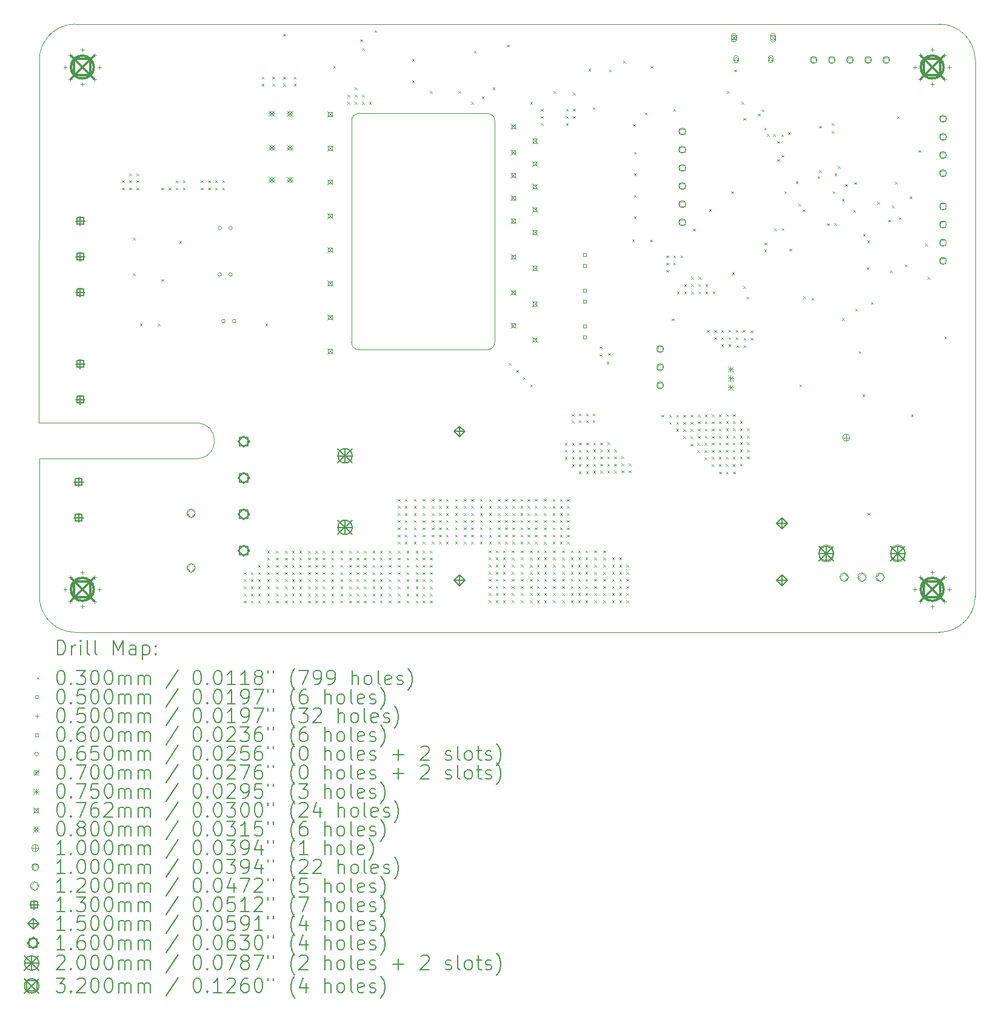
<source format=gbr>
%TF.GenerationSoftware,KiCad,Pcbnew,8.0.6*%
%TF.CreationDate,2024-12-28T02:56:37-05:00*%
%TF.ProjectId,AC_Driver_V2,41435f44-7269-4766-9572-5f56322e6b69,rev?*%
%TF.SameCoordinates,Original*%
%TF.FileFunction,Drillmap*%
%TF.FilePolarity,Positive*%
%FSLAX45Y45*%
G04 Gerber Fmt 4.5, Leading zero omitted, Abs format (unit mm)*
G04 Created by KiCad (PCBNEW 8.0.6) date 2024-12-28 02:56:37*
%MOMM*%
%LPD*%
G01*
G04 APERTURE LIST*
%ADD10C,0.050000*%
%ADD11C,0.200000*%
%ADD12C,0.100000*%
%ADD13C,0.120000*%
%ADD14C,0.130000*%
%ADD15C,0.150000*%
%ADD16C,0.160000*%
%ADD17C,0.320000*%
G04 APERTURE END LIST*
D10*
X4675000Y-8573753D02*
G75*
G02*
X4700000Y-9075000I0J-251247D01*
G01*
X2480000Y-11000000D02*
X2480000Y-9075000D01*
X6940000Y-7550000D02*
G75*
G02*
X6840000Y-7450000I0J100000D01*
G01*
X8840000Y-7450000D02*
G75*
G02*
X8740000Y-7550000I-100000J0D01*
G01*
X8740000Y-4250000D02*
G75*
G02*
X8840000Y-4350000I4289J-95711D01*
G01*
X6840000Y-4350000D02*
G75*
G02*
X6940000Y-4250000I100000J0D01*
G01*
X6840000Y-7450000D02*
X6840000Y-4350000D01*
X8740000Y-7550000D02*
X6940000Y-7550000D01*
X8840000Y-4350000D02*
X8840000Y-7450000D01*
X6940000Y-4250000D02*
X8740000Y-4250000D01*
X15550000Y-11000000D02*
X15550000Y-3500000D01*
X2980000Y-11500000D02*
X15050000Y-11500000D01*
X15050000Y-3000000D02*
X2980000Y-3000000D01*
X2980000Y-11500000D02*
G75*
G02*
X2480000Y-11000000I0J500000D01*
G01*
X15550000Y-11000000D02*
G75*
G02*
X15050000Y-11500000I-500000J0D01*
G01*
X15050000Y-3000000D02*
G75*
G02*
X15550000Y-3500000I0J-500000D01*
G01*
X2480000Y-3500000D02*
G75*
G02*
X2980000Y-3000000I500000J0D01*
G01*
X2480000Y-3500000D02*
X2475000Y-8575000D01*
X4675000Y-8573753D02*
X2475000Y-8575000D01*
X2480000Y-9075000D02*
X4700000Y-9075000D01*
D11*
D12*
X3635000Y-5185000D02*
X3665000Y-5215000D01*
X3665000Y-5185000D02*
X3635000Y-5215000D01*
X3635000Y-5285000D02*
X3665000Y-5315000D01*
X3665000Y-5285000D02*
X3635000Y-5315000D01*
X3735000Y-5085000D02*
X3765000Y-5115000D01*
X3765000Y-5085000D02*
X3735000Y-5115000D01*
X3735000Y-5185000D02*
X3765000Y-5215000D01*
X3765000Y-5185000D02*
X3735000Y-5215000D01*
X3735000Y-5285000D02*
X3765000Y-5315000D01*
X3765000Y-5285000D02*
X3735000Y-5315000D01*
X3785000Y-5985000D02*
X3815000Y-6015000D01*
X3815000Y-5985000D02*
X3785000Y-6015000D01*
X3785000Y-6485000D02*
X3815000Y-6515000D01*
X3815000Y-6485000D02*
X3785000Y-6515000D01*
X3835000Y-5085000D02*
X3865000Y-5115000D01*
X3865000Y-5085000D02*
X3835000Y-5115000D01*
X3835000Y-5185000D02*
X3865000Y-5215000D01*
X3865000Y-5185000D02*
X3835000Y-5215000D01*
X3835000Y-5285000D02*
X3865000Y-5315000D01*
X3865000Y-5285000D02*
X3835000Y-5315000D01*
X3885000Y-7185000D02*
X3915000Y-7215000D01*
X3915000Y-7185000D02*
X3885000Y-7215000D01*
X4135000Y-7185000D02*
X4165000Y-7215000D01*
X4165000Y-7185000D02*
X4135000Y-7215000D01*
X4185000Y-5285000D02*
X4215000Y-5315000D01*
X4215000Y-5285000D02*
X4185000Y-5315000D01*
X4185000Y-6562000D02*
X4215000Y-6592000D01*
X4215000Y-6562000D02*
X4185000Y-6592000D01*
X4285000Y-5285000D02*
X4315000Y-5315000D01*
X4315000Y-5285000D02*
X4285000Y-5315000D01*
X4385000Y-5185000D02*
X4415000Y-5215000D01*
X4415000Y-5185000D02*
X4385000Y-5215000D01*
X4385000Y-5285000D02*
X4415000Y-5315000D01*
X4415000Y-5285000D02*
X4385000Y-5315000D01*
X4435000Y-6035000D02*
X4465000Y-6065000D01*
X4465000Y-6035000D02*
X4435000Y-6065000D01*
X4485000Y-5185000D02*
X4515000Y-5215000D01*
X4515000Y-5185000D02*
X4485000Y-5215000D01*
X4485000Y-5285000D02*
X4515000Y-5315000D01*
X4515000Y-5285000D02*
X4485000Y-5315000D01*
X4735000Y-5185000D02*
X4765000Y-5215000D01*
X4765000Y-5185000D02*
X4735000Y-5215000D01*
X4735000Y-5285000D02*
X4765000Y-5315000D01*
X4765000Y-5285000D02*
X4735000Y-5315000D01*
X4835000Y-5185000D02*
X4865000Y-5215000D01*
X4865000Y-5185000D02*
X4835000Y-5215000D01*
X4835000Y-5285000D02*
X4865000Y-5315000D01*
X4865000Y-5285000D02*
X4835000Y-5315000D01*
X4935000Y-5185000D02*
X4965000Y-5215000D01*
X4965000Y-5185000D02*
X4935000Y-5215000D01*
X4935000Y-5285000D02*
X4965000Y-5315000D01*
X4965000Y-5285000D02*
X4935000Y-5315000D01*
X5035000Y-5185000D02*
X5065000Y-5215000D01*
X5065000Y-5185000D02*
X5035000Y-5215000D01*
X5035000Y-5285000D02*
X5065000Y-5315000D01*
X5065000Y-5285000D02*
X5035000Y-5315000D01*
X5335000Y-10660000D02*
X5365000Y-10690000D01*
X5365000Y-10660000D02*
X5335000Y-10690000D01*
X5335000Y-10760000D02*
X5365000Y-10790000D01*
X5365000Y-10760000D02*
X5335000Y-10790000D01*
X5335000Y-10860000D02*
X5365000Y-10890000D01*
X5365000Y-10860000D02*
X5335000Y-10890000D01*
X5335000Y-10960000D02*
X5365000Y-10990000D01*
X5365000Y-10960000D02*
X5335000Y-10990000D01*
X5335000Y-11060000D02*
X5365000Y-11090000D01*
X5365000Y-11060000D02*
X5335000Y-11090000D01*
X5435000Y-10660000D02*
X5465000Y-10690000D01*
X5465000Y-10660000D02*
X5435000Y-10690000D01*
X5435000Y-10760000D02*
X5465000Y-10790000D01*
X5465000Y-10760000D02*
X5435000Y-10790000D01*
X5435000Y-10860000D02*
X5465000Y-10890000D01*
X5465000Y-10860000D02*
X5435000Y-10890000D01*
X5435000Y-10960000D02*
X5465000Y-10990000D01*
X5465000Y-10960000D02*
X5435000Y-10990000D01*
X5435000Y-11060000D02*
X5465000Y-11090000D01*
X5465000Y-11060000D02*
X5435000Y-11090000D01*
X5535000Y-10560000D02*
X5565000Y-10590000D01*
X5565000Y-10560000D02*
X5535000Y-10590000D01*
X5535000Y-10660000D02*
X5565000Y-10690000D01*
X5565000Y-10660000D02*
X5535000Y-10690000D01*
X5535000Y-10760000D02*
X5565000Y-10790000D01*
X5565000Y-10760000D02*
X5535000Y-10790000D01*
X5535000Y-10860000D02*
X5565000Y-10890000D01*
X5565000Y-10860000D02*
X5535000Y-10890000D01*
X5535000Y-10960000D02*
X5565000Y-10990000D01*
X5565000Y-10960000D02*
X5535000Y-10990000D01*
X5535000Y-11060000D02*
X5565000Y-11090000D01*
X5565000Y-11060000D02*
X5535000Y-11090000D01*
X5585000Y-3735000D02*
X5615000Y-3765000D01*
X5615000Y-3735000D02*
X5585000Y-3765000D01*
X5585000Y-3835000D02*
X5615000Y-3865000D01*
X5615000Y-3835000D02*
X5585000Y-3865000D01*
X5635000Y-7185000D02*
X5665000Y-7215000D01*
X5665000Y-7185000D02*
X5635000Y-7215000D01*
X5660000Y-10360000D02*
X5690000Y-10390000D01*
X5690000Y-10360000D02*
X5660000Y-10390000D01*
X5660000Y-10460000D02*
X5690000Y-10490000D01*
X5690000Y-10460000D02*
X5660000Y-10490000D01*
X5660000Y-10560000D02*
X5690000Y-10590000D01*
X5690000Y-10560000D02*
X5660000Y-10590000D01*
X5660000Y-10660000D02*
X5690000Y-10690000D01*
X5690000Y-10660000D02*
X5660000Y-10690000D01*
X5660000Y-10760000D02*
X5690000Y-10790000D01*
X5690000Y-10760000D02*
X5660000Y-10790000D01*
X5660000Y-10860000D02*
X5690000Y-10890000D01*
X5690000Y-10860000D02*
X5660000Y-10890000D01*
X5660000Y-10960000D02*
X5690000Y-10990000D01*
X5690000Y-10960000D02*
X5660000Y-10990000D01*
X5660000Y-11060000D02*
X5690000Y-11090000D01*
X5690000Y-11060000D02*
X5660000Y-11090000D01*
X5735000Y-3735000D02*
X5765000Y-3765000D01*
X5765000Y-3735000D02*
X5735000Y-3765000D01*
X5735000Y-3835000D02*
X5765000Y-3865000D01*
X5765000Y-3835000D02*
X5735000Y-3865000D01*
X5785000Y-10360000D02*
X5815000Y-10390000D01*
X5815000Y-10360000D02*
X5785000Y-10390000D01*
X5785000Y-10460000D02*
X5815000Y-10490000D01*
X5815000Y-10460000D02*
X5785000Y-10490000D01*
X5785000Y-10560000D02*
X5815000Y-10590000D01*
X5815000Y-10560000D02*
X5785000Y-10590000D01*
X5785000Y-10660000D02*
X5815000Y-10690000D01*
X5815000Y-10660000D02*
X5785000Y-10690000D01*
X5785000Y-10760000D02*
X5815000Y-10790000D01*
X5815000Y-10760000D02*
X5785000Y-10790000D01*
X5785000Y-10860000D02*
X5815000Y-10890000D01*
X5815000Y-10860000D02*
X5785000Y-10890000D01*
X5785000Y-10960000D02*
X5815000Y-10990000D01*
X5815000Y-10960000D02*
X5785000Y-10990000D01*
X5785000Y-11060000D02*
X5815000Y-11090000D01*
X5815000Y-11060000D02*
X5785000Y-11090000D01*
X5885000Y-3135000D02*
X5915000Y-3165000D01*
X5915000Y-3135000D02*
X5885000Y-3165000D01*
X5885000Y-3735000D02*
X5915000Y-3765000D01*
X5915000Y-3735000D02*
X5885000Y-3765000D01*
X5885000Y-3835000D02*
X5915000Y-3865000D01*
X5915000Y-3835000D02*
X5885000Y-3865000D01*
X5910000Y-10360000D02*
X5940000Y-10390000D01*
X5940000Y-10360000D02*
X5910000Y-10390000D01*
X5910000Y-10460000D02*
X5940000Y-10490000D01*
X5940000Y-10460000D02*
X5910000Y-10490000D01*
X5910000Y-10560000D02*
X5940000Y-10590000D01*
X5940000Y-10560000D02*
X5910000Y-10590000D01*
X5910000Y-10660000D02*
X5940000Y-10690000D01*
X5940000Y-10660000D02*
X5910000Y-10690000D01*
X5910000Y-10760000D02*
X5940000Y-10790000D01*
X5940000Y-10760000D02*
X5910000Y-10790000D01*
X5910000Y-10860000D02*
X5940000Y-10890000D01*
X5940000Y-10860000D02*
X5910000Y-10890000D01*
X5910000Y-10960000D02*
X5940000Y-10990000D01*
X5940000Y-10960000D02*
X5910000Y-10990000D01*
X5910000Y-11060000D02*
X5940000Y-11090000D01*
X5940000Y-11060000D02*
X5910000Y-11090000D01*
X6010000Y-10360000D02*
X6040000Y-10390000D01*
X6040000Y-10360000D02*
X6010000Y-10390000D01*
X6010000Y-10460000D02*
X6040000Y-10490000D01*
X6040000Y-10460000D02*
X6010000Y-10490000D01*
X6010000Y-10560000D02*
X6040000Y-10590000D01*
X6040000Y-10560000D02*
X6010000Y-10590000D01*
X6010000Y-10660000D02*
X6040000Y-10690000D01*
X6040000Y-10660000D02*
X6010000Y-10690000D01*
X6010000Y-10760000D02*
X6040000Y-10790000D01*
X6040000Y-10760000D02*
X6010000Y-10790000D01*
X6010000Y-10860000D02*
X6040000Y-10890000D01*
X6040000Y-10860000D02*
X6010000Y-10890000D01*
X6010000Y-10960000D02*
X6040000Y-10990000D01*
X6040000Y-10960000D02*
X6010000Y-10990000D01*
X6010000Y-11060000D02*
X6040000Y-11090000D01*
X6040000Y-11060000D02*
X6010000Y-11090000D01*
X6035000Y-3735000D02*
X6065000Y-3765000D01*
X6065000Y-3735000D02*
X6035000Y-3765000D01*
X6035000Y-3835000D02*
X6065000Y-3865000D01*
X6065000Y-3835000D02*
X6035000Y-3865000D01*
X6110000Y-10360000D02*
X6140000Y-10390000D01*
X6140000Y-10360000D02*
X6110000Y-10390000D01*
X6110000Y-10460000D02*
X6140000Y-10490000D01*
X6140000Y-10460000D02*
X6110000Y-10490000D01*
X6110000Y-10560000D02*
X6140000Y-10590000D01*
X6140000Y-10560000D02*
X6110000Y-10590000D01*
X6110000Y-10660000D02*
X6140000Y-10690000D01*
X6140000Y-10660000D02*
X6110000Y-10690000D01*
X6110000Y-10760000D02*
X6140000Y-10790000D01*
X6140000Y-10760000D02*
X6110000Y-10790000D01*
X6110000Y-10860000D02*
X6140000Y-10890000D01*
X6140000Y-10860000D02*
X6110000Y-10890000D01*
X6110000Y-10960000D02*
X6140000Y-10990000D01*
X6140000Y-10960000D02*
X6110000Y-10990000D01*
X6110000Y-11060000D02*
X6140000Y-11090000D01*
X6140000Y-11060000D02*
X6110000Y-11090000D01*
X6235000Y-10360000D02*
X6265000Y-10390000D01*
X6265000Y-10360000D02*
X6235000Y-10390000D01*
X6235000Y-10460000D02*
X6265000Y-10490000D01*
X6265000Y-10460000D02*
X6235000Y-10490000D01*
X6235000Y-10560000D02*
X6265000Y-10590000D01*
X6265000Y-10560000D02*
X6235000Y-10590000D01*
X6235000Y-10660000D02*
X6265000Y-10690000D01*
X6265000Y-10660000D02*
X6235000Y-10690000D01*
X6235000Y-10760000D02*
X6265000Y-10790000D01*
X6265000Y-10760000D02*
X6235000Y-10790000D01*
X6235000Y-10860000D02*
X6265000Y-10890000D01*
X6265000Y-10860000D02*
X6235000Y-10890000D01*
X6235000Y-10960000D02*
X6265000Y-10990000D01*
X6265000Y-10960000D02*
X6235000Y-10990000D01*
X6235000Y-11060000D02*
X6265000Y-11090000D01*
X6265000Y-11060000D02*
X6235000Y-11090000D01*
X6335000Y-10360000D02*
X6365000Y-10390000D01*
X6365000Y-10360000D02*
X6335000Y-10390000D01*
X6335000Y-10460000D02*
X6365000Y-10490000D01*
X6365000Y-10460000D02*
X6335000Y-10490000D01*
X6335000Y-10560000D02*
X6365000Y-10590000D01*
X6365000Y-10560000D02*
X6335000Y-10590000D01*
X6335000Y-10660000D02*
X6365000Y-10690000D01*
X6365000Y-10660000D02*
X6335000Y-10690000D01*
X6335000Y-10760000D02*
X6365000Y-10790000D01*
X6365000Y-10760000D02*
X6335000Y-10790000D01*
X6335000Y-10860000D02*
X6365000Y-10890000D01*
X6365000Y-10860000D02*
X6335000Y-10890000D01*
X6335000Y-10960000D02*
X6365000Y-10990000D01*
X6365000Y-10960000D02*
X6335000Y-10990000D01*
X6335000Y-11060000D02*
X6365000Y-11090000D01*
X6365000Y-11060000D02*
X6335000Y-11090000D01*
X6435000Y-10360000D02*
X6465000Y-10390000D01*
X6465000Y-10360000D02*
X6435000Y-10390000D01*
X6435000Y-10460000D02*
X6465000Y-10490000D01*
X6465000Y-10460000D02*
X6435000Y-10490000D01*
X6435000Y-10560000D02*
X6465000Y-10590000D01*
X6465000Y-10560000D02*
X6435000Y-10590000D01*
X6435000Y-10660000D02*
X6465000Y-10690000D01*
X6465000Y-10660000D02*
X6435000Y-10690000D01*
X6435000Y-10760000D02*
X6465000Y-10790000D01*
X6465000Y-10760000D02*
X6435000Y-10790000D01*
X6435000Y-10860000D02*
X6465000Y-10890000D01*
X6465000Y-10860000D02*
X6435000Y-10890000D01*
X6435000Y-10960000D02*
X6465000Y-10990000D01*
X6465000Y-10960000D02*
X6435000Y-10990000D01*
X6435000Y-11060000D02*
X6465000Y-11090000D01*
X6465000Y-11060000D02*
X6435000Y-11090000D01*
X6560000Y-10360000D02*
X6590000Y-10390000D01*
X6590000Y-10360000D02*
X6560000Y-10390000D01*
X6560000Y-10460000D02*
X6590000Y-10490000D01*
X6590000Y-10460000D02*
X6560000Y-10490000D01*
X6560000Y-10560000D02*
X6590000Y-10590000D01*
X6590000Y-10560000D02*
X6560000Y-10590000D01*
X6560000Y-10660000D02*
X6590000Y-10690000D01*
X6590000Y-10660000D02*
X6560000Y-10690000D01*
X6560000Y-10760000D02*
X6590000Y-10790000D01*
X6590000Y-10760000D02*
X6560000Y-10790000D01*
X6560000Y-10860000D02*
X6590000Y-10890000D01*
X6590000Y-10860000D02*
X6560000Y-10890000D01*
X6560000Y-10960000D02*
X6590000Y-10990000D01*
X6590000Y-10960000D02*
X6560000Y-10990000D01*
X6560000Y-11060000D02*
X6590000Y-11090000D01*
X6590000Y-11060000D02*
X6560000Y-11090000D01*
X6585000Y-3585000D02*
X6615000Y-3615000D01*
X6615000Y-3585000D02*
X6585000Y-3615000D01*
X6685000Y-10360000D02*
X6715000Y-10390000D01*
X6715000Y-10360000D02*
X6685000Y-10390000D01*
X6685000Y-10460000D02*
X6715000Y-10490000D01*
X6715000Y-10460000D02*
X6685000Y-10490000D01*
X6685000Y-10560000D02*
X6715000Y-10590000D01*
X6715000Y-10560000D02*
X6685000Y-10590000D01*
X6685000Y-10660000D02*
X6715000Y-10690000D01*
X6715000Y-10660000D02*
X6685000Y-10690000D01*
X6685000Y-10760000D02*
X6715000Y-10790000D01*
X6715000Y-10760000D02*
X6685000Y-10790000D01*
X6685000Y-10860000D02*
X6715000Y-10890000D01*
X6715000Y-10860000D02*
X6685000Y-10890000D01*
X6685000Y-10960000D02*
X6715000Y-10990000D01*
X6715000Y-10960000D02*
X6685000Y-10990000D01*
X6685000Y-11060000D02*
X6715000Y-11090000D01*
X6715000Y-11060000D02*
X6685000Y-11090000D01*
X6785000Y-3985000D02*
X6815000Y-4015000D01*
X6815000Y-3985000D02*
X6785000Y-4015000D01*
X6785000Y-4085000D02*
X6815000Y-4115000D01*
X6815000Y-4085000D02*
X6785000Y-4115000D01*
X6810000Y-10360000D02*
X6840000Y-10390000D01*
X6840000Y-10360000D02*
X6810000Y-10390000D01*
X6810000Y-10460000D02*
X6840000Y-10490000D01*
X6840000Y-10460000D02*
X6810000Y-10490000D01*
X6810000Y-10560000D02*
X6840000Y-10590000D01*
X6840000Y-10560000D02*
X6810000Y-10590000D01*
X6810000Y-10660000D02*
X6840000Y-10690000D01*
X6840000Y-10660000D02*
X6810000Y-10690000D01*
X6810000Y-10760000D02*
X6840000Y-10790000D01*
X6840000Y-10760000D02*
X6810000Y-10790000D01*
X6810000Y-10860000D02*
X6840000Y-10890000D01*
X6840000Y-10860000D02*
X6810000Y-10890000D01*
X6810000Y-10960000D02*
X6840000Y-10990000D01*
X6840000Y-10960000D02*
X6810000Y-10990000D01*
X6810000Y-11060000D02*
X6840000Y-11090000D01*
X6840000Y-11060000D02*
X6810000Y-11090000D01*
X6885000Y-3885000D02*
X6915000Y-3915000D01*
X6915000Y-3885000D02*
X6885000Y-3915000D01*
X6885000Y-3985000D02*
X6915000Y-4015000D01*
X6915000Y-3985000D02*
X6885000Y-4015000D01*
X6885000Y-4085000D02*
X6915000Y-4115000D01*
X6915000Y-4085000D02*
X6885000Y-4115000D01*
X6910000Y-10360000D02*
X6940000Y-10390000D01*
X6940000Y-10360000D02*
X6910000Y-10390000D01*
X6910000Y-10460000D02*
X6940000Y-10490000D01*
X6940000Y-10460000D02*
X6910000Y-10490000D01*
X6910000Y-10560000D02*
X6940000Y-10590000D01*
X6940000Y-10560000D02*
X6910000Y-10590000D01*
X6910000Y-10660000D02*
X6940000Y-10690000D01*
X6940000Y-10660000D02*
X6910000Y-10690000D01*
X6910000Y-10760000D02*
X6940000Y-10790000D01*
X6940000Y-10760000D02*
X6910000Y-10790000D01*
X6910000Y-10860000D02*
X6940000Y-10890000D01*
X6940000Y-10860000D02*
X6910000Y-10890000D01*
X6910000Y-10960000D02*
X6940000Y-10990000D01*
X6940000Y-10960000D02*
X6910000Y-10990000D01*
X6910000Y-11060000D02*
X6940000Y-11090000D01*
X6940000Y-11060000D02*
X6910000Y-11090000D01*
X6960000Y-3210000D02*
X6990000Y-3240000D01*
X6990000Y-3210000D02*
X6960000Y-3240000D01*
X6985000Y-3335000D02*
X7015000Y-3365000D01*
X7015000Y-3335000D02*
X6985000Y-3365000D01*
X6985000Y-3985000D02*
X7015000Y-4015000D01*
X7015000Y-3985000D02*
X6985000Y-4015000D01*
X6985000Y-4085000D02*
X7015000Y-4115000D01*
X7015000Y-4085000D02*
X6985000Y-4115000D01*
X7010000Y-10360000D02*
X7040000Y-10390000D01*
X7040000Y-10360000D02*
X7010000Y-10390000D01*
X7010000Y-10460000D02*
X7040000Y-10490000D01*
X7040000Y-10460000D02*
X7010000Y-10490000D01*
X7010000Y-10560000D02*
X7040000Y-10590000D01*
X7040000Y-10560000D02*
X7010000Y-10590000D01*
X7010000Y-10660000D02*
X7040000Y-10690000D01*
X7040000Y-10660000D02*
X7010000Y-10690000D01*
X7010000Y-10760000D02*
X7040000Y-10790000D01*
X7040000Y-10760000D02*
X7010000Y-10790000D01*
X7010000Y-10860000D02*
X7040000Y-10890000D01*
X7040000Y-10860000D02*
X7010000Y-10890000D01*
X7010000Y-10960000D02*
X7040000Y-10990000D01*
X7040000Y-10960000D02*
X7010000Y-10990000D01*
X7010000Y-11060000D02*
X7040000Y-11090000D01*
X7040000Y-11060000D02*
X7010000Y-11090000D01*
X7085000Y-4085000D02*
X7115000Y-4115000D01*
X7115000Y-4085000D02*
X7085000Y-4115000D01*
X7135000Y-10360000D02*
X7165000Y-10390000D01*
X7165000Y-10360000D02*
X7135000Y-10390000D01*
X7135000Y-10460000D02*
X7165000Y-10490000D01*
X7165000Y-10460000D02*
X7135000Y-10490000D01*
X7135000Y-10560000D02*
X7165000Y-10590000D01*
X7165000Y-10560000D02*
X7135000Y-10590000D01*
X7135000Y-10660000D02*
X7165000Y-10690000D01*
X7165000Y-10660000D02*
X7135000Y-10690000D01*
X7135000Y-10760000D02*
X7165000Y-10790000D01*
X7165000Y-10760000D02*
X7135000Y-10790000D01*
X7135000Y-10860000D02*
X7165000Y-10890000D01*
X7165000Y-10860000D02*
X7135000Y-10890000D01*
X7135000Y-10960000D02*
X7165000Y-10990000D01*
X7165000Y-10960000D02*
X7135000Y-10990000D01*
X7135000Y-11060000D02*
X7165000Y-11090000D01*
X7165000Y-11060000D02*
X7135000Y-11090000D01*
X7160000Y-3085000D02*
X7190000Y-3115000D01*
X7190000Y-3085000D02*
X7160000Y-3115000D01*
X7235000Y-10360000D02*
X7265000Y-10390000D01*
X7265000Y-10360000D02*
X7235000Y-10390000D01*
X7235000Y-10460000D02*
X7265000Y-10490000D01*
X7265000Y-10460000D02*
X7235000Y-10490000D01*
X7235000Y-10560000D02*
X7265000Y-10590000D01*
X7265000Y-10560000D02*
X7235000Y-10590000D01*
X7235000Y-10660000D02*
X7265000Y-10690000D01*
X7265000Y-10660000D02*
X7235000Y-10690000D01*
X7235000Y-10760000D02*
X7265000Y-10790000D01*
X7265000Y-10760000D02*
X7235000Y-10790000D01*
X7235000Y-10860000D02*
X7265000Y-10890000D01*
X7265000Y-10860000D02*
X7235000Y-10890000D01*
X7235000Y-10960000D02*
X7265000Y-10990000D01*
X7265000Y-10960000D02*
X7235000Y-10990000D01*
X7235000Y-11060000D02*
X7265000Y-11090000D01*
X7265000Y-11060000D02*
X7235000Y-11090000D01*
X7360000Y-10360000D02*
X7390000Y-10390000D01*
X7390000Y-10360000D02*
X7360000Y-10390000D01*
X7360000Y-10460000D02*
X7390000Y-10490000D01*
X7390000Y-10460000D02*
X7360000Y-10490000D01*
X7360000Y-10560000D02*
X7390000Y-10590000D01*
X7390000Y-10560000D02*
X7360000Y-10590000D01*
X7360000Y-10660000D02*
X7390000Y-10690000D01*
X7390000Y-10660000D02*
X7360000Y-10690000D01*
X7360000Y-10760000D02*
X7390000Y-10790000D01*
X7390000Y-10760000D02*
X7360000Y-10790000D01*
X7360000Y-10860000D02*
X7390000Y-10890000D01*
X7390000Y-10860000D02*
X7360000Y-10890000D01*
X7360000Y-10960000D02*
X7390000Y-10990000D01*
X7390000Y-10960000D02*
X7360000Y-10990000D01*
X7360000Y-11060000D02*
X7390000Y-11090000D01*
X7390000Y-11060000D02*
X7360000Y-11090000D01*
X7485000Y-9635000D02*
X7515000Y-9665000D01*
X7515000Y-9635000D02*
X7485000Y-9665000D01*
X7485000Y-9735000D02*
X7515000Y-9765000D01*
X7515000Y-9735000D02*
X7485000Y-9765000D01*
X7485000Y-9835000D02*
X7515000Y-9865000D01*
X7515000Y-9835000D02*
X7485000Y-9865000D01*
X7485000Y-9935000D02*
X7515000Y-9965000D01*
X7515000Y-9935000D02*
X7485000Y-9965000D01*
X7485000Y-10035000D02*
X7515000Y-10065000D01*
X7515000Y-10035000D02*
X7485000Y-10065000D01*
X7485000Y-10135000D02*
X7515000Y-10165000D01*
X7515000Y-10135000D02*
X7485000Y-10165000D01*
X7485000Y-10235000D02*
X7515000Y-10265000D01*
X7515000Y-10235000D02*
X7485000Y-10265000D01*
X7485000Y-10360000D02*
X7515000Y-10390000D01*
X7515000Y-10360000D02*
X7485000Y-10390000D01*
X7485000Y-10460000D02*
X7515000Y-10490000D01*
X7515000Y-10460000D02*
X7485000Y-10490000D01*
X7485000Y-10560000D02*
X7515000Y-10590000D01*
X7515000Y-10560000D02*
X7485000Y-10590000D01*
X7485000Y-10660000D02*
X7515000Y-10690000D01*
X7515000Y-10660000D02*
X7485000Y-10690000D01*
X7485000Y-10760000D02*
X7515000Y-10790000D01*
X7515000Y-10760000D02*
X7485000Y-10790000D01*
X7485000Y-10860000D02*
X7515000Y-10890000D01*
X7515000Y-10860000D02*
X7485000Y-10890000D01*
X7485000Y-10960000D02*
X7515000Y-10990000D01*
X7515000Y-10960000D02*
X7485000Y-10990000D01*
X7485000Y-11060000D02*
X7515000Y-11090000D01*
X7515000Y-11060000D02*
X7485000Y-11090000D01*
X7585000Y-9635000D02*
X7615000Y-9665000D01*
X7615000Y-9635000D02*
X7585000Y-9665000D01*
X7585000Y-9735000D02*
X7615000Y-9765000D01*
X7615000Y-9735000D02*
X7585000Y-9765000D01*
X7585000Y-9835000D02*
X7615000Y-9865000D01*
X7615000Y-9835000D02*
X7585000Y-9865000D01*
X7585000Y-9935000D02*
X7615000Y-9965000D01*
X7615000Y-9935000D02*
X7585000Y-9965000D01*
X7585000Y-10035000D02*
X7615000Y-10065000D01*
X7615000Y-10035000D02*
X7585000Y-10065000D01*
X7585000Y-10135000D02*
X7615000Y-10165000D01*
X7615000Y-10135000D02*
X7585000Y-10165000D01*
X7585000Y-10235000D02*
X7615000Y-10265000D01*
X7615000Y-10235000D02*
X7585000Y-10265000D01*
X7610000Y-10360000D02*
X7640000Y-10390000D01*
X7640000Y-10360000D02*
X7610000Y-10390000D01*
X7610000Y-10460000D02*
X7640000Y-10490000D01*
X7640000Y-10460000D02*
X7610000Y-10490000D01*
X7610000Y-10560000D02*
X7640000Y-10590000D01*
X7640000Y-10560000D02*
X7610000Y-10590000D01*
X7610000Y-10660000D02*
X7640000Y-10690000D01*
X7640000Y-10660000D02*
X7610000Y-10690000D01*
X7610000Y-10760000D02*
X7640000Y-10790000D01*
X7640000Y-10760000D02*
X7610000Y-10790000D01*
X7610000Y-10860000D02*
X7640000Y-10890000D01*
X7640000Y-10860000D02*
X7610000Y-10890000D01*
X7610000Y-10960000D02*
X7640000Y-10990000D01*
X7640000Y-10960000D02*
X7610000Y-10990000D01*
X7610000Y-11060000D02*
X7640000Y-11090000D01*
X7640000Y-11060000D02*
X7610000Y-11090000D01*
X7685000Y-3485000D02*
X7715000Y-3515000D01*
X7715000Y-3485000D02*
X7685000Y-3515000D01*
X7685000Y-3785000D02*
X7715000Y-3815000D01*
X7715000Y-3785000D02*
X7685000Y-3815000D01*
X7710000Y-9635000D02*
X7740000Y-9665000D01*
X7740000Y-9635000D02*
X7710000Y-9665000D01*
X7710000Y-9735000D02*
X7740000Y-9765000D01*
X7740000Y-9735000D02*
X7710000Y-9765000D01*
X7710000Y-9835000D02*
X7740000Y-9865000D01*
X7740000Y-9835000D02*
X7710000Y-9865000D01*
X7710000Y-9935000D02*
X7740000Y-9965000D01*
X7740000Y-9935000D02*
X7710000Y-9965000D01*
X7710000Y-10035000D02*
X7740000Y-10065000D01*
X7740000Y-10035000D02*
X7710000Y-10065000D01*
X7710000Y-10135000D02*
X7740000Y-10165000D01*
X7740000Y-10135000D02*
X7710000Y-10165000D01*
X7710000Y-10235000D02*
X7740000Y-10265000D01*
X7740000Y-10235000D02*
X7710000Y-10265000D01*
X7735000Y-10360000D02*
X7765000Y-10390000D01*
X7765000Y-10360000D02*
X7735000Y-10390000D01*
X7735000Y-10460000D02*
X7765000Y-10490000D01*
X7765000Y-10460000D02*
X7735000Y-10490000D01*
X7735000Y-10560000D02*
X7765000Y-10590000D01*
X7765000Y-10560000D02*
X7735000Y-10590000D01*
X7735000Y-10660000D02*
X7765000Y-10690000D01*
X7765000Y-10660000D02*
X7735000Y-10690000D01*
X7735000Y-10760000D02*
X7765000Y-10790000D01*
X7765000Y-10760000D02*
X7735000Y-10790000D01*
X7735000Y-10860000D02*
X7765000Y-10890000D01*
X7765000Y-10860000D02*
X7735000Y-10890000D01*
X7735000Y-10960000D02*
X7765000Y-10990000D01*
X7765000Y-10960000D02*
X7735000Y-10990000D01*
X7735000Y-11060000D02*
X7765000Y-11090000D01*
X7765000Y-11060000D02*
X7735000Y-11090000D01*
X7835000Y-9635000D02*
X7865000Y-9665000D01*
X7865000Y-9635000D02*
X7835000Y-9665000D01*
X7835000Y-9735000D02*
X7865000Y-9765000D01*
X7865000Y-9735000D02*
X7835000Y-9765000D01*
X7835000Y-9835000D02*
X7865000Y-9865000D01*
X7865000Y-9835000D02*
X7835000Y-9865000D01*
X7835000Y-9935000D02*
X7865000Y-9965000D01*
X7865000Y-9935000D02*
X7835000Y-9965000D01*
X7835000Y-10035000D02*
X7865000Y-10065000D01*
X7865000Y-10035000D02*
X7835000Y-10065000D01*
X7835000Y-10135000D02*
X7865000Y-10165000D01*
X7865000Y-10135000D02*
X7835000Y-10165000D01*
X7835000Y-10235000D02*
X7865000Y-10265000D01*
X7865000Y-10235000D02*
X7835000Y-10265000D01*
X7835000Y-10360000D02*
X7865000Y-10390000D01*
X7865000Y-10360000D02*
X7835000Y-10390000D01*
X7835000Y-10460000D02*
X7865000Y-10490000D01*
X7865000Y-10460000D02*
X7835000Y-10490000D01*
X7835000Y-10560000D02*
X7865000Y-10590000D01*
X7865000Y-10560000D02*
X7835000Y-10590000D01*
X7835000Y-10660000D02*
X7865000Y-10690000D01*
X7865000Y-10660000D02*
X7835000Y-10690000D01*
X7835000Y-10760000D02*
X7865000Y-10790000D01*
X7865000Y-10760000D02*
X7835000Y-10790000D01*
X7835000Y-10860000D02*
X7865000Y-10890000D01*
X7865000Y-10860000D02*
X7835000Y-10890000D01*
X7835000Y-10960000D02*
X7865000Y-10990000D01*
X7865000Y-10960000D02*
X7835000Y-10990000D01*
X7835000Y-11060000D02*
X7865000Y-11090000D01*
X7865000Y-11060000D02*
X7835000Y-11090000D01*
X7935000Y-3935000D02*
X7965000Y-3965000D01*
X7965000Y-3935000D02*
X7935000Y-3965000D01*
X7935000Y-10360000D02*
X7965000Y-10390000D01*
X7965000Y-10360000D02*
X7935000Y-10390000D01*
X7935000Y-10460000D02*
X7965000Y-10490000D01*
X7965000Y-10460000D02*
X7935000Y-10490000D01*
X7935000Y-10560000D02*
X7965000Y-10590000D01*
X7965000Y-10560000D02*
X7935000Y-10590000D01*
X7935000Y-10660000D02*
X7965000Y-10690000D01*
X7965000Y-10660000D02*
X7935000Y-10690000D01*
X7935000Y-10760000D02*
X7965000Y-10790000D01*
X7965000Y-10760000D02*
X7935000Y-10790000D01*
X7935000Y-10860000D02*
X7965000Y-10890000D01*
X7965000Y-10860000D02*
X7935000Y-10890000D01*
X7935000Y-10960000D02*
X7965000Y-10990000D01*
X7965000Y-10960000D02*
X7935000Y-10990000D01*
X7935000Y-11060000D02*
X7965000Y-11090000D01*
X7965000Y-11060000D02*
X7935000Y-11090000D01*
X7960000Y-9635000D02*
X7990000Y-9665000D01*
X7990000Y-9635000D02*
X7960000Y-9665000D01*
X7960000Y-9735000D02*
X7990000Y-9765000D01*
X7990000Y-9735000D02*
X7960000Y-9765000D01*
X7960000Y-9835000D02*
X7990000Y-9865000D01*
X7990000Y-9835000D02*
X7960000Y-9865000D01*
X7960000Y-9935000D02*
X7990000Y-9965000D01*
X7990000Y-9935000D02*
X7960000Y-9965000D01*
X7960000Y-10035000D02*
X7990000Y-10065000D01*
X7990000Y-10035000D02*
X7960000Y-10065000D01*
X7960000Y-10135000D02*
X7990000Y-10165000D01*
X7990000Y-10135000D02*
X7960000Y-10165000D01*
X7960000Y-10235000D02*
X7990000Y-10265000D01*
X7990000Y-10235000D02*
X7960000Y-10265000D01*
X8060000Y-9635000D02*
X8090000Y-9665000D01*
X8090000Y-9635000D02*
X8060000Y-9665000D01*
X8060000Y-9735000D02*
X8090000Y-9765000D01*
X8090000Y-9735000D02*
X8060000Y-9765000D01*
X8060000Y-9835000D02*
X8090000Y-9865000D01*
X8090000Y-9835000D02*
X8060000Y-9865000D01*
X8060000Y-9935000D02*
X8090000Y-9965000D01*
X8090000Y-9935000D02*
X8060000Y-9965000D01*
X8060000Y-10035000D02*
X8090000Y-10065000D01*
X8090000Y-10035000D02*
X8060000Y-10065000D01*
X8060000Y-10135000D02*
X8090000Y-10165000D01*
X8090000Y-10135000D02*
X8060000Y-10165000D01*
X8060000Y-10235000D02*
X8090000Y-10265000D01*
X8090000Y-10235000D02*
X8060000Y-10265000D01*
X8160000Y-9635000D02*
X8190000Y-9665000D01*
X8190000Y-9635000D02*
X8160000Y-9665000D01*
X8160000Y-9735000D02*
X8190000Y-9765000D01*
X8190000Y-9735000D02*
X8160000Y-9765000D01*
X8160000Y-9835000D02*
X8190000Y-9865000D01*
X8190000Y-9835000D02*
X8160000Y-9865000D01*
X8160000Y-9935000D02*
X8190000Y-9965000D01*
X8190000Y-9935000D02*
X8160000Y-9965000D01*
X8160000Y-10035000D02*
X8190000Y-10065000D01*
X8190000Y-10035000D02*
X8160000Y-10065000D01*
X8160000Y-10135000D02*
X8190000Y-10165000D01*
X8190000Y-10135000D02*
X8160000Y-10165000D01*
X8160000Y-10235000D02*
X8190000Y-10265000D01*
X8190000Y-10235000D02*
X8160000Y-10265000D01*
X8285000Y-9635000D02*
X8315000Y-9665000D01*
X8315000Y-9635000D02*
X8285000Y-9665000D01*
X8285000Y-9735000D02*
X8315000Y-9765000D01*
X8315000Y-9735000D02*
X8285000Y-9765000D01*
X8285000Y-9835000D02*
X8315000Y-9865000D01*
X8315000Y-9835000D02*
X8285000Y-9865000D01*
X8285000Y-9935000D02*
X8315000Y-9965000D01*
X8315000Y-9935000D02*
X8285000Y-9965000D01*
X8285000Y-10035000D02*
X8315000Y-10065000D01*
X8315000Y-10035000D02*
X8285000Y-10065000D01*
X8285000Y-10135000D02*
X8315000Y-10165000D01*
X8315000Y-10135000D02*
X8285000Y-10165000D01*
X8285000Y-10235000D02*
X8315000Y-10265000D01*
X8315000Y-10235000D02*
X8285000Y-10265000D01*
X8335000Y-3935000D02*
X8365000Y-3965000D01*
X8365000Y-3935000D02*
X8335000Y-3965000D01*
X8410000Y-9635000D02*
X8440000Y-9665000D01*
X8440000Y-9635000D02*
X8410000Y-9665000D01*
X8410000Y-9735000D02*
X8440000Y-9765000D01*
X8440000Y-9735000D02*
X8410000Y-9765000D01*
X8410000Y-9835000D02*
X8440000Y-9865000D01*
X8440000Y-9835000D02*
X8410000Y-9865000D01*
X8410000Y-9935000D02*
X8440000Y-9965000D01*
X8440000Y-9935000D02*
X8410000Y-9965000D01*
X8410000Y-10035000D02*
X8440000Y-10065000D01*
X8440000Y-10035000D02*
X8410000Y-10065000D01*
X8410000Y-10135000D02*
X8440000Y-10165000D01*
X8440000Y-10135000D02*
X8410000Y-10165000D01*
X8410000Y-10235000D02*
X8440000Y-10265000D01*
X8440000Y-10235000D02*
X8410000Y-10265000D01*
X8510000Y-4085000D02*
X8540000Y-4115000D01*
X8540000Y-4085000D02*
X8510000Y-4115000D01*
X8510000Y-9635000D02*
X8540000Y-9665000D01*
X8540000Y-9635000D02*
X8510000Y-9665000D01*
X8510000Y-9735000D02*
X8540000Y-9765000D01*
X8540000Y-9735000D02*
X8510000Y-9765000D01*
X8510000Y-9835000D02*
X8540000Y-9865000D01*
X8540000Y-9835000D02*
X8510000Y-9865000D01*
X8510000Y-9935000D02*
X8540000Y-9965000D01*
X8540000Y-9935000D02*
X8510000Y-9965000D01*
X8510000Y-10035000D02*
X8540000Y-10065000D01*
X8540000Y-10035000D02*
X8510000Y-10065000D01*
X8510000Y-10135000D02*
X8540000Y-10165000D01*
X8540000Y-10135000D02*
X8510000Y-10165000D01*
X8510000Y-10235000D02*
X8540000Y-10265000D01*
X8540000Y-10235000D02*
X8510000Y-10265000D01*
X8547500Y-3372500D02*
X8577500Y-3402500D01*
X8577500Y-3372500D02*
X8547500Y-3402500D01*
X8635000Y-9635000D02*
X8665000Y-9665000D01*
X8665000Y-9635000D02*
X8635000Y-9665000D01*
X8635000Y-9735000D02*
X8665000Y-9765000D01*
X8665000Y-9735000D02*
X8635000Y-9765000D01*
X8635000Y-9835000D02*
X8665000Y-9865000D01*
X8665000Y-9835000D02*
X8635000Y-9865000D01*
X8635000Y-9935000D02*
X8665000Y-9965000D01*
X8665000Y-9935000D02*
X8635000Y-9965000D01*
X8635000Y-10035000D02*
X8665000Y-10065000D01*
X8665000Y-10035000D02*
X8635000Y-10065000D01*
X8635000Y-10135000D02*
X8665000Y-10165000D01*
X8665000Y-10135000D02*
X8635000Y-10165000D01*
X8635000Y-10235000D02*
X8665000Y-10265000D01*
X8665000Y-10235000D02*
X8635000Y-10265000D01*
X8660000Y-4010000D02*
X8690000Y-4040000D01*
X8690000Y-4010000D02*
X8660000Y-4040000D01*
X8755000Y-10355000D02*
X8785000Y-10385000D01*
X8785000Y-10355000D02*
X8755000Y-10385000D01*
X8755000Y-10455000D02*
X8785000Y-10485000D01*
X8785000Y-10455000D02*
X8755000Y-10485000D01*
X8755000Y-10555000D02*
X8785000Y-10585000D01*
X8785000Y-10555000D02*
X8755000Y-10585000D01*
X8755000Y-10655000D02*
X8785000Y-10685000D01*
X8785000Y-10655000D02*
X8755000Y-10685000D01*
X8755000Y-10755000D02*
X8785000Y-10785000D01*
X8785000Y-10755000D02*
X8755000Y-10785000D01*
X8755000Y-10855000D02*
X8785000Y-10885000D01*
X8785000Y-10855000D02*
X8755000Y-10885000D01*
X8755000Y-10955000D02*
X8785000Y-10985000D01*
X8785000Y-10955000D02*
X8755000Y-10985000D01*
X8755000Y-11055000D02*
X8785000Y-11085000D01*
X8785000Y-11055000D02*
X8755000Y-11085000D01*
X8760000Y-9635000D02*
X8790000Y-9665000D01*
X8790000Y-9635000D02*
X8760000Y-9665000D01*
X8760000Y-9735000D02*
X8790000Y-9765000D01*
X8790000Y-9735000D02*
X8760000Y-9765000D01*
X8760000Y-9835000D02*
X8790000Y-9865000D01*
X8790000Y-9835000D02*
X8760000Y-9865000D01*
X8760000Y-9935000D02*
X8790000Y-9965000D01*
X8790000Y-9935000D02*
X8760000Y-9965000D01*
X8760000Y-10035000D02*
X8790000Y-10065000D01*
X8790000Y-10035000D02*
X8760000Y-10065000D01*
X8760000Y-10135000D02*
X8790000Y-10165000D01*
X8790000Y-10135000D02*
X8760000Y-10165000D01*
X8760000Y-10235000D02*
X8790000Y-10265000D01*
X8790000Y-10235000D02*
X8760000Y-10265000D01*
X8810000Y-3885000D02*
X8840000Y-3915000D01*
X8840000Y-3885000D02*
X8810000Y-3915000D01*
X8855000Y-10355000D02*
X8885000Y-10385000D01*
X8885000Y-10355000D02*
X8855000Y-10385000D01*
X8855000Y-10455000D02*
X8885000Y-10485000D01*
X8885000Y-10455000D02*
X8855000Y-10485000D01*
X8855000Y-10555000D02*
X8885000Y-10585000D01*
X8885000Y-10555000D02*
X8855000Y-10585000D01*
X8855000Y-10655000D02*
X8885000Y-10685000D01*
X8885000Y-10655000D02*
X8855000Y-10685000D01*
X8855000Y-10755000D02*
X8885000Y-10785000D01*
X8885000Y-10755000D02*
X8855000Y-10785000D01*
X8855000Y-10855000D02*
X8885000Y-10885000D01*
X8885000Y-10855000D02*
X8855000Y-10885000D01*
X8855000Y-10955000D02*
X8885000Y-10985000D01*
X8885000Y-10955000D02*
X8855000Y-10985000D01*
X8855000Y-11055000D02*
X8885000Y-11085000D01*
X8885000Y-11055000D02*
X8855000Y-11085000D01*
X8885000Y-9635000D02*
X8915000Y-9665000D01*
X8915000Y-9635000D02*
X8885000Y-9665000D01*
X8885000Y-9735000D02*
X8915000Y-9765000D01*
X8915000Y-9735000D02*
X8885000Y-9765000D01*
X8885000Y-9835000D02*
X8915000Y-9865000D01*
X8915000Y-9835000D02*
X8885000Y-9865000D01*
X8885000Y-9935000D02*
X8915000Y-9965000D01*
X8915000Y-9935000D02*
X8885000Y-9965000D01*
X8885000Y-10035000D02*
X8915000Y-10065000D01*
X8915000Y-10035000D02*
X8885000Y-10065000D01*
X8885000Y-10135000D02*
X8915000Y-10165000D01*
X8915000Y-10135000D02*
X8885000Y-10165000D01*
X8885000Y-10235000D02*
X8915000Y-10265000D01*
X8915000Y-10235000D02*
X8885000Y-10265000D01*
X8955000Y-10355000D02*
X8985000Y-10385000D01*
X8985000Y-10355000D02*
X8955000Y-10385000D01*
X8955000Y-10455000D02*
X8985000Y-10485000D01*
X8985000Y-10455000D02*
X8955000Y-10485000D01*
X8955000Y-10555000D02*
X8985000Y-10585000D01*
X8985000Y-10555000D02*
X8955000Y-10585000D01*
X8955000Y-10655000D02*
X8985000Y-10685000D01*
X8985000Y-10655000D02*
X8955000Y-10685000D01*
X8955000Y-10755000D02*
X8985000Y-10785000D01*
X8985000Y-10755000D02*
X8955000Y-10785000D01*
X8955000Y-10855000D02*
X8985000Y-10885000D01*
X8985000Y-10855000D02*
X8955000Y-10885000D01*
X8955000Y-10955000D02*
X8985000Y-10985000D01*
X8985000Y-10955000D02*
X8955000Y-10985000D01*
X8955000Y-11055000D02*
X8985000Y-11085000D01*
X8985000Y-11055000D02*
X8955000Y-11085000D01*
X8985000Y-9635000D02*
X9015000Y-9665000D01*
X9015000Y-9635000D02*
X8985000Y-9665000D01*
X8985000Y-9735000D02*
X9015000Y-9765000D01*
X9015000Y-9735000D02*
X8985000Y-9765000D01*
X8985000Y-9835000D02*
X9015000Y-9865000D01*
X9015000Y-9835000D02*
X8985000Y-9865000D01*
X8985000Y-9935000D02*
X9015000Y-9965000D01*
X9015000Y-9935000D02*
X8985000Y-9965000D01*
X8985000Y-10035000D02*
X9015000Y-10065000D01*
X9015000Y-10035000D02*
X8985000Y-10065000D01*
X8985000Y-10135000D02*
X9015000Y-10165000D01*
X9015000Y-10135000D02*
X8985000Y-10165000D01*
X8985000Y-10235000D02*
X9015000Y-10265000D01*
X9015000Y-10235000D02*
X8985000Y-10265000D01*
X9010000Y-3285000D02*
X9040000Y-3315000D01*
X9040000Y-3285000D02*
X9010000Y-3315000D01*
X9035000Y-7735000D02*
X9065000Y-7765000D01*
X9065000Y-7735000D02*
X9035000Y-7765000D01*
X9080000Y-10355000D02*
X9110000Y-10385000D01*
X9110000Y-10355000D02*
X9080000Y-10385000D01*
X9080000Y-10455000D02*
X9110000Y-10485000D01*
X9110000Y-10455000D02*
X9080000Y-10485000D01*
X9080000Y-10555000D02*
X9110000Y-10585000D01*
X9110000Y-10555000D02*
X9080000Y-10585000D01*
X9080000Y-10655000D02*
X9110000Y-10685000D01*
X9110000Y-10655000D02*
X9080000Y-10685000D01*
X9080000Y-10755000D02*
X9110000Y-10785000D01*
X9110000Y-10755000D02*
X9080000Y-10785000D01*
X9080000Y-10855000D02*
X9110000Y-10885000D01*
X9110000Y-10855000D02*
X9080000Y-10885000D01*
X9080000Y-10955000D02*
X9110000Y-10985000D01*
X9110000Y-10955000D02*
X9080000Y-10985000D01*
X9080000Y-11055000D02*
X9110000Y-11085000D01*
X9110000Y-11055000D02*
X9080000Y-11085000D01*
X9085000Y-9635000D02*
X9115000Y-9665000D01*
X9115000Y-9635000D02*
X9085000Y-9665000D01*
X9085000Y-9735000D02*
X9115000Y-9765000D01*
X9115000Y-9735000D02*
X9085000Y-9765000D01*
X9085000Y-9835000D02*
X9115000Y-9865000D01*
X9115000Y-9835000D02*
X9085000Y-9865000D01*
X9085000Y-9935000D02*
X9115000Y-9965000D01*
X9115000Y-9935000D02*
X9085000Y-9965000D01*
X9085000Y-10035000D02*
X9115000Y-10065000D01*
X9115000Y-10035000D02*
X9085000Y-10065000D01*
X9085000Y-10135000D02*
X9115000Y-10165000D01*
X9115000Y-10135000D02*
X9085000Y-10165000D01*
X9085000Y-10235000D02*
X9115000Y-10265000D01*
X9115000Y-10235000D02*
X9085000Y-10265000D01*
X9135000Y-7835000D02*
X9165000Y-7865000D01*
X9165000Y-7835000D02*
X9135000Y-7865000D01*
X9200000Y-9635000D02*
X9230000Y-9665000D01*
X9230000Y-9635000D02*
X9200000Y-9665000D01*
X9200000Y-9735000D02*
X9230000Y-9765000D01*
X9230000Y-9735000D02*
X9200000Y-9765000D01*
X9200000Y-9835000D02*
X9230000Y-9865000D01*
X9230000Y-9835000D02*
X9200000Y-9865000D01*
X9200000Y-9935000D02*
X9230000Y-9965000D01*
X9230000Y-9935000D02*
X9200000Y-9965000D01*
X9200000Y-10035000D02*
X9230000Y-10065000D01*
X9230000Y-10035000D02*
X9200000Y-10065000D01*
X9200000Y-10135000D02*
X9230000Y-10165000D01*
X9230000Y-10135000D02*
X9200000Y-10165000D01*
X9200000Y-10235000D02*
X9230000Y-10265000D01*
X9230000Y-10235000D02*
X9200000Y-10265000D01*
X9205000Y-10355000D02*
X9235000Y-10385000D01*
X9235000Y-10355000D02*
X9205000Y-10385000D01*
X9205000Y-10455000D02*
X9235000Y-10485000D01*
X9235000Y-10455000D02*
X9205000Y-10485000D01*
X9205000Y-10555000D02*
X9235000Y-10585000D01*
X9235000Y-10555000D02*
X9205000Y-10585000D01*
X9205000Y-10655000D02*
X9235000Y-10685000D01*
X9235000Y-10655000D02*
X9205000Y-10685000D01*
X9205000Y-10755000D02*
X9235000Y-10785000D01*
X9235000Y-10755000D02*
X9205000Y-10785000D01*
X9205000Y-10855000D02*
X9235000Y-10885000D01*
X9235000Y-10855000D02*
X9205000Y-10885000D01*
X9205000Y-10955000D02*
X9235000Y-10985000D01*
X9235000Y-10955000D02*
X9205000Y-10985000D01*
X9205000Y-11055000D02*
X9235000Y-11085000D01*
X9235000Y-11055000D02*
X9205000Y-11085000D01*
X9235000Y-7935000D02*
X9265000Y-7965000D01*
X9265000Y-7935000D02*
X9235000Y-7965000D01*
X9300000Y-9635000D02*
X9330000Y-9665000D01*
X9330000Y-9635000D02*
X9300000Y-9665000D01*
X9300000Y-9735000D02*
X9330000Y-9765000D01*
X9330000Y-9735000D02*
X9300000Y-9765000D01*
X9300000Y-9835000D02*
X9330000Y-9865000D01*
X9330000Y-9835000D02*
X9300000Y-9865000D01*
X9300000Y-9935000D02*
X9330000Y-9965000D01*
X9330000Y-9935000D02*
X9300000Y-9965000D01*
X9300000Y-10035000D02*
X9330000Y-10065000D01*
X9330000Y-10035000D02*
X9300000Y-10065000D01*
X9300000Y-10135000D02*
X9330000Y-10165000D01*
X9330000Y-10135000D02*
X9300000Y-10165000D01*
X9300000Y-10235000D02*
X9330000Y-10265000D01*
X9330000Y-10235000D02*
X9300000Y-10265000D01*
X9330000Y-10355000D02*
X9360000Y-10385000D01*
X9360000Y-10355000D02*
X9330000Y-10385000D01*
X9330000Y-10455000D02*
X9360000Y-10485000D01*
X9360000Y-10455000D02*
X9330000Y-10485000D01*
X9330000Y-10555000D02*
X9360000Y-10585000D01*
X9360000Y-10555000D02*
X9330000Y-10585000D01*
X9330000Y-10655000D02*
X9360000Y-10685000D01*
X9360000Y-10655000D02*
X9330000Y-10685000D01*
X9330000Y-10755000D02*
X9360000Y-10785000D01*
X9360000Y-10755000D02*
X9330000Y-10785000D01*
X9330000Y-10855000D02*
X9360000Y-10885000D01*
X9360000Y-10855000D02*
X9330000Y-10885000D01*
X9330000Y-10955000D02*
X9360000Y-10985000D01*
X9360000Y-10955000D02*
X9330000Y-10985000D01*
X9330000Y-11055000D02*
X9360000Y-11085000D01*
X9360000Y-11055000D02*
X9330000Y-11085000D01*
X9335000Y-4085000D02*
X9365000Y-4115000D01*
X9365000Y-4085000D02*
X9335000Y-4115000D01*
X9335000Y-8035000D02*
X9365000Y-8065000D01*
X9365000Y-8035000D02*
X9335000Y-8065000D01*
X9400000Y-9635000D02*
X9430000Y-9665000D01*
X9430000Y-9635000D02*
X9400000Y-9665000D01*
X9400000Y-9735000D02*
X9430000Y-9765000D01*
X9430000Y-9735000D02*
X9400000Y-9765000D01*
X9400000Y-9835000D02*
X9430000Y-9865000D01*
X9430000Y-9835000D02*
X9400000Y-9865000D01*
X9400000Y-9935000D02*
X9430000Y-9965000D01*
X9430000Y-9935000D02*
X9400000Y-9965000D01*
X9400000Y-10035000D02*
X9430000Y-10065000D01*
X9430000Y-10035000D02*
X9400000Y-10065000D01*
X9400000Y-10135000D02*
X9430000Y-10165000D01*
X9430000Y-10135000D02*
X9400000Y-10165000D01*
X9400000Y-10235000D02*
X9430000Y-10265000D01*
X9430000Y-10235000D02*
X9400000Y-10265000D01*
X9430000Y-10355000D02*
X9460000Y-10385000D01*
X9460000Y-10355000D02*
X9430000Y-10385000D01*
X9430000Y-10455000D02*
X9460000Y-10485000D01*
X9460000Y-10455000D02*
X9430000Y-10485000D01*
X9430000Y-10555000D02*
X9460000Y-10585000D01*
X9460000Y-10555000D02*
X9430000Y-10585000D01*
X9430000Y-10655000D02*
X9460000Y-10685000D01*
X9460000Y-10655000D02*
X9430000Y-10685000D01*
X9430000Y-10755000D02*
X9460000Y-10785000D01*
X9460000Y-10755000D02*
X9430000Y-10785000D01*
X9430000Y-10855000D02*
X9460000Y-10885000D01*
X9460000Y-10855000D02*
X9430000Y-10885000D01*
X9430000Y-10955000D02*
X9460000Y-10985000D01*
X9460000Y-10955000D02*
X9430000Y-10985000D01*
X9430000Y-11055000D02*
X9460000Y-11085000D01*
X9460000Y-11055000D02*
X9430000Y-11085000D01*
X9485000Y-4185000D02*
X9515000Y-4215000D01*
X9515000Y-4185000D02*
X9485000Y-4215000D01*
X9485000Y-4285000D02*
X9515000Y-4315000D01*
X9515000Y-4285000D02*
X9485000Y-4315000D01*
X9485000Y-4385000D02*
X9515000Y-4415000D01*
X9515000Y-4385000D02*
X9485000Y-4415000D01*
X9525000Y-9635000D02*
X9555000Y-9665000D01*
X9555000Y-9635000D02*
X9525000Y-9665000D01*
X9525000Y-9735000D02*
X9555000Y-9765000D01*
X9555000Y-9735000D02*
X9525000Y-9765000D01*
X9525000Y-9835000D02*
X9555000Y-9865000D01*
X9555000Y-9835000D02*
X9525000Y-9865000D01*
X9525000Y-9935000D02*
X9555000Y-9965000D01*
X9555000Y-9935000D02*
X9525000Y-9965000D01*
X9525000Y-10035000D02*
X9555000Y-10065000D01*
X9555000Y-10035000D02*
X9525000Y-10065000D01*
X9525000Y-10135000D02*
X9555000Y-10165000D01*
X9555000Y-10135000D02*
X9525000Y-10165000D01*
X9525000Y-10235000D02*
X9555000Y-10265000D01*
X9555000Y-10235000D02*
X9525000Y-10265000D01*
X9530000Y-10355000D02*
X9560000Y-10385000D01*
X9560000Y-10355000D02*
X9530000Y-10385000D01*
X9530000Y-10455000D02*
X9560000Y-10485000D01*
X9560000Y-10455000D02*
X9530000Y-10485000D01*
X9530000Y-10555000D02*
X9560000Y-10585000D01*
X9560000Y-10555000D02*
X9530000Y-10585000D01*
X9530000Y-10655000D02*
X9560000Y-10685000D01*
X9560000Y-10655000D02*
X9530000Y-10685000D01*
X9530000Y-10755000D02*
X9560000Y-10785000D01*
X9560000Y-10755000D02*
X9530000Y-10785000D01*
X9530000Y-10855000D02*
X9560000Y-10885000D01*
X9560000Y-10855000D02*
X9530000Y-10885000D01*
X9530000Y-10955000D02*
X9560000Y-10985000D01*
X9560000Y-10955000D02*
X9530000Y-10985000D01*
X9530000Y-11055000D02*
X9560000Y-11085000D01*
X9560000Y-11055000D02*
X9530000Y-11085000D01*
X9650000Y-9635000D02*
X9680000Y-9665000D01*
X9680000Y-9635000D02*
X9650000Y-9665000D01*
X9650000Y-9735000D02*
X9680000Y-9765000D01*
X9680000Y-9735000D02*
X9650000Y-9765000D01*
X9650000Y-9835000D02*
X9680000Y-9865000D01*
X9680000Y-9835000D02*
X9650000Y-9865000D01*
X9650000Y-9935000D02*
X9680000Y-9965000D01*
X9680000Y-9935000D02*
X9650000Y-9965000D01*
X9650000Y-10035000D02*
X9680000Y-10065000D01*
X9680000Y-10035000D02*
X9650000Y-10065000D01*
X9650000Y-10135000D02*
X9680000Y-10165000D01*
X9680000Y-10135000D02*
X9650000Y-10165000D01*
X9650000Y-10235000D02*
X9680000Y-10265000D01*
X9680000Y-10235000D02*
X9650000Y-10265000D01*
X9655000Y-10355000D02*
X9685000Y-10385000D01*
X9685000Y-10355000D02*
X9655000Y-10385000D01*
X9655000Y-10455000D02*
X9685000Y-10485000D01*
X9685000Y-10455000D02*
X9655000Y-10485000D01*
X9655000Y-10555000D02*
X9685000Y-10585000D01*
X9685000Y-10555000D02*
X9655000Y-10585000D01*
X9655000Y-10655000D02*
X9685000Y-10685000D01*
X9685000Y-10655000D02*
X9655000Y-10685000D01*
X9655000Y-10755000D02*
X9685000Y-10785000D01*
X9685000Y-10755000D02*
X9655000Y-10785000D01*
X9655000Y-10855000D02*
X9685000Y-10885000D01*
X9685000Y-10855000D02*
X9655000Y-10885000D01*
X9655000Y-10955000D02*
X9685000Y-10985000D01*
X9685000Y-10955000D02*
X9655000Y-10985000D01*
X9655000Y-11055000D02*
X9685000Y-11085000D01*
X9685000Y-11055000D02*
X9655000Y-11085000D01*
X9660000Y-3935000D02*
X9690000Y-3965000D01*
X9690000Y-3935000D02*
X9660000Y-3965000D01*
X9750000Y-9635000D02*
X9780000Y-9665000D01*
X9780000Y-9635000D02*
X9750000Y-9665000D01*
X9750000Y-9735000D02*
X9780000Y-9765000D01*
X9780000Y-9735000D02*
X9750000Y-9765000D01*
X9750000Y-9835000D02*
X9780000Y-9865000D01*
X9780000Y-9835000D02*
X9750000Y-9865000D01*
X9750000Y-9935000D02*
X9780000Y-9965000D01*
X9780000Y-9935000D02*
X9750000Y-9965000D01*
X9750000Y-10035000D02*
X9780000Y-10065000D01*
X9780000Y-10035000D02*
X9750000Y-10065000D01*
X9750000Y-10135000D02*
X9780000Y-10165000D01*
X9780000Y-10135000D02*
X9750000Y-10165000D01*
X9750000Y-10235000D02*
X9780000Y-10265000D01*
X9780000Y-10235000D02*
X9750000Y-10265000D01*
X9780000Y-10355000D02*
X9810000Y-10385000D01*
X9810000Y-10355000D02*
X9780000Y-10385000D01*
X9780000Y-10455000D02*
X9810000Y-10485000D01*
X9810000Y-10455000D02*
X9780000Y-10485000D01*
X9780000Y-10555000D02*
X9810000Y-10585000D01*
X9810000Y-10555000D02*
X9780000Y-10585000D01*
X9780000Y-10655000D02*
X9810000Y-10685000D01*
X9810000Y-10655000D02*
X9780000Y-10685000D01*
X9780000Y-10755000D02*
X9810000Y-10785000D01*
X9810000Y-10755000D02*
X9780000Y-10785000D01*
X9780000Y-10855000D02*
X9810000Y-10885000D01*
X9810000Y-10855000D02*
X9780000Y-10885000D01*
X9780000Y-10955000D02*
X9810000Y-10985000D01*
X9810000Y-10955000D02*
X9780000Y-10985000D01*
X9780000Y-11055000D02*
X9810000Y-11085000D01*
X9810000Y-11055000D02*
X9780000Y-11085000D01*
X9820000Y-8855000D02*
X9850000Y-8885000D01*
X9850000Y-8855000D02*
X9820000Y-8885000D01*
X9820000Y-8950000D02*
X9850000Y-8980000D01*
X9850000Y-8950000D02*
X9820000Y-8980000D01*
X9820000Y-9050000D02*
X9850000Y-9080000D01*
X9850000Y-9050000D02*
X9820000Y-9080000D01*
X9835000Y-4185000D02*
X9865000Y-4215000D01*
X9865000Y-4185000D02*
X9835000Y-4215000D01*
X9835000Y-4285000D02*
X9865000Y-4315000D01*
X9865000Y-4285000D02*
X9835000Y-4315000D01*
X9835000Y-4385000D02*
X9865000Y-4415000D01*
X9865000Y-4385000D02*
X9835000Y-4415000D01*
X9850000Y-9635000D02*
X9880000Y-9665000D01*
X9880000Y-9635000D02*
X9850000Y-9665000D01*
X9850000Y-9735000D02*
X9880000Y-9765000D01*
X9880000Y-9735000D02*
X9850000Y-9765000D01*
X9850000Y-9835000D02*
X9880000Y-9865000D01*
X9880000Y-9835000D02*
X9850000Y-9865000D01*
X9850000Y-9935000D02*
X9880000Y-9965000D01*
X9880000Y-9935000D02*
X9850000Y-9965000D01*
X9850000Y-10035000D02*
X9880000Y-10065000D01*
X9880000Y-10035000D02*
X9850000Y-10065000D01*
X9850000Y-10135000D02*
X9880000Y-10165000D01*
X9880000Y-10135000D02*
X9850000Y-10165000D01*
X9850000Y-10235000D02*
X9880000Y-10265000D01*
X9880000Y-10235000D02*
X9850000Y-10265000D01*
X9905000Y-10355000D02*
X9935000Y-10385000D01*
X9935000Y-10355000D02*
X9905000Y-10385000D01*
X9905000Y-10455000D02*
X9935000Y-10485000D01*
X9935000Y-10455000D02*
X9905000Y-10485000D01*
X9905000Y-10555000D02*
X9935000Y-10585000D01*
X9935000Y-10555000D02*
X9905000Y-10585000D01*
X9905000Y-10655000D02*
X9935000Y-10685000D01*
X9935000Y-10655000D02*
X9905000Y-10685000D01*
X9905000Y-10755000D02*
X9935000Y-10785000D01*
X9935000Y-10755000D02*
X9905000Y-10785000D01*
X9905000Y-10855000D02*
X9935000Y-10885000D01*
X9935000Y-10855000D02*
X9905000Y-10885000D01*
X9905000Y-10955000D02*
X9935000Y-10985000D01*
X9935000Y-10955000D02*
X9905000Y-10985000D01*
X9905000Y-11055000D02*
X9935000Y-11085000D01*
X9935000Y-11055000D02*
X9905000Y-11085000D01*
X9915000Y-8450000D02*
X9945000Y-8480000D01*
X9945000Y-8450000D02*
X9915000Y-8480000D01*
X9915000Y-8540000D02*
X9945000Y-8570000D01*
X9945000Y-8540000D02*
X9915000Y-8570000D01*
X9920000Y-8855000D02*
X9950000Y-8885000D01*
X9950000Y-8855000D02*
X9920000Y-8885000D01*
X9920000Y-8950000D02*
X9950000Y-8980000D01*
X9950000Y-8950000D02*
X9920000Y-8980000D01*
X9920000Y-9050000D02*
X9950000Y-9080000D01*
X9950000Y-9050000D02*
X9920000Y-9080000D01*
X9920000Y-9150000D02*
X9950000Y-9180000D01*
X9950000Y-9150000D02*
X9920000Y-9180000D01*
X9935000Y-3960000D02*
X9965000Y-3990000D01*
X9965000Y-3960000D02*
X9935000Y-3990000D01*
X9935000Y-4185000D02*
X9965000Y-4215000D01*
X9965000Y-4185000D02*
X9935000Y-4215000D01*
X9935000Y-4285000D02*
X9965000Y-4315000D01*
X9965000Y-4285000D02*
X9935000Y-4315000D01*
X10005000Y-10355000D02*
X10035000Y-10385000D01*
X10035000Y-10355000D02*
X10005000Y-10385000D01*
X10005000Y-10455000D02*
X10035000Y-10485000D01*
X10035000Y-10455000D02*
X10005000Y-10485000D01*
X10005000Y-10555000D02*
X10035000Y-10585000D01*
X10035000Y-10555000D02*
X10005000Y-10585000D01*
X10005000Y-10655000D02*
X10035000Y-10685000D01*
X10035000Y-10655000D02*
X10005000Y-10685000D01*
X10005000Y-10755000D02*
X10035000Y-10785000D01*
X10035000Y-10755000D02*
X10005000Y-10785000D01*
X10005000Y-10855000D02*
X10035000Y-10885000D01*
X10035000Y-10855000D02*
X10005000Y-10885000D01*
X10005000Y-10955000D02*
X10035000Y-10985000D01*
X10035000Y-10955000D02*
X10005000Y-10985000D01*
X10005000Y-11055000D02*
X10035000Y-11085000D01*
X10035000Y-11055000D02*
X10005000Y-11085000D01*
X10015000Y-8445000D02*
X10045000Y-8475000D01*
X10045000Y-8445000D02*
X10015000Y-8475000D01*
X10015000Y-8535000D02*
X10045000Y-8565000D01*
X10045000Y-8535000D02*
X10015000Y-8565000D01*
X10015000Y-8950000D02*
X10045000Y-8980000D01*
X10045000Y-8950000D02*
X10015000Y-8980000D01*
X10015000Y-9050000D02*
X10045000Y-9080000D01*
X10045000Y-9050000D02*
X10015000Y-9080000D01*
X10015000Y-9150000D02*
X10045000Y-9180000D01*
X10045000Y-9150000D02*
X10015000Y-9180000D01*
X10015000Y-9250000D02*
X10045000Y-9280000D01*
X10045000Y-9250000D02*
X10015000Y-9280000D01*
X10020000Y-8850000D02*
X10050000Y-8880000D01*
X10050000Y-8850000D02*
X10020000Y-8880000D01*
X10105000Y-10355000D02*
X10135000Y-10385000D01*
X10135000Y-10355000D02*
X10105000Y-10385000D01*
X10105000Y-10455000D02*
X10135000Y-10485000D01*
X10135000Y-10455000D02*
X10105000Y-10485000D01*
X10105000Y-10555000D02*
X10135000Y-10585000D01*
X10135000Y-10555000D02*
X10105000Y-10585000D01*
X10105000Y-10655000D02*
X10135000Y-10685000D01*
X10135000Y-10655000D02*
X10105000Y-10685000D01*
X10105000Y-10755000D02*
X10135000Y-10785000D01*
X10135000Y-10755000D02*
X10105000Y-10785000D01*
X10105000Y-10855000D02*
X10135000Y-10885000D01*
X10135000Y-10855000D02*
X10105000Y-10885000D01*
X10105000Y-10955000D02*
X10135000Y-10985000D01*
X10135000Y-10955000D02*
X10105000Y-10985000D01*
X10105000Y-11055000D02*
X10135000Y-11085000D01*
X10135000Y-11055000D02*
X10105000Y-11085000D01*
X10115000Y-8445000D02*
X10145000Y-8475000D01*
X10145000Y-8445000D02*
X10115000Y-8475000D01*
X10115000Y-8535000D02*
X10145000Y-8565000D01*
X10145000Y-8535000D02*
X10115000Y-8565000D01*
X10115000Y-8950000D02*
X10145000Y-8980000D01*
X10145000Y-8950000D02*
X10115000Y-8980000D01*
X10115000Y-9050000D02*
X10145000Y-9080000D01*
X10145000Y-9050000D02*
X10115000Y-9080000D01*
X10115000Y-9150000D02*
X10145000Y-9180000D01*
X10145000Y-9150000D02*
X10115000Y-9180000D01*
X10115000Y-9250000D02*
X10145000Y-9280000D01*
X10145000Y-9250000D02*
X10115000Y-9280000D01*
X10120000Y-8850000D02*
X10150000Y-8880000D01*
X10150000Y-8850000D02*
X10120000Y-8880000D01*
X10147500Y-3622500D02*
X10177500Y-3652500D01*
X10177500Y-3622500D02*
X10147500Y-3652500D01*
X10210000Y-4160000D02*
X10240000Y-4190000D01*
X10240000Y-4160000D02*
X10210000Y-4190000D01*
X10210000Y-8445000D02*
X10240000Y-8475000D01*
X10240000Y-8445000D02*
X10210000Y-8475000D01*
X10210000Y-8535000D02*
X10240000Y-8565000D01*
X10240000Y-8535000D02*
X10210000Y-8565000D01*
X10215000Y-8850000D02*
X10245000Y-8880000D01*
X10245000Y-8850000D02*
X10215000Y-8880000D01*
X10215000Y-8945000D02*
X10245000Y-8975000D01*
X10245000Y-8945000D02*
X10215000Y-8975000D01*
X10215000Y-9045000D02*
X10245000Y-9075000D01*
X10245000Y-9045000D02*
X10215000Y-9075000D01*
X10215000Y-9145000D02*
X10245000Y-9175000D01*
X10245000Y-9145000D02*
X10215000Y-9175000D01*
X10215000Y-9245000D02*
X10245000Y-9275000D01*
X10245000Y-9245000D02*
X10215000Y-9275000D01*
X10230000Y-10355000D02*
X10260000Y-10385000D01*
X10260000Y-10355000D02*
X10230000Y-10385000D01*
X10230000Y-10455000D02*
X10260000Y-10485000D01*
X10260000Y-10455000D02*
X10230000Y-10485000D01*
X10230000Y-10555000D02*
X10260000Y-10585000D01*
X10260000Y-10555000D02*
X10230000Y-10585000D01*
X10230000Y-10655000D02*
X10260000Y-10685000D01*
X10260000Y-10655000D02*
X10230000Y-10685000D01*
X10230000Y-10755000D02*
X10260000Y-10785000D01*
X10260000Y-10755000D02*
X10230000Y-10785000D01*
X10230000Y-10855000D02*
X10260000Y-10885000D01*
X10260000Y-10855000D02*
X10230000Y-10885000D01*
X10230000Y-10955000D02*
X10260000Y-10985000D01*
X10260000Y-10955000D02*
X10230000Y-10985000D01*
X10230000Y-11055000D02*
X10260000Y-11085000D01*
X10260000Y-11055000D02*
X10230000Y-11085000D01*
X10305000Y-7505000D02*
X10335000Y-7535000D01*
X10335000Y-7505000D02*
X10305000Y-7535000D01*
X10305000Y-7615000D02*
X10335000Y-7645000D01*
X10335000Y-7615000D02*
X10305000Y-7645000D01*
X10315000Y-8850000D02*
X10345000Y-8880000D01*
X10345000Y-8850000D02*
X10315000Y-8880000D01*
X10315000Y-8945000D02*
X10345000Y-8975000D01*
X10345000Y-8945000D02*
X10315000Y-8975000D01*
X10315000Y-9045000D02*
X10345000Y-9075000D01*
X10345000Y-9045000D02*
X10315000Y-9075000D01*
X10315000Y-9145000D02*
X10345000Y-9175000D01*
X10345000Y-9145000D02*
X10315000Y-9175000D01*
X10315000Y-9245000D02*
X10345000Y-9275000D01*
X10345000Y-9245000D02*
X10315000Y-9275000D01*
X10355000Y-10355000D02*
X10385000Y-10385000D01*
X10385000Y-10355000D02*
X10355000Y-10385000D01*
X10355000Y-10455000D02*
X10385000Y-10485000D01*
X10385000Y-10455000D02*
X10355000Y-10485000D01*
X10355000Y-10555000D02*
X10385000Y-10585000D01*
X10385000Y-10555000D02*
X10355000Y-10585000D01*
X10355000Y-10655000D02*
X10385000Y-10685000D01*
X10385000Y-10655000D02*
X10355000Y-10685000D01*
X10355000Y-10755000D02*
X10385000Y-10785000D01*
X10385000Y-10755000D02*
X10355000Y-10785000D01*
X10355000Y-10855000D02*
X10385000Y-10885000D01*
X10385000Y-10855000D02*
X10355000Y-10885000D01*
X10355000Y-10955000D02*
X10385000Y-10985000D01*
X10385000Y-10955000D02*
X10355000Y-10985000D01*
X10355000Y-11055000D02*
X10385000Y-11085000D01*
X10385000Y-11055000D02*
X10355000Y-11085000D01*
X10402500Y-7717500D02*
X10432500Y-7747500D01*
X10432500Y-7717500D02*
X10402500Y-7747500D01*
X10410000Y-8945000D02*
X10440000Y-8975000D01*
X10440000Y-8945000D02*
X10410000Y-8975000D01*
X10410000Y-9045000D02*
X10440000Y-9075000D01*
X10440000Y-9045000D02*
X10410000Y-9075000D01*
X10410000Y-9145000D02*
X10440000Y-9175000D01*
X10440000Y-9145000D02*
X10410000Y-9175000D01*
X10410000Y-9245000D02*
X10440000Y-9275000D01*
X10440000Y-9245000D02*
X10410000Y-9275000D01*
X10415000Y-8845000D02*
X10445000Y-8875000D01*
X10445000Y-8845000D02*
X10415000Y-8875000D01*
X10422500Y-7597500D02*
X10452500Y-7627500D01*
X10452500Y-7597500D02*
X10422500Y-7627500D01*
X10435000Y-3635000D02*
X10465000Y-3665000D01*
X10465000Y-3635000D02*
X10435000Y-3665000D01*
X10480000Y-10455000D02*
X10510000Y-10485000D01*
X10510000Y-10455000D02*
X10480000Y-10485000D01*
X10480000Y-10555000D02*
X10510000Y-10585000D01*
X10510000Y-10555000D02*
X10480000Y-10585000D01*
X10480000Y-10655000D02*
X10510000Y-10685000D01*
X10510000Y-10655000D02*
X10480000Y-10685000D01*
X10480000Y-10755000D02*
X10510000Y-10785000D01*
X10510000Y-10755000D02*
X10480000Y-10785000D01*
X10480000Y-10855000D02*
X10510000Y-10885000D01*
X10510000Y-10855000D02*
X10480000Y-10885000D01*
X10480000Y-10955000D02*
X10510000Y-10985000D01*
X10510000Y-10955000D02*
X10480000Y-10985000D01*
X10480000Y-11055000D02*
X10510000Y-11085000D01*
X10510000Y-11055000D02*
X10480000Y-11085000D01*
X10510000Y-8945000D02*
X10540000Y-8975000D01*
X10540000Y-8945000D02*
X10510000Y-8975000D01*
X10510000Y-9045000D02*
X10540000Y-9075000D01*
X10540000Y-9045000D02*
X10510000Y-9075000D01*
X10510000Y-9145000D02*
X10540000Y-9175000D01*
X10540000Y-9145000D02*
X10510000Y-9175000D01*
X10510000Y-9245000D02*
X10540000Y-9275000D01*
X10540000Y-9245000D02*
X10510000Y-9275000D01*
X10580000Y-10455000D02*
X10610000Y-10485000D01*
X10610000Y-10455000D02*
X10580000Y-10485000D01*
X10580000Y-10555000D02*
X10610000Y-10585000D01*
X10610000Y-10555000D02*
X10580000Y-10585000D01*
X10580000Y-10655000D02*
X10610000Y-10685000D01*
X10610000Y-10655000D02*
X10580000Y-10685000D01*
X10580000Y-10755000D02*
X10610000Y-10785000D01*
X10610000Y-10755000D02*
X10580000Y-10785000D01*
X10580000Y-10855000D02*
X10610000Y-10885000D01*
X10610000Y-10855000D02*
X10580000Y-10885000D01*
X10580000Y-10955000D02*
X10610000Y-10985000D01*
X10610000Y-10955000D02*
X10580000Y-10985000D01*
X10580000Y-11055000D02*
X10610000Y-11085000D01*
X10610000Y-11055000D02*
X10580000Y-11085000D01*
X10610000Y-9040000D02*
X10640000Y-9070000D01*
X10640000Y-9040000D02*
X10610000Y-9070000D01*
X10610000Y-9140000D02*
X10640000Y-9170000D01*
X10640000Y-9140000D02*
X10610000Y-9170000D01*
X10610000Y-9240000D02*
X10640000Y-9270000D01*
X10640000Y-9240000D02*
X10610000Y-9270000D01*
X10635000Y-3510000D02*
X10665000Y-3540000D01*
X10665000Y-3510000D02*
X10635000Y-3540000D01*
X10680000Y-10555000D02*
X10710000Y-10585000D01*
X10710000Y-10555000D02*
X10680000Y-10585000D01*
X10680000Y-10655000D02*
X10710000Y-10685000D01*
X10710000Y-10655000D02*
X10680000Y-10685000D01*
X10680000Y-10755000D02*
X10710000Y-10785000D01*
X10710000Y-10755000D02*
X10680000Y-10785000D01*
X10680000Y-10855000D02*
X10710000Y-10885000D01*
X10710000Y-10855000D02*
X10680000Y-10885000D01*
X10680000Y-10955000D02*
X10710000Y-10985000D01*
X10710000Y-10955000D02*
X10680000Y-10985000D01*
X10680000Y-11055000D02*
X10710000Y-11085000D01*
X10710000Y-11055000D02*
X10680000Y-11085000D01*
X10710000Y-9140000D02*
X10740000Y-9170000D01*
X10740000Y-9140000D02*
X10710000Y-9170000D01*
X10710000Y-9240000D02*
X10740000Y-9270000D01*
X10740000Y-9240000D02*
X10710000Y-9270000D01*
X10760000Y-6010000D02*
X10790000Y-6040000D01*
X10790000Y-6010000D02*
X10760000Y-6040000D01*
X10772500Y-4397500D02*
X10802500Y-4427500D01*
X10802500Y-4397500D02*
X10772500Y-4427500D01*
X10785000Y-4785000D02*
X10815000Y-4815000D01*
X10815000Y-4785000D02*
X10785000Y-4815000D01*
X10785000Y-5085000D02*
X10815000Y-5115000D01*
X10815000Y-5085000D02*
X10785000Y-5115000D01*
X10785000Y-5385000D02*
X10815000Y-5415000D01*
X10815000Y-5385000D02*
X10785000Y-5415000D01*
X10785000Y-5685000D02*
X10815000Y-5715000D01*
X10815000Y-5685000D02*
X10785000Y-5715000D01*
X10935000Y-4235000D02*
X10965000Y-4265000D01*
X10965000Y-4235000D02*
X10935000Y-4265000D01*
X11010000Y-6015000D02*
X11040000Y-6045000D01*
X11040000Y-6015000D02*
X11010000Y-6045000D01*
X11015000Y-3585000D02*
X11045000Y-3615000D01*
X11045000Y-3585000D02*
X11015000Y-3615000D01*
X11170000Y-8460000D02*
X11200000Y-8490000D01*
X11200000Y-8460000D02*
X11170000Y-8490000D01*
X11235000Y-6235000D02*
X11265000Y-6265000D01*
X11265000Y-6235000D02*
X11235000Y-6265000D01*
X11235000Y-6335000D02*
X11265000Y-6365000D01*
X11265000Y-6335000D02*
X11235000Y-6365000D01*
X11235000Y-6435000D02*
X11265000Y-6465000D01*
X11265000Y-6435000D02*
X11235000Y-6465000D01*
X11275000Y-8460000D02*
X11305000Y-8490000D01*
X11305000Y-8460000D02*
X11275000Y-8490000D01*
X11275000Y-8560000D02*
X11305000Y-8590000D01*
X11305000Y-8560000D02*
X11275000Y-8590000D01*
X11315000Y-7115000D02*
X11345000Y-7145000D01*
X11345000Y-7115000D02*
X11315000Y-7145000D01*
X11335000Y-4185000D02*
X11365000Y-4215000D01*
X11365000Y-4185000D02*
X11335000Y-4215000D01*
X11335000Y-6235000D02*
X11365000Y-6265000D01*
X11365000Y-6235000D02*
X11335000Y-6265000D01*
X11335000Y-6335000D02*
X11365000Y-6365000D01*
X11365000Y-6335000D02*
X11335000Y-6365000D01*
X11375000Y-8460000D02*
X11405000Y-8490000D01*
X11405000Y-8460000D02*
X11375000Y-8490000D01*
X11375000Y-8560000D02*
X11405000Y-8590000D01*
X11405000Y-8560000D02*
X11375000Y-8590000D01*
X11375000Y-8660000D02*
X11405000Y-8690000D01*
X11405000Y-8660000D02*
X11375000Y-8690000D01*
X11385000Y-6735000D02*
X11415000Y-6765000D01*
X11415000Y-6735000D02*
X11385000Y-6765000D01*
X11435000Y-6235000D02*
X11465000Y-6265000D01*
X11465000Y-6235000D02*
X11435000Y-6265000D01*
X11475000Y-8460000D02*
X11505000Y-8490000D01*
X11505000Y-8460000D02*
X11475000Y-8490000D01*
X11475000Y-8560000D02*
X11505000Y-8590000D01*
X11505000Y-8560000D02*
X11475000Y-8590000D01*
X11475000Y-8660000D02*
X11505000Y-8690000D01*
X11505000Y-8660000D02*
X11475000Y-8690000D01*
X11475000Y-8760000D02*
X11505000Y-8790000D01*
X11505000Y-8760000D02*
X11475000Y-8790000D01*
X11485000Y-6635000D02*
X11515000Y-6665000D01*
X11515000Y-6635000D02*
X11485000Y-6665000D01*
X11485000Y-6735000D02*
X11515000Y-6765000D01*
X11515000Y-6735000D02*
X11485000Y-6765000D01*
X11575000Y-8460000D02*
X11605000Y-8490000D01*
X11605000Y-8460000D02*
X11575000Y-8490000D01*
X11575000Y-8560000D02*
X11605000Y-8590000D01*
X11605000Y-8560000D02*
X11575000Y-8590000D01*
X11575000Y-8660000D02*
X11605000Y-8690000D01*
X11605000Y-8660000D02*
X11575000Y-8690000D01*
X11575000Y-8760000D02*
X11605000Y-8790000D01*
X11605000Y-8760000D02*
X11575000Y-8790000D01*
X11575000Y-8865000D02*
X11605000Y-8895000D01*
X11605000Y-8865000D02*
X11575000Y-8895000D01*
X11585000Y-6535000D02*
X11615000Y-6565000D01*
X11615000Y-6535000D02*
X11585000Y-6565000D01*
X11585000Y-6635000D02*
X11615000Y-6665000D01*
X11615000Y-6635000D02*
X11585000Y-6665000D01*
X11585000Y-6735000D02*
X11615000Y-6765000D01*
X11615000Y-6735000D02*
X11585000Y-6765000D01*
X11610000Y-5860000D02*
X11640000Y-5890000D01*
X11640000Y-5860000D02*
X11610000Y-5890000D01*
X11670000Y-8855000D02*
X11700000Y-8885000D01*
X11700000Y-8855000D02*
X11670000Y-8885000D01*
X11670000Y-8955000D02*
X11700000Y-8985000D01*
X11700000Y-8955000D02*
X11670000Y-8985000D01*
X11675000Y-8455000D02*
X11705000Y-8485000D01*
X11705000Y-8455000D02*
X11675000Y-8485000D01*
X11675000Y-8555000D02*
X11705000Y-8585000D01*
X11705000Y-8555000D02*
X11675000Y-8585000D01*
X11675000Y-8655000D02*
X11705000Y-8685000D01*
X11705000Y-8655000D02*
X11675000Y-8685000D01*
X11675000Y-8755000D02*
X11705000Y-8785000D01*
X11705000Y-8755000D02*
X11675000Y-8785000D01*
X11685000Y-6535000D02*
X11715000Y-6565000D01*
X11715000Y-6535000D02*
X11685000Y-6565000D01*
X11685000Y-6635000D02*
X11715000Y-6665000D01*
X11715000Y-6635000D02*
X11685000Y-6665000D01*
X11685000Y-6735000D02*
X11715000Y-6765000D01*
X11715000Y-6735000D02*
X11685000Y-6765000D01*
X11770000Y-8855000D02*
X11800000Y-8885000D01*
X11800000Y-8855000D02*
X11770000Y-8885000D01*
X11770000Y-8955000D02*
X11800000Y-8985000D01*
X11800000Y-8955000D02*
X11770000Y-8985000D01*
X11770000Y-9055000D02*
X11800000Y-9085000D01*
X11800000Y-9055000D02*
X11770000Y-9085000D01*
X11775000Y-8455000D02*
X11805000Y-8485000D01*
X11805000Y-8455000D02*
X11775000Y-8485000D01*
X11775000Y-8555000D02*
X11805000Y-8585000D01*
X11805000Y-8555000D02*
X11775000Y-8585000D01*
X11775000Y-8655000D02*
X11805000Y-8685000D01*
X11805000Y-8655000D02*
X11775000Y-8685000D01*
X11775000Y-8755000D02*
X11805000Y-8785000D01*
X11805000Y-8755000D02*
X11775000Y-8785000D01*
X11785000Y-6635000D02*
X11815000Y-6665000D01*
X11815000Y-6635000D02*
X11785000Y-6665000D01*
X11785000Y-6735000D02*
X11815000Y-6765000D01*
X11815000Y-6735000D02*
X11785000Y-6765000D01*
X11805000Y-7275000D02*
X11835000Y-7305000D01*
X11835000Y-7275000D02*
X11805000Y-7305000D01*
X11835000Y-5585000D02*
X11865000Y-5615000D01*
X11865000Y-5585000D02*
X11835000Y-5615000D01*
X11870000Y-8455000D02*
X11900000Y-8485000D01*
X11900000Y-8455000D02*
X11870000Y-8485000D01*
X11870000Y-8555000D02*
X11900000Y-8585000D01*
X11900000Y-8555000D02*
X11870000Y-8585000D01*
X11870000Y-8655000D02*
X11900000Y-8685000D01*
X11900000Y-8655000D02*
X11870000Y-8685000D01*
X11870000Y-8755000D02*
X11900000Y-8785000D01*
X11900000Y-8755000D02*
X11870000Y-8785000D01*
X11870000Y-8850000D02*
X11900000Y-8880000D01*
X11900000Y-8850000D02*
X11870000Y-8880000D01*
X11870000Y-8950000D02*
X11900000Y-8980000D01*
X11900000Y-8950000D02*
X11870000Y-8980000D01*
X11870000Y-9050000D02*
X11900000Y-9080000D01*
X11900000Y-9050000D02*
X11870000Y-9080000D01*
X11870000Y-9150000D02*
X11900000Y-9180000D01*
X11900000Y-9150000D02*
X11870000Y-9180000D01*
X11885000Y-6735000D02*
X11915000Y-6765000D01*
X11915000Y-6735000D02*
X11885000Y-6765000D01*
X11905000Y-7275000D02*
X11935000Y-7305000D01*
X11935000Y-7275000D02*
X11905000Y-7305000D01*
X11905000Y-7375000D02*
X11935000Y-7405000D01*
X11935000Y-7375000D02*
X11905000Y-7405000D01*
X11970000Y-8455000D02*
X12000000Y-8485000D01*
X12000000Y-8455000D02*
X11970000Y-8485000D01*
X11970000Y-8555000D02*
X12000000Y-8585000D01*
X12000000Y-8555000D02*
X11970000Y-8585000D01*
X11970000Y-8655000D02*
X12000000Y-8685000D01*
X12000000Y-8655000D02*
X11970000Y-8685000D01*
X11970000Y-8755000D02*
X12000000Y-8785000D01*
X12000000Y-8755000D02*
X11970000Y-8785000D01*
X11970000Y-8850000D02*
X12000000Y-8880000D01*
X12000000Y-8850000D02*
X11970000Y-8880000D01*
X11970000Y-8950000D02*
X12000000Y-8980000D01*
X12000000Y-8950000D02*
X11970000Y-8980000D01*
X11970000Y-9050000D02*
X12000000Y-9080000D01*
X12000000Y-9050000D02*
X11970000Y-9080000D01*
X11970000Y-9150000D02*
X12000000Y-9180000D01*
X12000000Y-9150000D02*
X11970000Y-9180000D01*
X11975000Y-9255000D02*
X12005000Y-9285000D01*
X12005000Y-9255000D02*
X11975000Y-9285000D01*
X12005000Y-7275000D02*
X12035000Y-7305000D01*
X12035000Y-7275000D02*
X12005000Y-7305000D01*
X12005000Y-7375000D02*
X12035000Y-7405000D01*
X12035000Y-7375000D02*
X12005000Y-7405000D01*
X12005000Y-7475000D02*
X12035000Y-7505000D01*
X12035000Y-7475000D02*
X12005000Y-7505000D01*
X12065000Y-8850000D02*
X12095000Y-8880000D01*
X12095000Y-8850000D02*
X12065000Y-8880000D01*
X12065000Y-8950000D02*
X12095000Y-8980000D01*
X12095000Y-8950000D02*
X12065000Y-8980000D01*
X12065000Y-9050000D02*
X12095000Y-9080000D01*
X12095000Y-9050000D02*
X12065000Y-9080000D01*
X12065000Y-9150000D02*
X12095000Y-9180000D01*
X12095000Y-9150000D02*
X12065000Y-9180000D01*
X12070000Y-8450000D02*
X12100000Y-8480000D01*
X12100000Y-8450000D02*
X12070000Y-8480000D01*
X12070000Y-8550000D02*
X12100000Y-8580000D01*
X12100000Y-8550000D02*
X12070000Y-8580000D01*
X12070000Y-8650000D02*
X12100000Y-8680000D01*
X12100000Y-8650000D02*
X12070000Y-8680000D01*
X12070000Y-8750000D02*
X12100000Y-8780000D01*
X12100000Y-8750000D02*
X12070000Y-8780000D01*
X12070000Y-9255000D02*
X12100000Y-9285000D01*
X12100000Y-9255000D02*
X12070000Y-9285000D01*
X12085000Y-3935000D02*
X12115000Y-3965000D01*
X12115000Y-3935000D02*
X12085000Y-3965000D01*
X12105000Y-7275000D02*
X12135000Y-7305000D01*
X12135000Y-7275000D02*
X12105000Y-7305000D01*
X12105000Y-7375000D02*
X12135000Y-7405000D01*
X12135000Y-7375000D02*
X12105000Y-7405000D01*
X12105000Y-7475000D02*
X12135000Y-7505000D01*
X12135000Y-7475000D02*
X12105000Y-7505000D01*
X12145000Y-5335000D02*
X12175000Y-5365000D01*
X12175000Y-5335000D02*
X12145000Y-5365000D01*
X12155000Y-6465000D02*
X12185000Y-6495000D01*
X12185000Y-6465000D02*
X12155000Y-6495000D01*
X12165000Y-8850000D02*
X12195000Y-8880000D01*
X12195000Y-8850000D02*
X12165000Y-8880000D01*
X12165000Y-8950000D02*
X12195000Y-8980000D01*
X12195000Y-8950000D02*
X12165000Y-8980000D01*
X12165000Y-9050000D02*
X12195000Y-9080000D01*
X12195000Y-9050000D02*
X12165000Y-9080000D01*
X12165000Y-9150000D02*
X12195000Y-9180000D01*
X12195000Y-9150000D02*
X12165000Y-9180000D01*
X12170000Y-8450000D02*
X12200000Y-8480000D01*
X12200000Y-8450000D02*
X12170000Y-8480000D01*
X12170000Y-8550000D02*
X12200000Y-8580000D01*
X12200000Y-8550000D02*
X12170000Y-8580000D01*
X12170000Y-8650000D02*
X12200000Y-8680000D01*
X12200000Y-8650000D02*
X12170000Y-8680000D01*
X12170000Y-8750000D02*
X12200000Y-8780000D01*
X12200000Y-8750000D02*
X12170000Y-8780000D01*
X12170000Y-9255000D02*
X12200000Y-9285000D01*
X12200000Y-9255000D02*
X12170000Y-9285000D01*
X12185000Y-3635000D02*
X12215000Y-3665000D01*
X12215000Y-3635000D02*
X12185000Y-3665000D01*
X12205000Y-7275000D02*
X12235000Y-7305000D01*
X12235000Y-7275000D02*
X12205000Y-7305000D01*
X12205000Y-7375000D02*
X12235000Y-7405000D01*
X12235000Y-7375000D02*
X12205000Y-7405000D01*
X12215000Y-7485000D02*
X12245000Y-7515000D01*
X12245000Y-7485000D02*
X12215000Y-7515000D01*
X12265000Y-8550000D02*
X12295000Y-8580000D01*
X12295000Y-8550000D02*
X12265000Y-8580000D01*
X12265000Y-8650000D02*
X12295000Y-8680000D01*
X12295000Y-8650000D02*
X12265000Y-8680000D01*
X12265000Y-8750000D02*
X12295000Y-8780000D01*
X12295000Y-8750000D02*
X12265000Y-8780000D01*
X12265000Y-8845000D02*
X12295000Y-8875000D01*
X12295000Y-8845000D02*
X12265000Y-8875000D01*
X12265000Y-8945000D02*
X12295000Y-8975000D01*
X12295000Y-8945000D02*
X12265000Y-8975000D01*
X12265000Y-9045000D02*
X12295000Y-9075000D01*
X12295000Y-9045000D02*
X12265000Y-9075000D01*
X12265000Y-9145000D02*
X12295000Y-9175000D01*
X12295000Y-9145000D02*
X12265000Y-9175000D01*
X12285000Y-4085000D02*
X12315000Y-4115000D01*
X12315000Y-4085000D02*
X12285000Y-4115000D01*
X12305000Y-7275000D02*
X12335000Y-7305000D01*
X12335000Y-7275000D02*
X12305000Y-7305000D01*
X12310000Y-4310000D02*
X12340000Y-4340000D01*
X12340000Y-4310000D02*
X12310000Y-4340000D01*
X12310000Y-6660000D02*
X12340000Y-6690000D01*
X12340000Y-6660000D02*
X12310000Y-6690000D01*
X12315000Y-7385000D02*
X12345000Y-7415000D01*
X12345000Y-7385000D02*
X12315000Y-7415000D01*
X12315000Y-7485000D02*
X12345000Y-7515000D01*
X12345000Y-7485000D02*
X12315000Y-7515000D01*
X12360000Y-6810000D02*
X12390000Y-6840000D01*
X12390000Y-6810000D02*
X12360000Y-6840000D01*
X12365000Y-8650000D02*
X12395000Y-8680000D01*
X12395000Y-8650000D02*
X12365000Y-8680000D01*
X12365000Y-8750000D02*
X12395000Y-8780000D01*
X12395000Y-8750000D02*
X12365000Y-8780000D01*
X12365000Y-8845000D02*
X12395000Y-8875000D01*
X12395000Y-8845000D02*
X12365000Y-8875000D01*
X12365000Y-8945000D02*
X12395000Y-8975000D01*
X12395000Y-8945000D02*
X12365000Y-8975000D01*
X12365000Y-9045000D02*
X12395000Y-9075000D01*
X12395000Y-9045000D02*
X12365000Y-9075000D01*
X12415000Y-7285000D02*
X12445000Y-7315000D01*
X12445000Y-7285000D02*
X12415000Y-7315000D01*
X12415000Y-7385000D02*
X12445000Y-7415000D01*
X12445000Y-7385000D02*
X12415000Y-7415000D01*
X12515806Y-4250910D02*
X12545806Y-4280910D01*
X12545806Y-4250910D02*
X12515806Y-4280910D01*
X12572374Y-4194341D02*
X12602374Y-4224341D01*
X12602374Y-4194341D02*
X12572374Y-4224341D01*
X12602500Y-4447252D02*
X12632500Y-4477252D01*
X12632500Y-4447252D02*
X12602500Y-4477252D01*
X12603753Y-6153753D02*
X12633753Y-6183753D01*
X12633753Y-6153753D02*
X12603753Y-6183753D01*
X12610000Y-6055583D02*
X12640000Y-6085583D01*
X12640000Y-6055583D02*
X12610000Y-6085583D01*
X12642500Y-4535000D02*
X12672500Y-4565000D01*
X12672500Y-4535000D02*
X12642500Y-4565000D01*
X12727500Y-4535000D02*
X12757500Y-4565000D01*
X12757500Y-4535000D02*
X12727500Y-4565000D01*
X12745000Y-5855000D02*
X12775000Y-5885000D01*
X12775000Y-5855000D02*
X12745000Y-5885000D01*
X12785000Y-4635000D02*
X12815000Y-4665000D01*
X12815000Y-4635000D02*
X12785000Y-4665000D01*
X12787279Y-4887279D02*
X12817279Y-4917279D01*
X12817279Y-4887279D02*
X12787279Y-4917279D01*
X12840000Y-4540000D02*
X12870000Y-4570000D01*
X12870000Y-4540000D02*
X12840000Y-4570000D01*
X12847279Y-4827279D02*
X12877279Y-4857279D01*
X12877279Y-4827279D02*
X12847279Y-4857279D01*
X12850583Y-5850583D02*
X12880583Y-5880583D01*
X12880583Y-5850583D02*
X12850583Y-5880583D01*
X12885000Y-5335000D02*
X12915000Y-5365000D01*
X12915000Y-5335000D02*
X12885000Y-5365000D01*
X12935000Y-4510000D02*
X12965000Y-4540000D01*
X12965000Y-4510000D02*
X12935000Y-4540000D01*
X12955000Y-6140000D02*
X12985000Y-6170000D01*
X12985000Y-6140000D02*
X12955000Y-6170000D01*
X13045000Y-5195000D02*
X13075000Y-5225000D01*
X13075000Y-5195000D02*
X13045000Y-5225000D01*
X13085000Y-5510000D02*
X13115000Y-5540000D01*
X13115000Y-5510000D02*
X13085000Y-5540000D01*
X13095000Y-8035000D02*
X13125000Y-8065000D01*
X13125000Y-8035000D02*
X13095000Y-8065000D01*
X13139898Y-5589898D02*
X13169898Y-5619898D01*
X13169898Y-5589898D02*
X13139898Y-5619898D01*
X13150000Y-6805000D02*
X13180000Y-6835000D01*
X13180000Y-6805000D02*
X13150000Y-6835000D01*
X13265000Y-6825000D02*
X13295000Y-6855000D01*
X13295000Y-6825000D02*
X13265000Y-6855000D01*
X13347500Y-5122500D02*
X13377500Y-5152500D01*
X13377500Y-5122500D02*
X13347500Y-5152500D01*
X13369250Y-4422500D02*
X13399250Y-4452500D01*
X13399250Y-4422500D02*
X13369250Y-4452500D01*
X13370000Y-5045729D02*
X13400000Y-5075729D01*
X13400000Y-5045729D02*
X13370000Y-5075729D01*
X13482788Y-5782788D02*
X13512788Y-5812788D01*
X13512788Y-5782788D02*
X13482788Y-5812788D01*
X13549250Y-4385000D02*
X13579250Y-4415000D01*
X13579250Y-4385000D02*
X13549250Y-4415000D01*
X13549250Y-4495000D02*
X13579250Y-4525000D01*
X13579250Y-4495000D02*
X13549250Y-4525000D01*
X13560000Y-5335000D02*
X13590000Y-5365000D01*
X13590000Y-5335000D02*
X13560000Y-5365000D01*
X13580962Y-5780962D02*
X13610962Y-5810962D01*
X13610962Y-5780962D02*
X13580962Y-5810962D01*
X13585000Y-5085000D02*
X13615000Y-5115000D01*
X13615000Y-5085000D02*
X13585000Y-5115000D01*
X13635000Y-4985000D02*
X13665000Y-5015000D01*
X13665000Y-4985000D02*
X13635000Y-5015000D01*
X13690000Y-5440000D02*
X13720000Y-5470000D01*
X13720000Y-5440000D02*
X13690000Y-5470000D01*
X13692825Y-7107825D02*
X13722825Y-7137825D01*
X13722825Y-7107825D02*
X13692825Y-7137825D01*
X13735000Y-5235000D02*
X13765000Y-5265000D01*
X13765000Y-5235000D02*
X13735000Y-5265000D01*
X13849712Y-5599712D02*
X13879712Y-5629712D01*
X13879712Y-5599712D02*
X13849712Y-5629712D01*
X13860000Y-5210000D02*
X13890000Y-5240000D01*
X13890000Y-5210000D02*
X13860000Y-5240000D01*
X13875000Y-6980000D02*
X13905000Y-7010000D01*
X13905000Y-6980000D02*
X13875000Y-7010000D01*
X13925000Y-7570000D02*
X13955000Y-7600000D01*
X13955000Y-7570000D02*
X13925000Y-7600000D01*
X13975000Y-8175000D02*
X14005000Y-8205000D01*
X14005000Y-8175000D02*
X13975000Y-8205000D01*
X13984702Y-5934105D02*
X14014702Y-5964105D01*
X14014702Y-5934105D02*
X13984702Y-5964105D01*
X14035000Y-6400000D02*
X14065000Y-6430000D01*
X14065000Y-6400000D02*
X14035000Y-6430000D01*
X14045000Y-6025000D02*
X14075000Y-6055000D01*
X14075000Y-6025000D02*
X14045000Y-6055000D01*
X14050000Y-9830000D02*
X14080000Y-9860000D01*
X14080000Y-9830000D02*
X14050000Y-9860000D01*
X14095000Y-6885000D02*
X14125000Y-6915000D01*
X14125000Y-6885000D02*
X14095000Y-6915000D01*
X14185000Y-5485000D02*
X14215000Y-5515000D01*
X14215000Y-5485000D02*
X14185000Y-5515000D01*
X14335000Y-5735000D02*
X14365000Y-5765000D01*
X14365000Y-5735000D02*
X14335000Y-5765000D01*
X14360000Y-6440000D02*
X14390000Y-6470000D01*
X14390000Y-6440000D02*
X14360000Y-6470000D01*
X14385000Y-5535000D02*
X14415000Y-5565000D01*
X14415000Y-5535000D02*
X14385000Y-5565000D01*
X14430000Y-5205000D02*
X14460000Y-5235000D01*
X14460000Y-5205000D02*
X14430000Y-5235000D01*
X14460000Y-4285000D02*
X14490000Y-4315000D01*
X14490000Y-4285000D02*
X14460000Y-4315000D01*
X14485000Y-5700000D02*
X14515000Y-5730000D01*
X14515000Y-5700000D02*
X14485000Y-5730000D01*
X14570000Y-6360000D02*
X14600000Y-6390000D01*
X14600000Y-6360000D02*
X14570000Y-6390000D01*
X14635000Y-5410000D02*
X14665000Y-5440000D01*
X14665000Y-5410000D02*
X14635000Y-5440000D01*
X14655000Y-8455000D02*
X14685000Y-8485000D01*
X14685000Y-8455000D02*
X14655000Y-8485000D01*
X14760000Y-4760000D02*
X14790000Y-4790000D01*
X14790000Y-4760000D02*
X14760000Y-4790000D01*
X14852500Y-6067500D02*
X14882500Y-6097500D01*
X14882500Y-6067500D02*
X14852500Y-6097500D01*
X14885000Y-6535000D02*
X14915000Y-6565000D01*
X14915000Y-6535000D02*
X14885000Y-6565000D01*
X15117500Y-7367500D02*
X15147500Y-7397500D01*
X15147500Y-7367500D02*
X15117500Y-7397500D01*
X5025000Y-5850000D02*
G75*
G02*
X4975000Y-5850000I-25000J0D01*
G01*
X4975000Y-5850000D02*
G75*
G02*
X5025000Y-5850000I25000J0D01*
G01*
X5025000Y-6500000D02*
G75*
G02*
X4975000Y-6500000I-25000J0D01*
G01*
X4975000Y-6500000D02*
G75*
G02*
X5025000Y-6500000I25000J0D01*
G01*
X5075000Y-7150000D02*
G75*
G02*
X5025000Y-7150000I-25000J0D01*
G01*
X5025000Y-7150000D02*
G75*
G02*
X5075000Y-7150000I25000J0D01*
G01*
X5175000Y-5850000D02*
G75*
G02*
X5125000Y-5850000I-25000J0D01*
G01*
X5125000Y-5850000D02*
G75*
G02*
X5175000Y-5850000I25000J0D01*
G01*
X5175000Y-6500000D02*
G75*
G02*
X5125000Y-6500000I-25000J0D01*
G01*
X5125000Y-6500000D02*
G75*
G02*
X5175000Y-6500000I25000J0D01*
G01*
X5225000Y-7150000D02*
G75*
G02*
X5175000Y-7150000I-25000J0D01*
G01*
X5175000Y-7150000D02*
G75*
G02*
X5225000Y-7150000I25000J0D01*
G01*
X2840000Y-3575000D02*
X2840000Y-3625000D01*
X2815000Y-3600000D02*
X2865000Y-3600000D01*
X2840000Y-10875000D02*
X2840000Y-10925000D01*
X2815000Y-10900000D02*
X2865000Y-10900000D01*
X2910294Y-3405294D02*
X2910294Y-3455294D01*
X2885294Y-3430294D02*
X2935294Y-3430294D01*
X2910294Y-3744706D02*
X2910294Y-3794706D01*
X2885294Y-3769706D02*
X2935294Y-3769706D01*
X2910294Y-10705294D02*
X2910294Y-10755294D01*
X2885294Y-10730294D02*
X2935294Y-10730294D01*
X2910294Y-11044706D02*
X2910294Y-11094706D01*
X2885294Y-11069706D02*
X2935294Y-11069706D01*
X3080000Y-3335000D02*
X3080000Y-3385000D01*
X3055000Y-3360000D02*
X3105000Y-3360000D01*
X3080000Y-3815000D02*
X3080000Y-3865000D01*
X3055000Y-3840000D02*
X3105000Y-3840000D01*
X3080000Y-10635000D02*
X3080000Y-10685000D01*
X3055000Y-10660000D02*
X3105000Y-10660000D01*
X3080000Y-11115000D02*
X3080000Y-11165000D01*
X3055000Y-11140000D02*
X3105000Y-11140000D01*
X3249706Y-3405294D02*
X3249706Y-3455294D01*
X3224706Y-3430294D02*
X3274706Y-3430294D01*
X3249706Y-3744706D02*
X3249706Y-3794706D01*
X3224706Y-3769706D02*
X3274706Y-3769706D01*
X3249706Y-10705294D02*
X3249706Y-10755294D01*
X3224706Y-10730294D02*
X3274706Y-10730294D01*
X3249706Y-11044706D02*
X3249706Y-11094706D01*
X3224706Y-11069706D02*
X3274706Y-11069706D01*
X3320000Y-3575000D02*
X3320000Y-3625000D01*
X3295000Y-3600000D02*
X3345000Y-3600000D01*
X3320000Y-10875000D02*
X3320000Y-10925000D01*
X3295000Y-10900000D02*
X3345000Y-10900000D01*
X14710000Y-3575000D02*
X14710000Y-3625000D01*
X14685000Y-3600000D02*
X14735000Y-3600000D01*
X14710000Y-10875000D02*
X14710000Y-10925000D01*
X14685000Y-10900000D02*
X14735000Y-10900000D01*
X14780294Y-3405294D02*
X14780294Y-3455294D01*
X14755294Y-3430294D02*
X14805294Y-3430294D01*
X14780294Y-3744706D02*
X14780294Y-3794706D01*
X14755294Y-3769706D02*
X14805294Y-3769706D01*
X14780294Y-10705294D02*
X14780294Y-10755294D01*
X14755294Y-10730294D02*
X14805294Y-10730294D01*
X14780294Y-11044706D02*
X14780294Y-11094706D01*
X14755294Y-11069706D02*
X14805294Y-11069706D01*
X14950000Y-3335000D02*
X14950000Y-3385000D01*
X14925000Y-3360000D02*
X14975000Y-3360000D01*
X14950000Y-3815000D02*
X14950000Y-3865000D01*
X14925000Y-3840000D02*
X14975000Y-3840000D01*
X14950000Y-10635000D02*
X14950000Y-10685000D01*
X14925000Y-10660000D02*
X14975000Y-10660000D01*
X14950000Y-11115000D02*
X14950000Y-11165000D01*
X14925000Y-11140000D02*
X14975000Y-11140000D01*
X15119706Y-3405294D02*
X15119706Y-3455294D01*
X15094706Y-3430294D02*
X15144706Y-3430294D01*
X15119706Y-3744706D02*
X15119706Y-3794706D01*
X15094706Y-3769706D02*
X15144706Y-3769706D01*
X15119706Y-10705294D02*
X15119706Y-10755294D01*
X15094706Y-10730294D02*
X15144706Y-10730294D01*
X15119706Y-11044706D02*
X15119706Y-11094706D01*
X15094706Y-11069706D02*
X15144706Y-11069706D01*
X15190000Y-3575000D02*
X15190000Y-3625000D01*
X15165000Y-3600000D02*
X15215000Y-3600000D01*
X15190000Y-10875000D02*
X15190000Y-10925000D01*
X15165000Y-10900000D02*
X15215000Y-10900000D01*
X10121213Y-6246213D02*
X10121213Y-6203787D01*
X10078787Y-6203787D01*
X10078787Y-6246213D01*
X10121213Y-6246213D01*
X10121213Y-6396213D02*
X10121213Y-6353787D01*
X10078787Y-6353787D01*
X10078787Y-6396213D01*
X10121213Y-6396213D01*
X10121213Y-6746213D02*
X10121213Y-6703787D01*
X10078787Y-6703787D01*
X10078787Y-6746213D01*
X10121213Y-6746213D01*
X10121213Y-6896213D02*
X10121213Y-6853787D01*
X10078787Y-6853787D01*
X10078787Y-6896213D01*
X10121213Y-6896213D01*
X10121213Y-7246213D02*
X10121213Y-7203787D01*
X10078787Y-7203787D01*
X10078787Y-7246213D01*
X10121213Y-7246213D01*
X10121213Y-7396213D02*
X10121213Y-7353787D01*
X10078787Y-7353787D01*
X10078787Y-7396213D01*
X10121213Y-7396213D01*
X12210500Y-3521000D02*
X12243000Y-3488500D01*
X12210500Y-3456000D01*
X12178000Y-3488500D01*
X12210500Y-3521000D01*
X12178000Y-3468500D02*
X12178000Y-3508500D01*
X12243000Y-3508500D02*
G75*
G02*
X12178000Y-3508500I-32500J0D01*
G01*
X12243000Y-3508500D02*
X12243000Y-3468500D01*
X12243000Y-3468500D02*
G75*
G03*
X12178000Y-3468500I-32500J0D01*
G01*
X12694500Y-3521000D02*
X12727000Y-3488500D01*
X12694500Y-3456000D01*
X12662000Y-3488500D01*
X12694500Y-3521000D01*
X12662000Y-3468500D02*
X12662000Y-3508500D01*
X12727000Y-3508500D02*
G75*
G02*
X12662000Y-3508500I-32500J0D01*
G01*
X12727000Y-3508500D02*
X12727000Y-3468500D01*
X12727000Y-3468500D02*
G75*
G03*
X12662000Y-3468500I-32500J0D01*
G01*
X12144500Y-3153500D02*
X12214500Y-3223500D01*
X12214500Y-3153500D02*
X12144500Y-3223500D01*
X12214500Y-3188500D02*
G75*
G02*
X12144500Y-3188500I-35000J0D01*
G01*
X12144500Y-3188500D02*
G75*
G02*
X12214500Y-3188500I35000J0D01*
G01*
X12144500Y-3163500D02*
X12144500Y-3213500D01*
X12214500Y-3213500D02*
G75*
G02*
X12144500Y-3213500I-35000J0D01*
G01*
X12214500Y-3213500D02*
X12214500Y-3163500D01*
X12214500Y-3163500D02*
G75*
G03*
X12144500Y-3163500I-35000J0D01*
G01*
X12690500Y-3153500D02*
X12760500Y-3223500D01*
X12760500Y-3153500D02*
X12690500Y-3223500D01*
X12760500Y-3188500D02*
G75*
G02*
X12690500Y-3188500I-35000J0D01*
G01*
X12690500Y-3188500D02*
G75*
G02*
X12760500Y-3188500I35000J0D01*
G01*
X12690500Y-3163500D02*
X12690500Y-3213500D01*
X12760500Y-3213500D02*
G75*
G02*
X12690500Y-3213500I-35000J0D01*
G01*
X12760500Y-3213500D02*
X12760500Y-3163500D01*
X12760500Y-3163500D02*
G75*
G03*
X12690500Y-3163500I-35000J0D01*
G01*
X12098500Y-7785500D02*
X12173500Y-7860500D01*
X12173500Y-7785500D02*
X12098500Y-7860500D01*
X12136000Y-7785500D02*
X12136000Y-7860500D01*
X12098500Y-7823000D02*
X12173500Y-7823000D01*
X12098500Y-7912500D02*
X12173500Y-7987500D01*
X12173500Y-7912500D02*
X12098500Y-7987500D01*
X12136000Y-7912500D02*
X12136000Y-7987500D01*
X12098500Y-7950000D02*
X12173500Y-7950000D01*
X12098500Y-8039500D02*
X12173500Y-8114500D01*
X12173500Y-8039500D02*
X12098500Y-8114500D01*
X12136000Y-8039500D02*
X12136000Y-8114500D01*
X12098500Y-8077000D02*
X12173500Y-8077000D01*
X6501900Y-4220900D02*
X6578100Y-4297100D01*
X6578100Y-4220900D02*
X6501900Y-4297100D01*
X6566941Y-4285941D02*
X6566941Y-4232059D01*
X6513059Y-4232059D01*
X6513059Y-4285941D01*
X6566941Y-4285941D01*
X6501900Y-4693900D02*
X6578100Y-4770100D01*
X6578100Y-4693900D02*
X6501900Y-4770100D01*
X6566941Y-4758941D02*
X6566941Y-4705059D01*
X6513059Y-4705059D01*
X6513059Y-4758941D01*
X6566941Y-4758941D01*
X6501900Y-5166900D02*
X6578100Y-5243100D01*
X6578100Y-5166900D02*
X6501900Y-5243100D01*
X6566941Y-5231941D02*
X6566941Y-5178059D01*
X6513059Y-5178059D01*
X6513059Y-5231941D01*
X6566941Y-5231941D01*
X6501900Y-5639900D02*
X6578100Y-5716100D01*
X6578100Y-5639900D02*
X6501900Y-5716100D01*
X6566941Y-5704941D02*
X6566941Y-5651059D01*
X6513059Y-5651059D01*
X6513059Y-5704941D01*
X6566941Y-5704941D01*
X6501900Y-6112900D02*
X6578100Y-6189100D01*
X6578100Y-6112900D02*
X6501900Y-6189100D01*
X6566941Y-6177941D02*
X6566941Y-6124059D01*
X6513059Y-6124059D01*
X6513059Y-6177941D01*
X6566941Y-6177941D01*
X6501900Y-6585900D02*
X6578100Y-6662100D01*
X6578100Y-6585900D02*
X6501900Y-6662100D01*
X6566941Y-6650941D02*
X6566941Y-6597059D01*
X6513059Y-6597059D01*
X6513059Y-6650941D01*
X6566941Y-6650941D01*
X6501900Y-7058900D02*
X6578100Y-7135100D01*
X6578100Y-7058900D02*
X6501900Y-7135100D01*
X6566941Y-7123941D02*
X6566941Y-7070059D01*
X6513059Y-7070059D01*
X6513059Y-7123941D01*
X6566941Y-7123941D01*
X6501900Y-7531900D02*
X6578100Y-7608100D01*
X6578100Y-7531900D02*
X6501900Y-7608100D01*
X6566941Y-7596941D02*
X6566941Y-7543059D01*
X6513059Y-7543059D01*
X6513059Y-7596941D01*
X6566941Y-7596941D01*
X9061900Y-4391900D02*
X9138100Y-4468100D01*
X9138100Y-4391900D02*
X9061900Y-4468100D01*
X9126941Y-4456941D02*
X9126941Y-4403059D01*
X9073059Y-4403059D01*
X9073059Y-4456941D01*
X9126941Y-4456941D01*
X9061900Y-4751900D02*
X9138100Y-4828100D01*
X9138100Y-4751900D02*
X9061900Y-4828100D01*
X9126941Y-4816941D02*
X9126941Y-4763059D01*
X9073059Y-4763059D01*
X9073059Y-4816941D01*
X9126941Y-4816941D01*
X9061900Y-5071900D02*
X9138100Y-5148100D01*
X9138100Y-5071900D02*
X9061900Y-5148100D01*
X9126941Y-5136941D02*
X9126941Y-5083059D01*
X9073059Y-5083059D01*
X9073059Y-5136941D01*
X9126941Y-5136941D01*
X9061900Y-5391900D02*
X9138100Y-5468100D01*
X9138100Y-5391900D02*
X9061900Y-5468100D01*
X9126941Y-5456941D02*
X9126941Y-5403059D01*
X9073059Y-5403059D01*
X9073059Y-5456941D01*
X9126941Y-5456941D01*
X9061900Y-5711900D02*
X9138100Y-5788100D01*
X9138100Y-5711900D02*
X9061900Y-5788100D01*
X9126941Y-5776941D02*
X9126941Y-5723059D01*
X9073059Y-5723059D01*
X9073059Y-5776941D01*
X9126941Y-5776941D01*
X9061900Y-6211900D02*
X9138100Y-6288100D01*
X9138100Y-6211900D02*
X9061900Y-6288100D01*
X9126941Y-6276941D02*
X9126941Y-6223059D01*
X9073059Y-6223059D01*
X9073059Y-6276941D01*
X9126941Y-6276941D01*
X9061900Y-6711900D02*
X9138100Y-6788100D01*
X9138100Y-6711900D02*
X9061900Y-6788100D01*
X9126941Y-6776941D02*
X9126941Y-6723059D01*
X9073059Y-6723059D01*
X9073059Y-6776941D01*
X9126941Y-6776941D01*
X9061900Y-7171900D02*
X9138100Y-7248100D01*
X9138100Y-7171900D02*
X9061900Y-7248100D01*
X9126941Y-7236941D02*
X9126941Y-7183059D01*
X9073059Y-7183059D01*
X9073059Y-7236941D01*
X9126941Y-7236941D01*
X9361900Y-4591900D02*
X9438100Y-4668100D01*
X9438100Y-4591900D02*
X9361900Y-4668100D01*
X9426941Y-4656941D02*
X9426941Y-4603059D01*
X9373059Y-4603059D01*
X9373059Y-4656941D01*
X9426941Y-4656941D01*
X9361900Y-4911900D02*
X9438100Y-4988100D01*
X9438100Y-4911900D02*
X9361900Y-4988100D01*
X9426941Y-4976941D02*
X9426941Y-4923059D01*
X9373059Y-4923059D01*
X9373059Y-4976941D01*
X9426941Y-4976941D01*
X9361900Y-5231900D02*
X9438100Y-5308100D01*
X9438100Y-5231900D02*
X9361900Y-5308100D01*
X9426941Y-5296941D02*
X9426941Y-5243059D01*
X9373059Y-5243059D01*
X9373059Y-5296941D01*
X9426941Y-5296941D01*
X9361900Y-5551900D02*
X9438100Y-5628100D01*
X9438100Y-5551900D02*
X9361900Y-5628100D01*
X9426941Y-5616941D02*
X9426941Y-5563059D01*
X9373059Y-5563059D01*
X9373059Y-5616941D01*
X9426941Y-5616941D01*
X9361900Y-5871900D02*
X9438100Y-5948100D01*
X9438100Y-5871900D02*
X9361900Y-5948100D01*
X9426941Y-5936941D02*
X9426941Y-5883059D01*
X9373059Y-5883059D01*
X9373059Y-5936941D01*
X9426941Y-5936941D01*
X9361900Y-6371900D02*
X9438100Y-6448100D01*
X9438100Y-6371900D02*
X9361900Y-6448100D01*
X9426941Y-6436941D02*
X9426941Y-6383059D01*
X9373059Y-6383059D01*
X9373059Y-6436941D01*
X9426941Y-6436941D01*
X9361900Y-6871900D02*
X9438100Y-6948100D01*
X9438100Y-6871900D02*
X9361900Y-6948100D01*
X9426941Y-6936941D02*
X9426941Y-6883059D01*
X9373059Y-6883059D01*
X9373059Y-6936941D01*
X9426941Y-6936941D01*
X9361900Y-7371900D02*
X9438100Y-7448100D01*
X9438100Y-7371900D02*
X9361900Y-7448100D01*
X9426941Y-7436941D02*
X9426941Y-7383059D01*
X9373059Y-7383059D01*
X9373059Y-7436941D01*
X9426941Y-7436941D01*
X5685000Y-4210000D02*
X5765000Y-4290000D01*
X5765000Y-4210000D02*
X5685000Y-4290000D01*
X5725000Y-4290000D02*
X5765000Y-4250000D01*
X5725000Y-4210000D01*
X5685000Y-4250000D01*
X5725000Y-4290000D01*
X5685000Y-4685000D02*
X5765000Y-4765000D01*
X5765000Y-4685000D02*
X5685000Y-4765000D01*
X5725000Y-4765000D02*
X5765000Y-4725000D01*
X5725000Y-4685000D01*
X5685000Y-4725000D01*
X5725000Y-4765000D01*
X5685000Y-5135000D02*
X5765000Y-5215000D01*
X5765000Y-5135000D02*
X5685000Y-5215000D01*
X5725000Y-5215000D02*
X5765000Y-5175000D01*
X5725000Y-5135000D01*
X5685000Y-5175000D01*
X5725000Y-5215000D01*
X5939000Y-4210000D02*
X6019000Y-4290000D01*
X6019000Y-4210000D02*
X5939000Y-4290000D01*
X5979000Y-4290000D02*
X6019000Y-4250000D01*
X5979000Y-4210000D01*
X5939000Y-4250000D01*
X5979000Y-4290000D01*
X5939000Y-4685000D02*
X6019000Y-4765000D01*
X6019000Y-4685000D02*
X5939000Y-4765000D01*
X5979000Y-4765000D02*
X6019000Y-4725000D01*
X5979000Y-4685000D01*
X5939000Y-4725000D01*
X5979000Y-4765000D01*
X5939000Y-5135000D02*
X6019000Y-5215000D01*
X6019000Y-5135000D02*
X5939000Y-5215000D01*
X5979000Y-5215000D02*
X6019000Y-5175000D01*
X5979000Y-5135000D01*
X5939000Y-5175000D01*
X5979000Y-5215000D01*
X13750000Y-8730000D02*
X13750000Y-8830000D01*
X13700000Y-8780000D02*
X13800000Y-8780000D01*
X13800000Y-8780000D02*
G75*
G02*
X13700000Y-8780000I-50000J0D01*
G01*
X13700000Y-8780000D02*
G75*
G02*
X13800000Y-8780000I50000J0D01*
G01*
X11185356Y-7577356D02*
X11185356Y-7506644D01*
X11114644Y-7506644D01*
X11114644Y-7577356D01*
X11185356Y-7577356D01*
X11200000Y-7542000D02*
G75*
G02*
X11100000Y-7542000I-50000J0D01*
G01*
X11100000Y-7542000D02*
G75*
G02*
X11200000Y-7542000I50000J0D01*
G01*
X11185356Y-7831356D02*
X11185356Y-7760644D01*
X11114644Y-7760644D01*
X11114644Y-7831356D01*
X11185356Y-7831356D01*
X11200000Y-7796000D02*
G75*
G02*
X11100000Y-7796000I-50000J0D01*
G01*
X11100000Y-7796000D02*
G75*
G02*
X11200000Y-7796000I50000J0D01*
G01*
X11185356Y-8085356D02*
X11185356Y-8014644D01*
X11114644Y-8014644D01*
X11114644Y-8085356D01*
X11185356Y-8085356D01*
X11200000Y-8050000D02*
G75*
G02*
X11100000Y-8050000I-50000J0D01*
G01*
X11100000Y-8050000D02*
G75*
G02*
X11200000Y-8050000I50000J0D01*
G01*
X11494106Y-4535356D02*
X11494106Y-4464644D01*
X11423394Y-4464644D01*
X11423394Y-4535356D01*
X11494106Y-4535356D01*
X11508750Y-4500000D02*
G75*
G02*
X11408750Y-4500000I-50000J0D01*
G01*
X11408750Y-4500000D02*
G75*
G02*
X11508750Y-4500000I50000J0D01*
G01*
X11494106Y-4789356D02*
X11494106Y-4718644D01*
X11423394Y-4718644D01*
X11423394Y-4789356D01*
X11494106Y-4789356D01*
X11508750Y-4754000D02*
G75*
G02*
X11408750Y-4754000I-50000J0D01*
G01*
X11408750Y-4754000D02*
G75*
G02*
X11508750Y-4754000I50000J0D01*
G01*
X11494106Y-5043356D02*
X11494106Y-4972644D01*
X11423394Y-4972644D01*
X11423394Y-5043356D01*
X11494106Y-5043356D01*
X11508750Y-5008000D02*
G75*
G02*
X11408750Y-5008000I-50000J0D01*
G01*
X11408750Y-5008000D02*
G75*
G02*
X11508750Y-5008000I50000J0D01*
G01*
X11494106Y-5297356D02*
X11494106Y-5226644D01*
X11423394Y-5226644D01*
X11423394Y-5297356D01*
X11494106Y-5297356D01*
X11508750Y-5262000D02*
G75*
G02*
X11408750Y-5262000I-50000J0D01*
G01*
X11408750Y-5262000D02*
G75*
G02*
X11508750Y-5262000I50000J0D01*
G01*
X11494106Y-5551356D02*
X11494106Y-5480644D01*
X11423394Y-5480644D01*
X11423394Y-5551356D01*
X11494106Y-5551356D01*
X11508750Y-5516000D02*
G75*
G02*
X11408750Y-5516000I-50000J0D01*
G01*
X11408750Y-5516000D02*
G75*
G02*
X11508750Y-5516000I50000J0D01*
G01*
X11494106Y-5805356D02*
X11494106Y-5734644D01*
X11423394Y-5734644D01*
X11423394Y-5805356D01*
X11494106Y-5805356D01*
X11508750Y-5770000D02*
G75*
G02*
X11408750Y-5770000I-50000J0D01*
G01*
X11408750Y-5770000D02*
G75*
G02*
X11508750Y-5770000I50000J0D01*
G01*
X13327856Y-3535356D02*
X13327856Y-3464644D01*
X13257144Y-3464644D01*
X13257144Y-3535356D01*
X13327856Y-3535356D01*
X13342500Y-3500000D02*
G75*
G02*
X13242500Y-3500000I-50000J0D01*
G01*
X13242500Y-3500000D02*
G75*
G02*
X13342500Y-3500000I50000J0D01*
G01*
X13581856Y-3535356D02*
X13581856Y-3464644D01*
X13511144Y-3464644D01*
X13511144Y-3535356D01*
X13581856Y-3535356D01*
X13596500Y-3500000D02*
G75*
G02*
X13496500Y-3500000I-50000J0D01*
G01*
X13496500Y-3500000D02*
G75*
G02*
X13596500Y-3500000I50000J0D01*
G01*
X13835856Y-3535356D02*
X13835856Y-3464644D01*
X13765144Y-3464644D01*
X13765144Y-3535356D01*
X13835856Y-3535356D01*
X13850500Y-3500000D02*
G75*
G02*
X13750500Y-3500000I-50000J0D01*
G01*
X13750500Y-3500000D02*
G75*
G02*
X13850500Y-3500000I50000J0D01*
G01*
X14089856Y-3535356D02*
X14089856Y-3464644D01*
X14019144Y-3464644D01*
X14019144Y-3535356D01*
X14089856Y-3535356D01*
X14104500Y-3500000D02*
G75*
G02*
X14004500Y-3500000I-50000J0D01*
G01*
X14004500Y-3500000D02*
G75*
G02*
X14104500Y-3500000I50000J0D01*
G01*
X14343856Y-3535356D02*
X14343856Y-3464644D01*
X14273144Y-3464644D01*
X14273144Y-3535356D01*
X14343856Y-3535356D01*
X14358500Y-3500000D02*
G75*
G02*
X14258500Y-3500000I-50000J0D01*
G01*
X14258500Y-3500000D02*
G75*
G02*
X14358500Y-3500000I50000J0D01*
G01*
X15135356Y-4356356D02*
X15135356Y-4285644D01*
X15064644Y-4285644D01*
X15064644Y-4356356D01*
X15135356Y-4356356D01*
X15150000Y-4321000D02*
G75*
G02*
X15050000Y-4321000I-50000J0D01*
G01*
X15050000Y-4321000D02*
G75*
G02*
X15150000Y-4321000I50000J0D01*
G01*
X15135356Y-4610356D02*
X15135356Y-4539644D01*
X15064644Y-4539644D01*
X15064644Y-4610356D01*
X15135356Y-4610356D01*
X15150000Y-4575000D02*
G75*
G02*
X15050000Y-4575000I-50000J0D01*
G01*
X15050000Y-4575000D02*
G75*
G02*
X15150000Y-4575000I50000J0D01*
G01*
X15135356Y-4864356D02*
X15135356Y-4793644D01*
X15064644Y-4793644D01*
X15064644Y-4864356D01*
X15135356Y-4864356D01*
X15150000Y-4829000D02*
G75*
G02*
X15050000Y-4829000I-50000J0D01*
G01*
X15050000Y-4829000D02*
G75*
G02*
X15150000Y-4829000I50000J0D01*
G01*
X15135356Y-5118356D02*
X15135356Y-5047644D01*
X15064644Y-5047644D01*
X15064644Y-5118356D01*
X15135356Y-5118356D01*
X15150000Y-5083000D02*
G75*
G02*
X15050000Y-5083000I-50000J0D01*
G01*
X15050000Y-5083000D02*
G75*
G02*
X15150000Y-5083000I50000J0D01*
G01*
X15135356Y-5581356D02*
X15135356Y-5510644D01*
X15064644Y-5510644D01*
X15064644Y-5581356D01*
X15135356Y-5581356D01*
X15150000Y-5546000D02*
G75*
G02*
X15050000Y-5546000I-50000J0D01*
G01*
X15050000Y-5546000D02*
G75*
G02*
X15150000Y-5546000I50000J0D01*
G01*
X15135356Y-5835356D02*
X15135356Y-5764644D01*
X15064644Y-5764644D01*
X15064644Y-5835356D01*
X15135356Y-5835356D01*
X15150000Y-5800000D02*
G75*
G02*
X15050000Y-5800000I-50000J0D01*
G01*
X15050000Y-5800000D02*
G75*
G02*
X15150000Y-5800000I50000J0D01*
G01*
X15135356Y-6089356D02*
X15135356Y-6018644D01*
X15064644Y-6018644D01*
X15064644Y-6089356D01*
X15135356Y-6089356D01*
X15150000Y-6054000D02*
G75*
G02*
X15050000Y-6054000I-50000J0D01*
G01*
X15050000Y-6054000D02*
G75*
G02*
X15150000Y-6054000I50000J0D01*
G01*
X15135356Y-6343356D02*
X15135356Y-6272644D01*
X15064644Y-6272644D01*
X15064644Y-6343356D01*
X15135356Y-6343356D01*
X15150000Y-6308000D02*
G75*
G02*
X15050000Y-6308000I-50000J0D01*
G01*
X15050000Y-6308000D02*
G75*
G02*
X15150000Y-6308000I50000J0D01*
G01*
D13*
X4600000Y-9898000D02*
X4660000Y-9838000D01*
X4600000Y-9778000D01*
X4540000Y-9838000D01*
X4600000Y-9898000D01*
X4660000Y-9838000D02*
G75*
G02*
X4540000Y-9838000I-60000J0D01*
G01*
X4540000Y-9838000D02*
G75*
G02*
X4660000Y-9838000I60000J0D01*
G01*
X4600000Y-10660000D02*
X4660000Y-10600000D01*
X4600000Y-10540000D01*
X4540000Y-10600000D01*
X4600000Y-10660000D01*
X4660000Y-10600000D02*
G75*
G02*
X4540000Y-10600000I-60000J0D01*
G01*
X4540000Y-10600000D02*
G75*
G02*
X4660000Y-10600000I60000J0D01*
G01*
X13720000Y-10790000D02*
X13780000Y-10730000D01*
X13720000Y-10670000D01*
X13660000Y-10730000D01*
X13720000Y-10790000D01*
X13780000Y-10730000D02*
G75*
G02*
X13660000Y-10730000I-60000J0D01*
G01*
X13660000Y-10730000D02*
G75*
G02*
X13780000Y-10730000I60000J0D01*
G01*
X13970000Y-10790000D02*
X14030000Y-10730000D01*
X13970000Y-10670000D01*
X13910000Y-10730000D01*
X13970000Y-10790000D01*
X14030000Y-10730000D02*
G75*
G02*
X13910000Y-10730000I-60000J0D01*
G01*
X13910000Y-10730000D02*
G75*
G02*
X14030000Y-10730000I60000J0D01*
G01*
X14220000Y-10790000D02*
X14280000Y-10730000D01*
X14220000Y-10670000D01*
X14160000Y-10730000D01*
X14220000Y-10790000D01*
X14280000Y-10730000D02*
G75*
G02*
X14160000Y-10730000I-60000J0D01*
G01*
X14160000Y-10730000D02*
G75*
G02*
X14280000Y-10730000I60000J0D01*
G01*
D14*
X3030000Y-9335000D02*
X3030000Y-9465000D01*
X2965000Y-9400000D02*
X3095000Y-9400000D01*
X3075962Y-9445962D02*
X3075962Y-9354038D01*
X2984038Y-9354038D01*
X2984038Y-9445962D01*
X3075962Y-9445962D01*
X3030000Y-9835000D02*
X3030000Y-9965000D01*
X2965000Y-9900000D02*
X3095000Y-9900000D01*
X3075962Y-9945962D02*
X3075962Y-9854038D01*
X2984038Y-9854038D01*
X2984038Y-9945962D01*
X3075962Y-9945962D01*
X3050000Y-5685000D02*
X3050000Y-5815000D01*
X2985000Y-5750000D02*
X3115000Y-5750000D01*
X3095962Y-5795962D02*
X3095962Y-5704038D01*
X3004038Y-5704038D01*
X3004038Y-5795962D01*
X3095962Y-5795962D01*
X3050000Y-6185000D02*
X3050000Y-6315000D01*
X2985000Y-6250000D02*
X3115000Y-6250000D01*
X3095962Y-6295962D02*
X3095962Y-6204038D01*
X3004038Y-6204038D01*
X3004038Y-6295962D01*
X3095962Y-6295962D01*
X3050000Y-6685000D02*
X3050000Y-6815000D01*
X2985000Y-6750000D02*
X3115000Y-6750000D01*
X3095962Y-6795962D02*
X3095962Y-6704038D01*
X3004038Y-6704038D01*
X3004038Y-6795962D01*
X3095962Y-6795962D01*
X3050000Y-7685000D02*
X3050000Y-7815000D01*
X2985000Y-7750000D02*
X3115000Y-7750000D01*
X3095962Y-7795962D02*
X3095962Y-7704038D01*
X3004038Y-7704038D01*
X3004038Y-7795962D01*
X3095962Y-7795962D01*
X3050000Y-8185000D02*
X3050000Y-8315000D01*
X2985000Y-8250000D02*
X3115000Y-8250000D01*
X3095962Y-8295962D02*
X3095962Y-8204038D01*
X3004038Y-8204038D01*
X3004038Y-8295962D01*
X3095962Y-8295962D01*
D15*
X8350000Y-8620000D02*
X8350000Y-8770000D01*
X8275000Y-8695000D02*
X8425000Y-8695000D01*
X8350000Y-8770000D02*
X8425000Y-8695000D01*
X8350000Y-8620000D01*
X8275000Y-8695000D01*
X8350000Y-8770000D01*
X8350000Y-10700000D02*
X8350000Y-10850000D01*
X8275000Y-10775000D02*
X8425000Y-10775000D01*
X8350000Y-10850000D02*
X8425000Y-10775000D01*
X8350000Y-10700000D01*
X8275000Y-10775000D01*
X8350000Y-10850000D01*
X12850000Y-9900000D02*
X12850000Y-10050000D01*
X12775000Y-9975000D02*
X12925000Y-9975000D01*
X12850000Y-10050000D02*
X12925000Y-9975000D01*
X12850000Y-9900000D01*
X12775000Y-9975000D01*
X12850000Y-10050000D01*
X12850000Y-10700000D02*
X12850000Y-10850000D01*
X12775000Y-10775000D02*
X12925000Y-10775000D01*
X12850000Y-10850000D02*
X12925000Y-10775000D01*
X12850000Y-10700000D01*
X12775000Y-10775000D01*
X12850000Y-10850000D01*
D16*
X5335000Y-8915000D02*
X5415000Y-8835000D01*
X5335000Y-8755000D01*
X5255000Y-8835000D01*
X5335000Y-8915000D01*
X5391569Y-8891569D02*
X5391569Y-8778431D01*
X5278431Y-8778431D01*
X5278431Y-8891569D01*
X5391569Y-8891569D01*
X5335000Y-9423000D02*
X5415000Y-9343000D01*
X5335000Y-9263000D01*
X5255000Y-9343000D01*
X5335000Y-9423000D01*
X5391569Y-9399569D02*
X5391569Y-9286431D01*
X5278431Y-9286431D01*
X5278431Y-9399569D01*
X5391569Y-9399569D01*
X5335000Y-9931000D02*
X5415000Y-9851000D01*
X5335000Y-9771000D01*
X5255000Y-9851000D01*
X5335000Y-9931000D01*
X5391569Y-9907569D02*
X5391569Y-9794431D01*
X5278431Y-9794431D01*
X5278431Y-9907569D01*
X5391569Y-9907569D01*
X5335000Y-10439000D02*
X5415000Y-10359000D01*
X5335000Y-10279000D01*
X5255000Y-10359000D01*
X5335000Y-10439000D01*
X5391569Y-10415569D02*
X5391569Y-10302431D01*
X5278431Y-10302431D01*
X5278431Y-10415569D01*
X5391569Y-10415569D01*
D11*
X6650000Y-8934217D02*
X6850000Y-9134217D01*
X6850000Y-8934217D02*
X6650000Y-9134217D01*
X6750000Y-8934217D02*
X6750000Y-9134217D01*
X6650000Y-9034217D02*
X6850000Y-9034217D01*
X6850000Y-9034217D02*
G75*
G02*
X6650000Y-9034217I-100000J0D01*
G01*
X6650000Y-9034217D02*
G75*
G02*
X6850000Y-9034217I100000J0D01*
G01*
X6650000Y-9934217D02*
X6850000Y-10134217D01*
X6850000Y-9934217D02*
X6650000Y-10134217D01*
X6750000Y-9934217D02*
X6750000Y-10134217D01*
X6650000Y-10034217D02*
X6850000Y-10034217D01*
X6850000Y-10034217D02*
G75*
G02*
X6650000Y-10034217I-100000J0D01*
G01*
X6650000Y-10034217D02*
G75*
G02*
X6850000Y-10034217I100000J0D01*
G01*
X13370000Y-10300000D02*
X13570000Y-10500000D01*
X13570000Y-10300000D02*
X13370000Y-10500000D01*
X13470000Y-10300000D02*
X13470000Y-10500000D01*
X13370000Y-10400000D02*
X13570000Y-10400000D01*
X13570000Y-10400000D02*
G75*
G02*
X13370000Y-10400000I-100000J0D01*
G01*
X13370000Y-10400000D02*
G75*
G02*
X13570000Y-10400000I100000J0D01*
G01*
D12*
X13370000Y-10380000D02*
X13370000Y-10420000D01*
X13570000Y-10420000D02*
G75*
G02*
X13370000Y-10420000I-100000J0D01*
G01*
X13570000Y-10420000D02*
X13570000Y-10380000D01*
X13570000Y-10380000D02*
G75*
G03*
X13370000Y-10380000I-100000J0D01*
G01*
D11*
X14370000Y-10300000D02*
X14570000Y-10500000D01*
X14570000Y-10300000D02*
X14370000Y-10500000D01*
X14470000Y-10300000D02*
X14470000Y-10500000D01*
X14370000Y-10400000D02*
X14570000Y-10400000D01*
X14570000Y-10400000D02*
G75*
G02*
X14370000Y-10400000I-100000J0D01*
G01*
X14370000Y-10400000D02*
G75*
G02*
X14570000Y-10400000I100000J0D01*
G01*
D12*
X14370000Y-10380000D02*
X14370000Y-10420000D01*
X14570000Y-10420000D02*
G75*
G02*
X14370000Y-10420000I-100000J0D01*
G01*
X14570000Y-10420000D02*
X14570000Y-10380000D01*
X14570000Y-10380000D02*
G75*
G03*
X14370000Y-10380000I-100000J0D01*
G01*
D17*
X2920000Y-3440000D02*
X3240000Y-3760000D01*
X3240000Y-3440000D02*
X2920000Y-3760000D01*
X3193138Y-3713138D02*
X3193138Y-3486862D01*
X2966862Y-3486862D01*
X2966862Y-3713138D01*
X3193138Y-3713138D01*
X3240000Y-3600000D02*
G75*
G02*
X2920000Y-3600000I-160000J0D01*
G01*
X2920000Y-3600000D02*
G75*
G02*
X3240000Y-3600000I160000J0D01*
G01*
X2920000Y-10740000D02*
X3240000Y-11060000D01*
X3240000Y-10740000D02*
X2920000Y-11060000D01*
X3193138Y-11013138D02*
X3193138Y-10786862D01*
X2966862Y-10786862D01*
X2966862Y-11013138D01*
X3193138Y-11013138D01*
X3240000Y-10900000D02*
G75*
G02*
X2920000Y-10900000I-160000J0D01*
G01*
X2920000Y-10900000D02*
G75*
G02*
X3240000Y-10900000I160000J0D01*
G01*
X14790000Y-3440000D02*
X15110000Y-3760000D01*
X15110000Y-3440000D02*
X14790000Y-3760000D01*
X15063138Y-3713138D02*
X15063138Y-3486862D01*
X14836862Y-3486862D01*
X14836862Y-3713138D01*
X15063138Y-3713138D01*
X15110000Y-3600000D02*
G75*
G02*
X14790000Y-3600000I-160000J0D01*
G01*
X14790000Y-3600000D02*
G75*
G02*
X15110000Y-3600000I160000J0D01*
G01*
X14790000Y-10740000D02*
X15110000Y-11060000D01*
X15110000Y-10740000D02*
X14790000Y-11060000D01*
X15063138Y-11013138D02*
X15063138Y-10786862D01*
X14836862Y-10786862D01*
X14836862Y-11013138D01*
X15063138Y-11013138D01*
X15110000Y-10900000D02*
G75*
G02*
X14790000Y-10900000I-160000J0D01*
G01*
X14790000Y-10900000D02*
G75*
G02*
X15110000Y-10900000I160000J0D01*
G01*
D11*
X2733277Y-11813984D02*
X2733277Y-11613984D01*
X2733277Y-11613984D02*
X2780896Y-11613984D01*
X2780896Y-11613984D02*
X2809467Y-11623508D01*
X2809467Y-11623508D02*
X2828515Y-11642555D01*
X2828515Y-11642555D02*
X2838039Y-11661603D01*
X2838039Y-11661603D02*
X2847562Y-11699698D01*
X2847562Y-11699698D02*
X2847562Y-11728269D01*
X2847562Y-11728269D02*
X2838039Y-11766365D01*
X2838039Y-11766365D02*
X2828515Y-11785412D01*
X2828515Y-11785412D02*
X2809467Y-11804460D01*
X2809467Y-11804460D02*
X2780896Y-11813984D01*
X2780896Y-11813984D02*
X2733277Y-11813984D01*
X2933277Y-11813984D02*
X2933277Y-11680650D01*
X2933277Y-11718746D02*
X2942801Y-11699698D01*
X2942801Y-11699698D02*
X2952324Y-11690174D01*
X2952324Y-11690174D02*
X2971372Y-11680650D01*
X2971372Y-11680650D02*
X2990420Y-11680650D01*
X3057086Y-11813984D02*
X3057086Y-11680650D01*
X3057086Y-11613984D02*
X3047562Y-11623508D01*
X3047562Y-11623508D02*
X3057086Y-11633031D01*
X3057086Y-11633031D02*
X3066610Y-11623508D01*
X3066610Y-11623508D02*
X3057086Y-11613984D01*
X3057086Y-11613984D02*
X3057086Y-11633031D01*
X3180896Y-11813984D02*
X3161848Y-11804460D01*
X3161848Y-11804460D02*
X3152324Y-11785412D01*
X3152324Y-11785412D02*
X3152324Y-11613984D01*
X3285658Y-11813984D02*
X3266610Y-11804460D01*
X3266610Y-11804460D02*
X3257086Y-11785412D01*
X3257086Y-11785412D02*
X3257086Y-11613984D01*
X3514229Y-11813984D02*
X3514229Y-11613984D01*
X3514229Y-11613984D02*
X3580896Y-11756841D01*
X3580896Y-11756841D02*
X3647562Y-11613984D01*
X3647562Y-11613984D02*
X3647562Y-11813984D01*
X3828515Y-11813984D02*
X3828515Y-11709222D01*
X3828515Y-11709222D02*
X3818991Y-11690174D01*
X3818991Y-11690174D02*
X3799943Y-11680650D01*
X3799943Y-11680650D02*
X3761848Y-11680650D01*
X3761848Y-11680650D02*
X3742801Y-11690174D01*
X3828515Y-11804460D02*
X3809467Y-11813984D01*
X3809467Y-11813984D02*
X3761848Y-11813984D01*
X3761848Y-11813984D02*
X3742801Y-11804460D01*
X3742801Y-11804460D02*
X3733277Y-11785412D01*
X3733277Y-11785412D02*
X3733277Y-11766365D01*
X3733277Y-11766365D02*
X3742801Y-11747317D01*
X3742801Y-11747317D02*
X3761848Y-11737793D01*
X3761848Y-11737793D02*
X3809467Y-11737793D01*
X3809467Y-11737793D02*
X3828515Y-11728269D01*
X3923753Y-11680650D02*
X3923753Y-11880650D01*
X3923753Y-11690174D02*
X3942801Y-11680650D01*
X3942801Y-11680650D02*
X3980896Y-11680650D01*
X3980896Y-11680650D02*
X3999943Y-11690174D01*
X3999943Y-11690174D02*
X4009467Y-11699698D01*
X4009467Y-11699698D02*
X4018991Y-11718746D01*
X4018991Y-11718746D02*
X4018991Y-11775888D01*
X4018991Y-11775888D02*
X4009467Y-11794936D01*
X4009467Y-11794936D02*
X3999943Y-11804460D01*
X3999943Y-11804460D02*
X3980896Y-11813984D01*
X3980896Y-11813984D02*
X3942801Y-11813984D01*
X3942801Y-11813984D02*
X3923753Y-11804460D01*
X4104705Y-11794936D02*
X4114229Y-11804460D01*
X4114229Y-11804460D02*
X4104705Y-11813984D01*
X4104705Y-11813984D02*
X4095182Y-11804460D01*
X4095182Y-11804460D02*
X4104705Y-11794936D01*
X4104705Y-11794936D02*
X4104705Y-11813984D01*
X4104705Y-11690174D02*
X4114229Y-11699698D01*
X4114229Y-11699698D02*
X4104705Y-11709222D01*
X4104705Y-11709222D02*
X4095182Y-11699698D01*
X4095182Y-11699698D02*
X4104705Y-11690174D01*
X4104705Y-11690174D02*
X4104705Y-11709222D01*
D12*
X2442500Y-12127500D02*
X2472500Y-12157500D01*
X2472500Y-12127500D02*
X2442500Y-12157500D01*
D11*
X2771372Y-12033984D02*
X2790420Y-12033984D01*
X2790420Y-12033984D02*
X2809467Y-12043508D01*
X2809467Y-12043508D02*
X2818991Y-12053031D01*
X2818991Y-12053031D02*
X2828515Y-12072079D01*
X2828515Y-12072079D02*
X2838039Y-12110174D01*
X2838039Y-12110174D02*
X2838039Y-12157793D01*
X2838039Y-12157793D02*
X2828515Y-12195888D01*
X2828515Y-12195888D02*
X2818991Y-12214936D01*
X2818991Y-12214936D02*
X2809467Y-12224460D01*
X2809467Y-12224460D02*
X2790420Y-12233984D01*
X2790420Y-12233984D02*
X2771372Y-12233984D01*
X2771372Y-12233984D02*
X2752324Y-12224460D01*
X2752324Y-12224460D02*
X2742801Y-12214936D01*
X2742801Y-12214936D02*
X2733277Y-12195888D01*
X2733277Y-12195888D02*
X2723753Y-12157793D01*
X2723753Y-12157793D02*
X2723753Y-12110174D01*
X2723753Y-12110174D02*
X2733277Y-12072079D01*
X2733277Y-12072079D02*
X2742801Y-12053031D01*
X2742801Y-12053031D02*
X2752324Y-12043508D01*
X2752324Y-12043508D02*
X2771372Y-12033984D01*
X2923753Y-12214936D02*
X2933277Y-12224460D01*
X2933277Y-12224460D02*
X2923753Y-12233984D01*
X2923753Y-12233984D02*
X2914229Y-12224460D01*
X2914229Y-12224460D02*
X2923753Y-12214936D01*
X2923753Y-12214936D02*
X2923753Y-12233984D01*
X2999943Y-12033984D02*
X3123753Y-12033984D01*
X3123753Y-12033984D02*
X3057086Y-12110174D01*
X3057086Y-12110174D02*
X3085658Y-12110174D01*
X3085658Y-12110174D02*
X3104705Y-12119698D01*
X3104705Y-12119698D02*
X3114229Y-12129222D01*
X3114229Y-12129222D02*
X3123753Y-12148269D01*
X3123753Y-12148269D02*
X3123753Y-12195888D01*
X3123753Y-12195888D02*
X3114229Y-12214936D01*
X3114229Y-12214936D02*
X3104705Y-12224460D01*
X3104705Y-12224460D02*
X3085658Y-12233984D01*
X3085658Y-12233984D02*
X3028515Y-12233984D01*
X3028515Y-12233984D02*
X3009467Y-12224460D01*
X3009467Y-12224460D02*
X2999943Y-12214936D01*
X3247562Y-12033984D02*
X3266610Y-12033984D01*
X3266610Y-12033984D02*
X3285658Y-12043508D01*
X3285658Y-12043508D02*
X3295182Y-12053031D01*
X3295182Y-12053031D02*
X3304705Y-12072079D01*
X3304705Y-12072079D02*
X3314229Y-12110174D01*
X3314229Y-12110174D02*
X3314229Y-12157793D01*
X3314229Y-12157793D02*
X3304705Y-12195888D01*
X3304705Y-12195888D02*
X3295182Y-12214936D01*
X3295182Y-12214936D02*
X3285658Y-12224460D01*
X3285658Y-12224460D02*
X3266610Y-12233984D01*
X3266610Y-12233984D02*
X3247562Y-12233984D01*
X3247562Y-12233984D02*
X3228515Y-12224460D01*
X3228515Y-12224460D02*
X3218991Y-12214936D01*
X3218991Y-12214936D02*
X3209467Y-12195888D01*
X3209467Y-12195888D02*
X3199943Y-12157793D01*
X3199943Y-12157793D02*
X3199943Y-12110174D01*
X3199943Y-12110174D02*
X3209467Y-12072079D01*
X3209467Y-12072079D02*
X3218991Y-12053031D01*
X3218991Y-12053031D02*
X3228515Y-12043508D01*
X3228515Y-12043508D02*
X3247562Y-12033984D01*
X3438039Y-12033984D02*
X3457086Y-12033984D01*
X3457086Y-12033984D02*
X3476134Y-12043508D01*
X3476134Y-12043508D02*
X3485658Y-12053031D01*
X3485658Y-12053031D02*
X3495182Y-12072079D01*
X3495182Y-12072079D02*
X3504705Y-12110174D01*
X3504705Y-12110174D02*
X3504705Y-12157793D01*
X3504705Y-12157793D02*
X3495182Y-12195888D01*
X3495182Y-12195888D02*
X3485658Y-12214936D01*
X3485658Y-12214936D02*
X3476134Y-12224460D01*
X3476134Y-12224460D02*
X3457086Y-12233984D01*
X3457086Y-12233984D02*
X3438039Y-12233984D01*
X3438039Y-12233984D02*
X3418991Y-12224460D01*
X3418991Y-12224460D02*
X3409467Y-12214936D01*
X3409467Y-12214936D02*
X3399943Y-12195888D01*
X3399943Y-12195888D02*
X3390420Y-12157793D01*
X3390420Y-12157793D02*
X3390420Y-12110174D01*
X3390420Y-12110174D02*
X3399943Y-12072079D01*
X3399943Y-12072079D02*
X3409467Y-12053031D01*
X3409467Y-12053031D02*
X3418991Y-12043508D01*
X3418991Y-12043508D02*
X3438039Y-12033984D01*
X3590420Y-12233984D02*
X3590420Y-12100650D01*
X3590420Y-12119698D02*
X3599943Y-12110174D01*
X3599943Y-12110174D02*
X3618991Y-12100650D01*
X3618991Y-12100650D02*
X3647563Y-12100650D01*
X3647563Y-12100650D02*
X3666610Y-12110174D01*
X3666610Y-12110174D02*
X3676134Y-12129222D01*
X3676134Y-12129222D02*
X3676134Y-12233984D01*
X3676134Y-12129222D02*
X3685658Y-12110174D01*
X3685658Y-12110174D02*
X3704705Y-12100650D01*
X3704705Y-12100650D02*
X3733277Y-12100650D01*
X3733277Y-12100650D02*
X3752324Y-12110174D01*
X3752324Y-12110174D02*
X3761848Y-12129222D01*
X3761848Y-12129222D02*
X3761848Y-12233984D01*
X3857086Y-12233984D02*
X3857086Y-12100650D01*
X3857086Y-12119698D02*
X3866610Y-12110174D01*
X3866610Y-12110174D02*
X3885658Y-12100650D01*
X3885658Y-12100650D02*
X3914229Y-12100650D01*
X3914229Y-12100650D02*
X3933277Y-12110174D01*
X3933277Y-12110174D02*
X3942801Y-12129222D01*
X3942801Y-12129222D02*
X3942801Y-12233984D01*
X3942801Y-12129222D02*
X3952324Y-12110174D01*
X3952324Y-12110174D02*
X3971372Y-12100650D01*
X3971372Y-12100650D02*
X3999943Y-12100650D01*
X3999943Y-12100650D02*
X4018991Y-12110174D01*
X4018991Y-12110174D02*
X4028515Y-12129222D01*
X4028515Y-12129222D02*
X4028515Y-12233984D01*
X4418991Y-12024460D02*
X4247563Y-12281603D01*
X4676134Y-12033984D02*
X4695182Y-12033984D01*
X4695182Y-12033984D02*
X4714229Y-12043508D01*
X4714229Y-12043508D02*
X4723753Y-12053031D01*
X4723753Y-12053031D02*
X4733277Y-12072079D01*
X4733277Y-12072079D02*
X4742801Y-12110174D01*
X4742801Y-12110174D02*
X4742801Y-12157793D01*
X4742801Y-12157793D02*
X4733277Y-12195888D01*
X4733277Y-12195888D02*
X4723753Y-12214936D01*
X4723753Y-12214936D02*
X4714229Y-12224460D01*
X4714229Y-12224460D02*
X4695182Y-12233984D01*
X4695182Y-12233984D02*
X4676134Y-12233984D01*
X4676134Y-12233984D02*
X4657087Y-12224460D01*
X4657087Y-12224460D02*
X4647563Y-12214936D01*
X4647563Y-12214936D02*
X4638039Y-12195888D01*
X4638039Y-12195888D02*
X4628515Y-12157793D01*
X4628515Y-12157793D02*
X4628515Y-12110174D01*
X4628515Y-12110174D02*
X4638039Y-12072079D01*
X4638039Y-12072079D02*
X4647563Y-12053031D01*
X4647563Y-12053031D02*
X4657087Y-12043508D01*
X4657087Y-12043508D02*
X4676134Y-12033984D01*
X4828515Y-12214936D02*
X4838039Y-12224460D01*
X4838039Y-12224460D02*
X4828515Y-12233984D01*
X4828515Y-12233984D02*
X4818991Y-12224460D01*
X4818991Y-12224460D02*
X4828515Y-12214936D01*
X4828515Y-12214936D02*
X4828515Y-12233984D01*
X4961848Y-12033984D02*
X4980896Y-12033984D01*
X4980896Y-12033984D02*
X4999944Y-12043508D01*
X4999944Y-12043508D02*
X5009468Y-12053031D01*
X5009468Y-12053031D02*
X5018991Y-12072079D01*
X5018991Y-12072079D02*
X5028515Y-12110174D01*
X5028515Y-12110174D02*
X5028515Y-12157793D01*
X5028515Y-12157793D02*
X5018991Y-12195888D01*
X5018991Y-12195888D02*
X5009468Y-12214936D01*
X5009468Y-12214936D02*
X4999944Y-12224460D01*
X4999944Y-12224460D02*
X4980896Y-12233984D01*
X4980896Y-12233984D02*
X4961848Y-12233984D01*
X4961848Y-12233984D02*
X4942801Y-12224460D01*
X4942801Y-12224460D02*
X4933277Y-12214936D01*
X4933277Y-12214936D02*
X4923753Y-12195888D01*
X4923753Y-12195888D02*
X4914229Y-12157793D01*
X4914229Y-12157793D02*
X4914229Y-12110174D01*
X4914229Y-12110174D02*
X4923753Y-12072079D01*
X4923753Y-12072079D02*
X4933277Y-12053031D01*
X4933277Y-12053031D02*
X4942801Y-12043508D01*
X4942801Y-12043508D02*
X4961848Y-12033984D01*
X5218991Y-12233984D02*
X5104706Y-12233984D01*
X5161848Y-12233984D02*
X5161848Y-12033984D01*
X5161848Y-12033984D02*
X5142801Y-12062555D01*
X5142801Y-12062555D02*
X5123753Y-12081603D01*
X5123753Y-12081603D02*
X5104706Y-12091127D01*
X5409468Y-12233984D02*
X5295182Y-12233984D01*
X5352325Y-12233984D02*
X5352325Y-12033984D01*
X5352325Y-12033984D02*
X5333277Y-12062555D01*
X5333277Y-12062555D02*
X5314229Y-12081603D01*
X5314229Y-12081603D02*
X5295182Y-12091127D01*
X5523753Y-12119698D02*
X5504706Y-12110174D01*
X5504706Y-12110174D02*
X5495182Y-12100650D01*
X5495182Y-12100650D02*
X5485658Y-12081603D01*
X5485658Y-12081603D02*
X5485658Y-12072079D01*
X5485658Y-12072079D02*
X5495182Y-12053031D01*
X5495182Y-12053031D02*
X5504706Y-12043508D01*
X5504706Y-12043508D02*
X5523753Y-12033984D01*
X5523753Y-12033984D02*
X5561849Y-12033984D01*
X5561849Y-12033984D02*
X5580896Y-12043508D01*
X5580896Y-12043508D02*
X5590420Y-12053031D01*
X5590420Y-12053031D02*
X5599944Y-12072079D01*
X5599944Y-12072079D02*
X5599944Y-12081603D01*
X5599944Y-12081603D02*
X5590420Y-12100650D01*
X5590420Y-12100650D02*
X5580896Y-12110174D01*
X5580896Y-12110174D02*
X5561849Y-12119698D01*
X5561849Y-12119698D02*
X5523753Y-12119698D01*
X5523753Y-12119698D02*
X5504706Y-12129222D01*
X5504706Y-12129222D02*
X5495182Y-12138746D01*
X5495182Y-12138746D02*
X5485658Y-12157793D01*
X5485658Y-12157793D02*
X5485658Y-12195888D01*
X5485658Y-12195888D02*
X5495182Y-12214936D01*
X5495182Y-12214936D02*
X5504706Y-12224460D01*
X5504706Y-12224460D02*
X5523753Y-12233984D01*
X5523753Y-12233984D02*
X5561849Y-12233984D01*
X5561849Y-12233984D02*
X5580896Y-12224460D01*
X5580896Y-12224460D02*
X5590420Y-12214936D01*
X5590420Y-12214936D02*
X5599944Y-12195888D01*
X5599944Y-12195888D02*
X5599944Y-12157793D01*
X5599944Y-12157793D02*
X5590420Y-12138746D01*
X5590420Y-12138746D02*
X5580896Y-12129222D01*
X5580896Y-12129222D02*
X5561849Y-12119698D01*
X5676134Y-12033984D02*
X5676134Y-12072079D01*
X5752325Y-12033984D02*
X5752325Y-12072079D01*
X6047563Y-12310174D02*
X6038039Y-12300650D01*
X6038039Y-12300650D02*
X6018991Y-12272079D01*
X6018991Y-12272079D02*
X6009468Y-12253031D01*
X6009468Y-12253031D02*
X5999944Y-12224460D01*
X5999944Y-12224460D02*
X5990420Y-12176841D01*
X5990420Y-12176841D02*
X5990420Y-12138746D01*
X5990420Y-12138746D02*
X5999944Y-12091127D01*
X5999944Y-12091127D02*
X6009468Y-12062555D01*
X6009468Y-12062555D02*
X6018991Y-12043508D01*
X6018991Y-12043508D02*
X6038039Y-12014936D01*
X6038039Y-12014936D02*
X6047563Y-12005412D01*
X6104706Y-12033984D02*
X6238039Y-12033984D01*
X6238039Y-12033984D02*
X6152325Y-12233984D01*
X6323753Y-12233984D02*
X6361848Y-12233984D01*
X6361848Y-12233984D02*
X6380896Y-12224460D01*
X6380896Y-12224460D02*
X6390420Y-12214936D01*
X6390420Y-12214936D02*
X6409468Y-12186365D01*
X6409468Y-12186365D02*
X6418991Y-12148269D01*
X6418991Y-12148269D02*
X6418991Y-12072079D01*
X6418991Y-12072079D02*
X6409468Y-12053031D01*
X6409468Y-12053031D02*
X6399944Y-12043508D01*
X6399944Y-12043508D02*
X6380896Y-12033984D01*
X6380896Y-12033984D02*
X6342801Y-12033984D01*
X6342801Y-12033984D02*
X6323753Y-12043508D01*
X6323753Y-12043508D02*
X6314229Y-12053031D01*
X6314229Y-12053031D02*
X6304706Y-12072079D01*
X6304706Y-12072079D02*
X6304706Y-12119698D01*
X6304706Y-12119698D02*
X6314229Y-12138746D01*
X6314229Y-12138746D02*
X6323753Y-12148269D01*
X6323753Y-12148269D02*
X6342801Y-12157793D01*
X6342801Y-12157793D02*
X6380896Y-12157793D01*
X6380896Y-12157793D02*
X6399944Y-12148269D01*
X6399944Y-12148269D02*
X6409468Y-12138746D01*
X6409468Y-12138746D02*
X6418991Y-12119698D01*
X6514229Y-12233984D02*
X6552325Y-12233984D01*
X6552325Y-12233984D02*
X6571372Y-12224460D01*
X6571372Y-12224460D02*
X6580896Y-12214936D01*
X6580896Y-12214936D02*
X6599944Y-12186365D01*
X6599944Y-12186365D02*
X6609468Y-12148269D01*
X6609468Y-12148269D02*
X6609468Y-12072079D01*
X6609468Y-12072079D02*
X6599944Y-12053031D01*
X6599944Y-12053031D02*
X6590420Y-12043508D01*
X6590420Y-12043508D02*
X6571372Y-12033984D01*
X6571372Y-12033984D02*
X6533277Y-12033984D01*
X6533277Y-12033984D02*
X6514229Y-12043508D01*
X6514229Y-12043508D02*
X6504706Y-12053031D01*
X6504706Y-12053031D02*
X6495182Y-12072079D01*
X6495182Y-12072079D02*
X6495182Y-12119698D01*
X6495182Y-12119698D02*
X6504706Y-12138746D01*
X6504706Y-12138746D02*
X6514229Y-12148269D01*
X6514229Y-12148269D02*
X6533277Y-12157793D01*
X6533277Y-12157793D02*
X6571372Y-12157793D01*
X6571372Y-12157793D02*
X6590420Y-12148269D01*
X6590420Y-12148269D02*
X6599944Y-12138746D01*
X6599944Y-12138746D02*
X6609468Y-12119698D01*
X6847563Y-12233984D02*
X6847563Y-12033984D01*
X6933277Y-12233984D02*
X6933277Y-12129222D01*
X6933277Y-12129222D02*
X6923753Y-12110174D01*
X6923753Y-12110174D02*
X6904706Y-12100650D01*
X6904706Y-12100650D02*
X6876134Y-12100650D01*
X6876134Y-12100650D02*
X6857087Y-12110174D01*
X6857087Y-12110174D02*
X6847563Y-12119698D01*
X7057087Y-12233984D02*
X7038039Y-12224460D01*
X7038039Y-12224460D02*
X7028515Y-12214936D01*
X7028515Y-12214936D02*
X7018991Y-12195888D01*
X7018991Y-12195888D02*
X7018991Y-12138746D01*
X7018991Y-12138746D02*
X7028515Y-12119698D01*
X7028515Y-12119698D02*
X7038039Y-12110174D01*
X7038039Y-12110174D02*
X7057087Y-12100650D01*
X7057087Y-12100650D02*
X7085658Y-12100650D01*
X7085658Y-12100650D02*
X7104706Y-12110174D01*
X7104706Y-12110174D02*
X7114230Y-12119698D01*
X7114230Y-12119698D02*
X7123753Y-12138746D01*
X7123753Y-12138746D02*
X7123753Y-12195888D01*
X7123753Y-12195888D02*
X7114230Y-12214936D01*
X7114230Y-12214936D02*
X7104706Y-12224460D01*
X7104706Y-12224460D02*
X7085658Y-12233984D01*
X7085658Y-12233984D02*
X7057087Y-12233984D01*
X7238039Y-12233984D02*
X7218991Y-12224460D01*
X7218991Y-12224460D02*
X7209468Y-12205412D01*
X7209468Y-12205412D02*
X7209468Y-12033984D01*
X7390420Y-12224460D02*
X7371372Y-12233984D01*
X7371372Y-12233984D02*
X7333277Y-12233984D01*
X7333277Y-12233984D02*
X7314230Y-12224460D01*
X7314230Y-12224460D02*
X7304706Y-12205412D01*
X7304706Y-12205412D02*
X7304706Y-12129222D01*
X7304706Y-12129222D02*
X7314230Y-12110174D01*
X7314230Y-12110174D02*
X7333277Y-12100650D01*
X7333277Y-12100650D02*
X7371372Y-12100650D01*
X7371372Y-12100650D02*
X7390420Y-12110174D01*
X7390420Y-12110174D02*
X7399944Y-12129222D01*
X7399944Y-12129222D02*
X7399944Y-12148269D01*
X7399944Y-12148269D02*
X7304706Y-12167317D01*
X7476134Y-12224460D02*
X7495182Y-12233984D01*
X7495182Y-12233984D02*
X7533277Y-12233984D01*
X7533277Y-12233984D02*
X7552325Y-12224460D01*
X7552325Y-12224460D02*
X7561849Y-12205412D01*
X7561849Y-12205412D02*
X7561849Y-12195888D01*
X7561849Y-12195888D02*
X7552325Y-12176841D01*
X7552325Y-12176841D02*
X7533277Y-12167317D01*
X7533277Y-12167317D02*
X7504706Y-12167317D01*
X7504706Y-12167317D02*
X7485658Y-12157793D01*
X7485658Y-12157793D02*
X7476134Y-12138746D01*
X7476134Y-12138746D02*
X7476134Y-12129222D01*
X7476134Y-12129222D02*
X7485658Y-12110174D01*
X7485658Y-12110174D02*
X7504706Y-12100650D01*
X7504706Y-12100650D02*
X7533277Y-12100650D01*
X7533277Y-12100650D02*
X7552325Y-12110174D01*
X7628515Y-12310174D02*
X7638039Y-12300650D01*
X7638039Y-12300650D02*
X7657087Y-12272079D01*
X7657087Y-12272079D02*
X7666611Y-12253031D01*
X7666611Y-12253031D02*
X7676134Y-12224460D01*
X7676134Y-12224460D02*
X7685658Y-12176841D01*
X7685658Y-12176841D02*
X7685658Y-12138746D01*
X7685658Y-12138746D02*
X7676134Y-12091127D01*
X7676134Y-12091127D02*
X7666611Y-12062555D01*
X7666611Y-12062555D02*
X7657087Y-12043508D01*
X7657087Y-12043508D02*
X7638039Y-12014936D01*
X7638039Y-12014936D02*
X7628515Y-12005412D01*
D12*
X2472500Y-12406500D02*
G75*
G02*
X2422500Y-12406500I-25000J0D01*
G01*
X2422500Y-12406500D02*
G75*
G02*
X2472500Y-12406500I25000J0D01*
G01*
D11*
X2771372Y-12297984D02*
X2790420Y-12297984D01*
X2790420Y-12297984D02*
X2809467Y-12307508D01*
X2809467Y-12307508D02*
X2818991Y-12317031D01*
X2818991Y-12317031D02*
X2828515Y-12336079D01*
X2828515Y-12336079D02*
X2838039Y-12374174D01*
X2838039Y-12374174D02*
X2838039Y-12421793D01*
X2838039Y-12421793D02*
X2828515Y-12459888D01*
X2828515Y-12459888D02*
X2818991Y-12478936D01*
X2818991Y-12478936D02*
X2809467Y-12488460D01*
X2809467Y-12488460D02*
X2790420Y-12497984D01*
X2790420Y-12497984D02*
X2771372Y-12497984D01*
X2771372Y-12497984D02*
X2752324Y-12488460D01*
X2752324Y-12488460D02*
X2742801Y-12478936D01*
X2742801Y-12478936D02*
X2733277Y-12459888D01*
X2733277Y-12459888D02*
X2723753Y-12421793D01*
X2723753Y-12421793D02*
X2723753Y-12374174D01*
X2723753Y-12374174D02*
X2733277Y-12336079D01*
X2733277Y-12336079D02*
X2742801Y-12317031D01*
X2742801Y-12317031D02*
X2752324Y-12307508D01*
X2752324Y-12307508D02*
X2771372Y-12297984D01*
X2923753Y-12478936D02*
X2933277Y-12488460D01*
X2933277Y-12488460D02*
X2923753Y-12497984D01*
X2923753Y-12497984D02*
X2914229Y-12488460D01*
X2914229Y-12488460D02*
X2923753Y-12478936D01*
X2923753Y-12478936D02*
X2923753Y-12497984D01*
X3114229Y-12297984D02*
X3018991Y-12297984D01*
X3018991Y-12297984D02*
X3009467Y-12393222D01*
X3009467Y-12393222D02*
X3018991Y-12383698D01*
X3018991Y-12383698D02*
X3038039Y-12374174D01*
X3038039Y-12374174D02*
X3085658Y-12374174D01*
X3085658Y-12374174D02*
X3104705Y-12383698D01*
X3104705Y-12383698D02*
X3114229Y-12393222D01*
X3114229Y-12393222D02*
X3123753Y-12412269D01*
X3123753Y-12412269D02*
X3123753Y-12459888D01*
X3123753Y-12459888D02*
X3114229Y-12478936D01*
X3114229Y-12478936D02*
X3104705Y-12488460D01*
X3104705Y-12488460D02*
X3085658Y-12497984D01*
X3085658Y-12497984D02*
X3038039Y-12497984D01*
X3038039Y-12497984D02*
X3018991Y-12488460D01*
X3018991Y-12488460D02*
X3009467Y-12478936D01*
X3247562Y-12297984D02*
X3266610Y-12297984D01*
X3266610Y-12297984D02*
X3285658Y-12307508D01*
X3285658Y-12307508D02*
X3295182Y-12317031D01*
X3295182Y-12317031D02*
X3304705Y-12336079D01*
X3304705Y-12336079D02*
X3314229Y-12374174D01*
X3314229Y-12374174D02*
X3314229Y-12421793D01*
X3314229Y-12421793D02*
X3304705Y-12459888D01*
X3304705Y-12459888D02*
X3295182Y-12478936D01*
X3295182Y-12478936D02*
X3285658Y-12488460D01*
X3285658Y-12488460D02*
X3266610Y-12497984D01*
X3266610Y-12497984D02*
X3247562Y-12497984D01*
X3247562Y-12497984D02*
X3228515Y-12488460D01*
X3228515Y-12488460D02*
X3218991Y-12478936D01*
X3218991Y-12478936D02*
X3209467Y-12459888D01*
X3209467Y-12459888D02*
X3199943Y-12421793D01*
X3199943Y-12421793D02*
X3199943Y-12374174D01*
X3199943Y-12374174D02*
X3209467Y-12336079D01*
X3209467Y-12336079D02*
X3218991Y-12317031D01*
X3218991Y-12317031D02*
X3228515Y-12307508D01*
X3228515Y-12307508D02*
X3247562Y-12297984D01*
X3438039Y-12297984D02*
X3457086Y-12297984D01*
X3457086Y-12297984D02*
X3476134Y-12307508D01*
X3476134Y-12307508D02*
X3485658Y-12317031D01*
X3485658Y-12317031D02*
X3495182Y-12336079D01*
X3495182Y-12336079D02*
X3504705Y-12374174D01*
X3504705Y-12374174D02*
X3504705Y-12421793D01*
X3504705Y-12421793D02*
X3495182Y-12459888D01*
X3495182Y-12459888D02*
X3485658Y-12478936D01*
X3485658Y-12478936D02*
X3476134Y-12488460D01*
X3476134Y-12488460D02*
X3457086Y-12497984D01*
X3457086Y-12497984D02*
X3438039Y-12497984D01*
X3438039Y-12497984D02*
X3418991Y-12488460D01*
X3418991Y-12488460D02*
X3409467Y-12478936D01*
X3409467Y-12478936D02*
X3399943Y-12459888D01*
X3399943Y-12459888D02*
X3390420Y-12421793D01*
X3390420Y-12421793D02*
X3390420Y-12374174D01*
X3390420Y-12374174D02*
X3399943Y-12336079D01*
X3399943Y-12336079D02*
X3409467Y-12317031D01*
X3409467Y-12317031D02*
X3418991Y-12307508D01*
X3418991Y-12307508D02*
X3438039Y-12297984D01*
X3590420Y-12497984D02*
X3590420Y-12364650D01*
X3590420Y-12383698D02*
X3599943Y-12374174D01*
X3599943Y-12374174D02*
X3618991Y-12364650D01*
X3618991Y-12364650D02*
X3647563Y-12364650D01*
X3647563Y-12364650D02*
X3666610Y-12374174D01*
X3666610Y-12374174D02*
X3676134Y-12393222D01*
X3676134Y-12393222D02*
X3676134Y-12497984D01*
X3676134Y-12393222D02*
X3685658Y-12374174D01*
X3685658Y-12374174D02*
X3704705Y-12364650D01*
X3704705Y-12364650D02*
X3733277Y-12364650D01*
X3733277Y-12364650D02*
X3752324Y-12374174D01*
X3752324Y-12374174D02*
X3761848Y-12393222D01*
X3761848Y-12393222D02*
X3761848Y-12497984D01*
X3857086Y-12497984D02*
X3857086Y-12364650D01*
X3857086Y-12383698D02*
X3866610Y-12374174D01*
X3866610Y-12374174D02*
X3885658Y-12364650D01*
X3885658Y-12364650D02*
X3914229Y-12364650D01*
X3914229Y-12364650D02*
X3933277Y-12374174D01*
X3933277Y-12374174D02*
X3942801Y-12393222D01*
X3942801Y-12393222D02*
X3942801Y-12497984D01*
X3942801Y-12393222D02*
X3952324Y-12374174D01*
X3952324Y-12374174D02*
X3971372Y-12364650D01*
X3971372Y-12364650D02*
X3999943Y-12364650D01*
X3999943Y-12364650D02*
X4018991Y-12374174D01*
X4018991Y-12374174D02*
X4028515Y-12393222D01*
X4028515Y-12393222D02*
X4028515Y-12497984D01*
X4418991Y-12288460D02*
X4247563Y-12545603D01*
X4676134Y-12297984D02*
X4695182Y-12297984D01*
X4695182Y-12297984D02*
X4714229Y-12307508D01*
X4714229Y-12307508D02*
X4723753Y-12317031D01*
X4723753Y-12317031D02*
X4733277Y-12336079D01*
X4733277Y-12336079D02*
X4742801Y-12374174D01*
X4742801Y-12374174D02*
X4742801Y-12421793D01*
X4742801Y-12421793D02*
X4733277Y-12459888D01*
X4733277Y-12459888D02*
X4723753Y-12478936D01*
X4723753Y-12478936D02*
X4714229Y-12488460D01*
X4714229Y-12488460D02*
X4695182Y-12497984D01*
X4695182Y-12497984D02*
X4676134Y-12497984D01*
X4676134Y-12497984D02*
X4657087Y-12488460D01*
X4657087Y-12488460D02*
X4647563Y-12478936D01*
X4647563Y-12478936D02*
X4638039Y-12459888D01*
X4638039Y-12459888D02*
X4628515Y-12421793D01*
X4628515Y-12421793D02*
X4628515Y-12374174D01*
X4628515Y-12374174D02*
X4638039Y-12336079D01*
X4638039Y-12336079D02*
X4647563Y-12317031D01*
X4647563Y-12317031D02*
X4657087Y-12307508D01*
X4657087Y-12307508D02*
X4676134Y-12297984D01*
X4828515Y-12478936D02*
X4838039Y-12488460D01*
X4838039Y-12488460D02*
X4828515Y-12497984D01*
X4828515Y-12497984D02*
X4818991Y-12488460D01*
X4818991Y-12488460D02*
X4828515Y-12478936D01*
X4828515Y-12478936D02*
X4828515Y-12497984D01*
X4961848Y-12297984D02*
X4980896Y-12297984D01*
X4980896Y-12297984D02*
X4999944Y-12307508D01*
X4999944Y-12307508D02*
X5009468Y-12317031D01*
X5009468Y-12317031D02*
X5018991Y-12336079D01*
X5018991Y-12336079D02*
X5028515Y-12374174D01*
X5028515Y-12374174D02*
X5028515Y-12421793D01*
X5028515Y-12421793D02*
X5018991Y-12459888D01*
X5018991Y-12459888D02*
X5009468Y-12478936D01*
X5009468Y-12478936D02*
X4999944Y-12488460D01*
X4999944Y-12488460D02*
X4980896Y-12497984D01*
X4980896Y-12497984D02*
X4961848Y-12497984D01*
X4961848Y-12497984D02*
X4942801Y-12488460D01*
X4942801Y-12488460D02*
X4933277Y-12478936D01*
X4933277Y-12478936D02*
X4923753Y-12459888D01*
X4923753Y-12459888D02*
X4914229Y-12421793D01*
X4914229Y-12421793D02*
X4914229Y-12374174D01*
X4914229Y-12374174D02*
X4923753Y-12336079D01*
X4923753Y-12336079D02*
X4933277Y-12317031D01*
X4933277Y-12317031D02*
X4942801Y-12307508D01*
X4942801Y-12307508D02*
X4961848Y-12297984D01*
X5218991Y-12497984D02*
X5104706Y-12497984D01*
X5161848Y-12497984D02*
X5161848Y-12297984D01*
X5161848Y-12297984D02*
X5142801Y-12326555D01*
X5142801Y-12326555D02*
X5123753Y-12345603D01*
X5123753Y-12345603D02*
X5104706Y-12355127D01*
X5314229Y-12497984D02*
X5352325Y-12497984D01*
X5352325Y-12497984D02*
X5371372Y-12488460D01*
X5371372Y-12488460D02*
X5380896Y-12478936D01*
X5380896Y-12478936D02*
X5399944Y-12450365D01*
X5399944Y-12450365D02*
X5409468Y-12412269D01*
X5409468Y-12412269D02*
X5409468Y-12336079D01*
X5409468Y-12336079D02*
X5399944Y-12317031D01*
X5399944Y-12317031D02*
X5390420Y-12307508D01*
X5390420Y-12307508D02*
X5371372Y-12297984D01*
X5371372Y-12297984D02*
X5333277Y-12297984D01*
X5333277Y-12297984D02*
X5314229Y-12307508D01*
X5314229Y-12307508D02*
X5304706Y-12317031D01*
X5304706Y-12317031D02*
X5295182Y-12336079D01*
X5295182Y-12336079D02*
X5295182Y-12383698D01*
X5295182Y-12383698D02*
X5304706Y-12402746D01*
X5304706Y-12402746D02*
X5314229Y-12412269D01*
X5314229Y-12412269D02*
X5333277Y-12421793D01*
X5333277Y-12421793D02*
X5371372Y-12421793D01*
X5371372Y-12421793D02*
X5390420Y-12412269D01*
X5390420Y-12412269D02*
X5399944Y-12402746D01*
X5399944Y-12402746D02*
X5409468Y-12383698D01*
X5476134Y-12297984D02*
X5609467Y-12297984D01*
X5609467Y-12297984D02*
X5523753Y-12497984D01*
X5676134Y-12297984D02*
X5676134Y-12336079D01*
X5752325Y-12297984D02*
X5752325Y-12336079D01*
X6047563Y-12574174D02*
X6038039Y-12564650D01*
X6038039Y-12564650D02*
X6018991Y-12536079D01*
X6018991Y-12536079D02*
X6009468Y-12517031D01*
X6009468Y-12517031D02*
X5999944Y-12488460D01*
X5999944Y-12488460D02*
X5990420Y-12440841D01*
X5990420Y-12440841D02*
X5990420Y-12402746D01*
X5990420Y-12402746D02*
X5999944Y-12355127D01*
X5999944Y-12355127D02*
X6009468Y-12326555D01*
X6009468Y-12326555D02*
X6018991Y-12307508D01*
X6018991Y-12307508D02*
X6038039Y-12278936D01*
X6038039Y-12278936D02*
X6047563Y-12269412D01*
X6209468Y-12297984D02*
X6171372Y-12297984D01*
X6171372Y-12297984D02*
X6152325Y-12307508D01*
X6152325Y-12307508D02*
X6142801Y-12317031D01*
X6142801Y-12317031D02*
X6123753Y-12345603D01*
X6123753Y-12345603D02*
X6114229Y-12383698D01*
X6114229Y-12383698D02*
X6114229Y-12459888D01*
X6114229Y-12459888D02*
X6123753Y-12478936D01*
X6123753Y-12478936D02*
X6133277Y-12488460D01*
X6133277Y-12488460D02*
X6152325Y-12497984D01*
X6152325Y-12497984D02*
X6190420Y-12497984D01*
X6190420Y-12497984D02*
X6209468Y-12488460D01*
X6209468Y-12488460D02*
X6218991Y-12478936D01*
X6218991Y-12478936D02*
X6228515Y-12459888D01*
X6228515Y-12459888D02*
X6228515Y-12412269D01*
X6228515Y-12412269D02*
X6218991Y-12393222D01*
X6218991Y-12393222D02*
X6209468Y-12383698D01*
X6209468Y-12383698D02*
X6190420Y-12374174D01*
X6190420Y-12374174D02*
X6152325Y-12374174D01*
X6152325Y-12374174D02*
X6133277Y-12383698D01*
X6133277Y-12383698D02*
X6123753Y-12393222D01*
X6123753Y-12393222D02*
X6114229Y-12412269D01*
X6466610Y-12497984D02*
X6466610Y-12297984D01*
X6552325Y-12497984D02*
X6552325Y-12393222D01*
X6552325Y-12393222D02*
X6542801Y-12374174D01*
X6542801Y-12374174D02*
X6523753Y-12364650D01*
X6523753Y-12364650D02*
X6495182Y-12364650D01*
X6495182Y-12364650D02*
X6476134Y-12374174D01*
X6476134Y-12374174D02*
X6466610Y-12383698D01*
X6676134Y-12497984D02*
X6657087Y-12488460D01*
X6657087Y-12488460D02*
X6647563Y-12478936D01*
X6647563Y-12478936D02*
X6638039Y-12459888D01*
X6638039Y-12459888D02*
X6638039Y-12402746D01*
X6638039Y-12402746D02*
X6647563Y-12383698D01*
X6647563Y-12383698D02*
X6657087Y-12374174D01*
X6657087Y-12374174D02*
X6676134Y-12364650D01*
X6676134Y-12364650D02*
X6704706Y-12364650D01*
X6704706Y-12364650D02*
X6723753Y-12374174D01*
X6723753Y-12374174D02*
X6733277Y-12383698D01*
X6733277Y-12383698D02*
X6742801Y-12402746D01*
X6742801Y-12402746D02*
X6742801Y-12459888D01*
X6742801Y-12459888D02*
X6733277Y-12478936D01*
X6733277Y-12478936D02*
X6723753Y-12488460D01*
X6723753Y-12488460D02*
X6704706Y-12497984D01*
X6704706Y-12497984D02*
X6676134Y-12497984D01*
X6857087Y-12497984D02*
X6838039Y-12488460D01*
X6838039Y-12488460D02*
X6828515Y-12469412D01*
X6828515Y-12469412D02*
X6828515Y-12297984D01*
X7009468Y-12488460D02*
X6990420Y-12497984D01*
X6990420Y-12497984D02*
X6952325Y-12497984D01*
X6952325Y-12497984D02*
X6933277Y-12488460D01*
X6933277Y-12488460D02*
X6923753Y-12469412D01*
X6923753Y-12469412D02*
X6923753Y-12393222D01*
X6923753Y-12393222D02*
X6933277Y-12374174D01*
X6933277Y-12374174D02*
X6952325Y-12364650D01*
X6952325Y-12364650D02*
X6990420Y-12364650D01*
X6990420Y-12364650D02*
X7009468Y-12374174D01*
X7009468Y-12374174D02*
X7018991Y-12393222D01*
X7018991Y-12393222D02*
X7018991Y-12412269D01*
X7018991Y-12412269D02*
X6923753Y-12431317D01*
X7095182Y-12488460D02*
X7114230Y-12497984D01*
X7114230Y-12497984D02*
X7152325Y-12497984D01*
X7152325Y-12497984D02*
X7171372Y-12488460D01*
X7171372Y-12488460D02*
X7180896Y-12469412D01*
X7180896Y-12469412D02*
X7180896Y-12459888D01*
X7180896Y-12459888D02*
X7171372Y-12440841D01*
X7171372Y-12440841D02*
X7152325Y-12431317D01*
X7152325Y-12431317D02*
X7123753Y-12431317D01*
X7123753Y-12431317D02*
X7104706Y-12421793D01*
X7104706Y-12421793D02*
X7095182Y-12402746D01*
X7095182Y-12402746D02*
X7095182Y-12393222D01*
X7095182Y-12393222D02*
X7104706Y-12374174D01*
X7104706Y-12374174D02*
X7123753Y-12364650D01*
X7123753Y-12364650D02*
X7152325Y-12364650D01*
X7152325Y-12364650D02*
X7171372Y-12374174D01*
X7247563Y-12574174D02*
X7257087Y-12564650D01*
X7257087Y-12564650D02*
X7276134Y-12536079D01*
X7276134Y-12536079D02*
X7285658Y-12517031D01*
X7285658Y-12517031D02*
X7295182Y-12488460D01*
X7295182Y-12488460D02*
X7304706Y-12440841D01*
X7304706Y-12440841D02*
X7304706Y-12402746D01*
X7304706Y-12402746D02*
X7295182Y-12355127D01*
X7295182Y-12355127D02*
X7285658Y-12326555D01*
X7285658Y-12326555D02*
X7276134Y-12307508D01*
X7276134Y-12307508D02*
X7257087Y-12278936D01*
X7257087Y-12278936D02*
X7247563Y-12269412D01*
D12*
X2447500Y-12645500D02*
X2447500Y-12695500D01*
X2422500Y-12670500D02*
X2472500Y-12670500D01*
D11*
X2771372Y-12561984D02*
X2790420Y-12561984D01*
X2790420Y-12561984D02*
X2809467Y-12571508D01*
X2809467Y-12571508D02*
X2818991Y-12581031D01*
X2818991Y-12581031D02*
X2828515Y-12600079D01*
X2828515Y-12600079D02*
X2838039Y-12638174D01*
X2838039Y-12638174D02*
X2838039Y-12685793D01*
X2838039Y-12685793D02*
X2828515Y-12723888D01*
X2828515Y-12723888D02*
X2818991Y-12742936D01*
X2818991Y-12742936D02*
X2809467Y-12752460D01*
X2809467Y-12752460D02*
X2790420Y-12761984D01*
X2790420Y-12761984D02*
X2771372Y-12761984D01*
X2771372Y-12761984D02*
X2752324Y-12752460D01*
X2752324Y-12752460D02*
X2742801Y-12742936D01*
X2742801Y-12742936D02*
X2733277Y-12723888D01*
X2733277Y-12723888D02*
X2723753Y-12685793D01*
X2723753Y-12685793D02*
X2723753Y-12638174D01*
X2723753Y-12638174D02*
X2733277Y-12600079D01*
X2733277Y-12600079D02*
X2742801Y-12581031D01*
X2742801Y-12581031D02*
X2752324Y-12571508D01*
X2752324Y-12571508D02*
X2771372Y-12561984D01*
X2923753Y-12742936D02*
X2933277Y-12752460D01*
X2933277Y-12752460D02*
X2923753Y-12761984D01*
X2923753Y-12761984D02*
X2914229Y-12752460D01*
X2914229Y-12752460D02*
X2923753Y-12742936D01*
X2923753Y-12742936D02*
X2923753Y-12761984D01*
X3114229Y-12561984D02*
X3018991Y-12561984D01*
X3018991Y-12561984D02*
X3009467Y-12657222D01*
X3009467Y-12657222D02*
X3018991Y-12647698D01*
X3018991Y-12647698D02*
X3038039Y-12638174D01*
X3038039Y-12638174D02*
X3085658Y-12638174D01*
X3085658Y-12638174D02*
X3104705Y-12647698D01*
X3104705Y-12647698D02*
X3114229Y-12657222D01*
X3114229Y-12657222D02*
X3123753Y-12676269D01*
X3123753Y-12676269D02*
X3123753Y-12723888D01*
X3123753Y-12723888D02*
X3114229Y-12742936D01*
X3114229Y-12742936D02*
X3104705Y-12752460D01*
X3104705Y-12752460D02*
X3085658Y-12761984D01*
X3085658Y-12761984D02*
X3038039Y-12761984D01*
X3038039Y-12761984D02*
X3018991Y-12752460D01*
X3018991Y-12752460D02*
X3009467Y-12742936D01*
X3247562Y-12561984D02*
X3266610Y-12561984D01*
X3266610Y-12561984D02*
X3285658Y-12571508D01*
X3285658Y-12571508D02*
X3295182Y-12581031D01*
X3295182Y-12581031D02*
X3304705Y-12600079D01*
X3304705Y-12600079D02*
X3314229Y-12638174D01*
X3314229Y-12638174D02*
X3314229Y-12685793D01*
X3314229Y-12685793D02*
X3304705Y-12723888D01*
X3304705Y-12723888D02*
X3295182Y-12742936D01*
X3295182Y-12742936D02*
X3285658Y-12752460D01*
X3285658Y-12752460D02*
X3266610Y-12761984D01*
X3266610Y-12761984D02*
X3247562Y-12761984D01*
X3247562Y-12761984D02*
X3228515Y-12752460D01*
X3228515Y-12752460D02*
X3218991Y-12742936D01*
X3218991Y-12742936D02*
X3209467Y-12723888D01*
X3209467Y-12723888D02*
X3199943Y-12685793D01*
X3199943Y-12685793D02*
X3199943Y-12638174D01*
X3199943Y-12638174D02*
X3209467Y-12600079D01*
X3209467Y-12600079D02*
X3218991Y-12581031D01*
X3218991Y-12581031D02*
X3228515Y-12571508D01*
X3228515Y-12571508D02*
X3247562Y-12561984D01*
X3438039Y-12561984D02*
X3457086Y-12561984D01*
X3457086Y-12561984D02*
X3476134Y-12571508D01*
X3476134Y-12571508D02*
X3485658Y-12581031D01*
X3485658Y-12581031D02*
X3495182Y-12600079D01*
X3495182Y-12600079D02*
X3504705Y-12638174D01*
X3504705Y-12638174D02*
X3504705Y-12685793D01*
X3504705Y-12685793D02*
X3495182Y-12723888D01*
X3495182Y-12723888D02*
X3485658Y-12742936D01*
X3485658Y-12742936D02*
X3476134Y-12752460D01*
X3476134Y-12752460D02*
X3457086Y-12761984D01*
X3457086Y-12761984D02*
X3438039Y-12761984D01*
X3438039Y-12761984D02*
X3418991Y-12752460D01*
X3418991Y-12752460D02*
X3409467Y-12742936D01*
X3409467Y-12742936D02*
X3399943Y-12723888D01*
X3399943Y-12723888D02*
X3390420Y-12685793D01*
X3390420Y-12685793D02*
X3390420Y-12638174D01*
X3390420Y-12638174D02*
X3399943Y-12600079D01*
X3399943Y-12600079D02*
X3409467Y-12581031D01*
X3409467Y-12581031D02*
X3418991Y-12571508D01*
X3418991Y-12571508D02*
X3438039Y-12561984D01*
X3590420Y-12761984D02*
X3590420Y-12628650D01*
X3590420Y-12647698D02*
X3599943Y-12638174D01*
X3599943Y-12638174D02*
X3618991Y-12628650D01*
X3618991Y-12628650D02*
X3647563Y-12628650D01*
X3647563Y-12628650D02*
X3666610Y-12638174D01*
X3666610Y-12638174D02*
X3676134Y-12657222D01*
X3676134Y-12657222D02*
X3676134Y-12761984D01*
X3676134Y-12657222D02*
X3685658Y-12638174D01*
X3685658Y-12638174D02*
X3704705Y-12628650D01*
X3704705Y-12628650D02*
X3733277Y-12628650D01*
X3733277Y-12628650D02*
X3752324Y-12638174D01*
X3752324Y-12638174D02*
X3761848Y-12657222D01*
X3761848Y-12657222D02*
X3761848Y-12761984D01*
X3857086Y-12761984D02*
X3857086Y-12628650D01*
X3857086Y-12647698D02*
X3866610Y-12638174D01*
X3866610Y-12638174D02*
X3885658Y-12628650D01*
X3885658Y-12628650D02*
X3914229Y-12628650D01*
X3914229Y-12628650D02*
X3933277Y-12638174D01*
X3933277Y-12638174D02*
X3942801Y-12657222D01*
X3942801Y-12657222D02*
X3942801Y-12761984D01*
X3942801Y-12657222D02*
X3952324Y-12638174D01*
X3952324Y-12638174D02*
X3971372Y-12628650D01*
X3971372Y-12628650D02*
X3999943Y-12628650D01*
X3999943Y-12628650D02*
X4018991Y-12638174D01*
X4018991Y-12638174D02*
X4028515Y-12657222D01*
X4028515Y-12657222D02*
X4028515Y-12761984D01*
X4418991Y-12552460D02*
X4247563Y-12809603D01*
X4676134Y-12561984D02*
X4695182Y-12561984D01*
X4695182Y-12561984D02*
X4714229Y-12571508D01*
X4714229Y-12571508D02*
X4723753Y-12581031D01*
X4723753Y-12581031D02*
X4733277Y-12600079D01*
X4733277Y-12600079D02*
X4742801Y-12638174D01*
X4742801Y-12638174D02*
X4742801Y-12685793D01*
X4742801Y-12685793D02*
X4733277Y-12723888D01*
X4733277Y-12723888D02*
X4723753Y-12742936D01*
X4723753Y-12742936D02*
X4714229Y-12752460D01*
X4714229Y-12752460D02*
X4695182Y-12761984D01*
X4695182Y-12761984D02*
X4676134Y-12761984D01*
X4676134Y-12761984D02*
X4657087Y-12752460D01*
X4657087Y-12752460D02*
X4647563Y-12742936D01*
X4647563Y-12742936D02*
X4638039Y-12723888D01*
X4638039Y-12723888D02*
X4628515Y-12685793D01*
X4628515Y-12685793D02*
X4628515Y-12638174D01*
X4628515Y-12638174D02*
X4638039Y-12600079D01*
X4638039Y-12600079D02*
X4647563Y-12581031D01*
X4647563Y-12581031D02*
X4657087Y-12571508D01*
X4657087Y-12571508D02*
X4676134Y-12561984D01*
X4828515Y-12742936D02*
X4838039Y-12752460D01*
X4838039Y-12752460D02*
X4828515Y-12761984D01*
X4828515Y-12761984D02*
X4818991Y-12752460D01*
X4818991Y-12752460D02*
X4828515Y-12742936D01*
X4828515Y-12742936D02*
X4828515Y-12761984D01*
X4961848Y-12561984D02*
X4980896Y-12561984D01*
X4980896Y-12561984D02*
X4999944Y-12571508D01*
X4999944Y-12571508D02*
X5009468Y-12581031D01*
X5009468Y-12581031D02*
X5018991Y-12600079D01*
X5018991Y-12600079D02*
X5028515Y-12638174D01*
X5028515Y-12638174D02*
X5028515Y-12685793D01*
X5028515Y-12685793D02*
X5018991Y-12723888D01*
X5018991Y-12723888D02*
X5009468Y-12742936D01*
X5009468Y-12742936D02*
X4999944Y-12752460D01*
X4999944Y-12752460D02*
X4980896Y-12761984D01*
X4980896Y-12761984D02*
X4961848Y-12761984D01*
X4961848Y-12761984D02*
X4942801Y-12752460D01*
X4942801Y-12752460D02*
X4933277Y-12742936D01*
X4933277Y-12742936D02*
X4923753Y-12723888D01*
X4923753Y-12723888D02*
X4914229Y-12685793D01*
X4914229Y-12685793D02*
X4914229Y-12638174D01*
X4914229Y-12638174D02*
X4923753Y-12600079D01*
X4923753Y-12600079D02*
X4933277Y-12581031D01*
X4933277Y-12581031D02*
X4942801Y-12571508D01*
X4942801Y-12571508D02*
X4961848Y-12561984D01*
X5218991Y-12761984D02*
X5104706Y-12761984D01*
X5161848Y-12761984D02*
X5161848Y-12561984D01*
X5161848Y-12561984D02*
X5142801Y-12590555D01*
X5142801Y-12590555D02*
X5123753Y-12609603D01*
X5123753Y-12609603D02*
X5104706Y-12619127D01*
X5314229Y-12761984D02*
X5352325Y-12761984D01*
X5352325Y-12761984D02*
X5371372Y-12752460D01*
X5371372Y-12752460D02*
X5380896Y-12742936D01*
X5380896Y-12742936D02*
X5399944Y-12714365D01*
X5399944Y-12714365D02*
X5409468Y-12676269D01*
X5409468Y-12676269D02*
X5409468Y-12600079D01*
X5409468Y-12600079D02*
X5399944Y-12581031D01*
X5399944Y-12581031D02*
X5390420Y-12571508D01*
X5390420Y-12571508D02*
X5371372Y-12561984D01*
X5371372Y-12561984D02*
X5333277Y-12561984D01*
X5333277Y-12561984D02*
X5314229Y-12571508D01*
X5314229Y-12571508D02*
X5304706Y-12581031D01*
X5304706Y-12581031D02*
X5295182Y-12600079D01*
X5295182Y-12600079D02*
X5295182Y-12647698D01*
X5295182Y-12647698D02*
X5304706Y-12666746D01*
X5304706Y-12666746D02*
X5314229Y-12676269D01*
X5314229Y-12676269D02*
X5333277Y-12685793D01*
X5333277Y-12685793D02*
X5371372Y-12685793D01*
X5371372Y-12685793D02*
X5390420Y-12676269D01*
X5390420Y-12676269D02*
X5399944Y-12666746D01*
X5399944Y-12666746D02*
X5409468Y-12647698D01*
X5476134Y-12561984D02*
X5609467Y-12561984D01*
X5609467Y-12561984D02*
X5523753Y-12761984D01*
X5676134Y-12561984D02*
X5676134Y-12600079D01*
X5752325Y-12561984D02*
X5752325Y-12600079D01*
X6047563Y-12838174D02*
X6038039Y-12828650D01*
X6038039Y-12828650D02*
X6018991Y-12800079D01*
X6018991Y-12800079D02*
X6009468Y-12781031D01*
X6009468Y-12781031D02*
X5999944Y-12752460D01*
X5999944Y-12752460D02*
X5990420Y-12704841D01*
X5990420Y-12704841D02*
X5990420Y-12666746D01*
X5990420Y-12666746D02*
X5999944Y-12619127D01*
X5999944Y-12619127D02*
X6009468Y-12590555D01*
X6009468Y-12590555D02*
X6018991Y-12571508D01*
X6018991Y-12571508D02*
X6038039Y-12542936D01*
X6038039Y-12542936D02*
X6047563Y-12533412D01*
X6104706Y-12561984D02*
X6228515Y-12561984D01*
X6228515Y-12561984D02*
X6161848Y-12638174D01*
X6161848Y-12638174D02*
X6190420Y-12638174D01*
X6190420Y-12638174D02*
X6209468Y-12647698D01*
X6209468Y-12647698D02*
X6218991Y-12657222D01*
X6218991Y-12657222D02*
X6228515Y-12676269D01*
X6228515Y-12676269D02*
X6228515Y-12723888D01*
X6228515Y-12723888D02*
X6218991Y-12742936D01*
X6218991Y-12742936D02*
X6209468Y-12752460D01*
X6209468Y-12752460D02*
X6190420Y-12761984D01*
X6190420Y-12761984D02*
X6133277Y-12761984D01*
X6133277Y-12761984D02*
X6114229Y-12752460D01*
X6114229Y-12752460D02*
X6104706Y-12742936D01*
X6304706Y-12581031D02*
X6314229Y-12571508D01*
X6314229Y-12571508D02*
X6333277Y-12561984D01*
X6333277Y-12561984D02*
X6380896Y-12561984D01*
X6380896Y-12561984D02*
X6399944Y-12571508D01*
X6399944Y-12571508D02*
X6409468Y-12581031D01*
X6409468Y-12581031D02*
X6418991Y-12600079D01*
X6418991Y-12600079D02*
X6418991Y-12619127D01*
X6418991Y-12619127D02*
X6409468Y-12647698D01*
X6409468Y-12647698D02*
X6295182Y-12761984D01*
X6295182Y-12761984D02*
X6418991Y-12761984D01*
X6657087Y-12761984D02*
X6657087Y-12561984D01*
X6742801Y-12761984D02*
X6742801Y-12657222D01*
X6742801Y-12657222D02*
X6733277Y-12638174D01*
X6733277Y-12638174D02*
X6714230Y-12628650D01*
X6714230Y-12628650D02*
X6685658Y-12628650D01*
X6685658Y-12628650D02*
X6666610Y-12638174D01*
X6666610Y-12638174D02*
X6657087Y-12647698D01*
X6866610Y-12761984D02*
X6847563Y-12752460D01*
X6847563Y-12752460D02*
X6838039Y-12742936D01*
X6838039Y-12742936D02*
X6828515Y-12723888D01*
X6828515Y-12723888D02*
X6828515Y-12666746D01*
X6828515Y-12666746D02*
X6838039Y-12647698D01*
X6838039Y-12647698D02*
X6847563Y-12638174D01*
X6847563Y-12638174D02*
X6866610Y-12628650D01*
X6866610Y-12628650D02*
X6895182Y-12628650D01*
X6895182Y-12628650D02*
X6914230Y-12638174D01*
X6914230Y-12638174D02*
X6923753Y-12647698D01*
X6923753Y-12647698D02*
X6933277Y-12666746D01*
X6933277Y-12666746D02*
X6933277Y-12723888D01*
X6933277Y-12723888D02*
X6923753Y-12742936D01*
X6923753Y-12742936D02*
X6914230Y-12752460D01*
X6914230Y-12752460D02*
X6895182Y-12761984D01*
X6895182Y-12761984D02*
X6866610Y-12761984D01*
X7047563Y-12761984D02*
X7028515Y-12752460D01*
X7028515Y-12752460D02*
X7018991Y-12733412D01*
X7018991Y-12733412D02*
X7018991Y-12561984D01*
X7199944Y-12752460D02*
X7180896Y-12761984D01*
X7180896Y-12761984D02*
X7142801Y-12761984D01*
X7142801Y-12761984D02*
X7123753Y-12752460D01*
X7123753Y-12752460D02*
X7114230Y-12733412D01*
X7114230Y-12733412D02*
X7114230Y-12657222D01*
X7114230Y-12657222D02*
X7123753Y-12638174D01*
X7123753Y-12638174D02*
X7142801Y-12628650D01*
X7142801Y-12628650D02*
X7180896Y-12628650D01*
X7180896Y-12628650D02*
X7199944Y-12638174D01*
X7199944Y-12638174D02*
X7209468Y-12657222D01*
X7209468Y-12657222D02*
X7209468Y-12676269D01*
X7209468Y-12676269D02*
X7114230Y-12695317D01*
X7285658Y-12752460D02*
X7304706Y-12761984D01*
X7304706Y-12761984D02*
X7342801Y-12761984D01*
X7342801Y-12761984D02*
X7361849Y-12752460D01*
X7361849Y-12752460D02*
X7371372Y-12733412D01*
X7371372Y-12733412D02*
X7371372Y-12723888D01*
X7371372Y-12723888D02*
X7361849Y-12704841D01*
X7361849Y-12704841D02*
X7342801Y-12695317D01*
X7342801Y-12695317D02*
X7314230Y-12695317D01*
X7314230Y-12695317D02*
X7295182Y-12685793D01*
X7295182Y-12685793D02*
X7285658Y-12666746D01*
X7285658Y-12666746D02*
X7285658Y-12657222D01*
X7285658Y-12657222D02*
X7295182Y-12638174D01*
X7295182Y-12638174D02*
X7314230Y-12628650D01*
X7314230Y-12628650D02*
X7342801Y-12628650D01*
X7342801Y-12628650D02*
X7361849Y-12638174D01*
X7438039Y-12838174D02*
X7447563Y-12828650D01*
X7447563Y-12828650D02*
X7466611Y-12800079D01*
X7466611Y-12800079D02*
X7476134Y-12781031D01*
X7476134Y-12781031D02*
X7485658Y-12752460D01*
X7485658Y-12752460D02*
X7495182Y-12704841D01*
X7495182Y-12704841D02*
X7495182Y-12666746D01*
X7495182Y-12666746D02*
X7485658Y-12619127D01*
X7485658Y-12619127D02*
X7476134Y-12590555D01*
X7476134Y-12590555D02*
X7466611Y-12571508D01*
X7466611Y-12571508D02*
X7447563Y-12542936D01*
X7447563Y-12542936D02*
X7438039Y-12533412D01*
D12*
X2463713Y-12955713D02*
X2463713Y-12913287D01*
X2421287Y-12913287D01*
X2421287Y-12955713D01*
X2463713Y-12955713D01*
D11*
X2771372Y-12825984D02*
X2790420Y-12825984D01*
X2790420Y-12825984D02*
X2809467Y-12835508D01*
X2809467Y-12835508D02*
X2818991Y-12845031D01*
X2818991Y-12845031D02*
X2828515Y-12864079D01*
X2828515Y-12864079D02*
X2838039Y-12902174D01*
X2838039Y-12902174D02*
X2838039Y-12949793D01*
X2838039Y-12949793D02*
X2828515Y-12987888D01*
X2828515Y-12987888D02*
X2818991Y-13006936D01*
X2818991Y-13006936D02*
X2809467Y-13016460D01*
X2809467Y-13016460D02*
X2790420Y-13025984D01*
X2790420Y-13025984D02*
X2771372Y-13025984D01*
X2771372Y-13025984D02*
X2752324Y-13016460D01*
X2752324Y-13016460D02*
X2742801Y-13006936D01*
X2742801Y-13006936D02*
X2733277Y-12987888D01*
X2733277Y-12987888D02*
X2723753Y-12949793D01*
X2723753Y-12949793D02*
X2723753Y-12902174D01*
X2723753Y-12902174D02*
X2733277Y-12864079D01*
X2733277Y-12864079D02*
X2742801Y-12845031D01*
X2742801Y-12845031D02*
X2752324Y-12835508D01*
X2752324Y-12835508D02*
X2771372Y-12825984D01*
X2923753Y-13006936D02*
X2933277Y-13016460D01*
X2933277Y-13016460D02*
X2923753Y-13025984D01*
X2923753Y-13025984D02*
X2914229Y-13016460D01*
X2914229Y-13016460D02*
X2923753Y-13006936D01*
X2923753Y-13006936D02*
X2923753Y-13025984D01*
X3104705Y-12825984D02*
X3066610Y-12825984D01*
X3066610Y-12825984D02*
X3047562Y-12835508D01*
X3047562Y-12835508D02*
X3038039Y-12845031D01*
X3038039Y-12845031D02*
X3018991Y-12873603D01*
X3018991Y-12873603D02*
X3009467Y-12911698D01*
X3009467Y-12911698D02*
X3009467Y-12987888D01*
X3009467Y-12987888D02*
X3018991Y-13006936D01*
X3018991Y-13006936D02*
X3028515Y-13016460D01*
X3028515Y-13016460D02*
X3047562Y-13025984D01*
X3047562Y-13025984D02*
X3085658Y-13025984D01*
X3085658Y-13025984D02*
X3104705Y-13016460D01*
X3104705Y-13016460D02*
X3114229Y-13006936D01*
X3114229Y-13006936D02*
X3123753Y-12987888D01*
X3123753Y-12987888D02*
X3123753Y-12940269D01*
X3123753Y-12940269D02*
X3114229Y-12921222D01*
X3114229Y-12921222D02*
X3104705Y-12911698D01*
X3104705Y-12911698D02*
X3085658Y-12902174D01*
X3085658Y-12902174D02*
X3047562Y-12902174D01*
X3047562Y-12902174D02*
X3028515Y-12911698D01*
X3028515Y-12911698D02*
X3018991Y-12921222D01*
X3018991Y-12921222D02*
X3009467Y-12940269D01*
X3247562Y-12825984D02*
X3266610Y-12825984D01*
X3266610Y-12825984D02*
X3285658Y-12835508D01*
X3285658Y-12835508D02*
X3295182Y-12845031D01*
X3295182Y-12845031D02*
X3304705Y-12864079D01*
X3304705Y-12864079D02*
X3314229Y-12902174D01*
X3314229Y-12902174D02*
X3314229Y-12949793D01*
X3314229Y-12949793D02*
X3304705Y-12987888D01*
X3304705Y-12987888D02*
X3295182Y-13006936D01*
X3295182Y-13006936D02*
X3285658Y-13016460D01*
X3285658Y-13016460D02*
X3266610Y-13025984D01*
X3266610Y-13025984D02*
X3247562Y-13025984D01*
X3247562Y-13025984D02*
X3228515Y-13016460D01*
X3228515Y-13016460D02*
X3218991Y-13006936D01*
X3218991Y-13006936D02*
X3209467Y-12987888D01*
X3209467Y-12987888D02*
X3199943Y-12949793D01*
X3199943Y-12949793D02*
X3199943Y-12902174D01*
X3199943Y-12902174D02*
X3209467Y-12864079D01*
X3209467Y-12864079D02*
X3218991Y-12845031D01*
X3218991Y-12845031D02*
X3228515Y-12835508D01*
X3228515Y-12835508D02*
X3247562Y-12825984D01*
X3438039Y-12825984D02*
X3457086Y-12825984D01*
X3457086Y-12825984D02*
X3476134Y-12835508D01*
X3476134Y-12835508D02*
X3485658Y-12845031D01*
X3485658Y-12845031D02*
X3495182Y-12864079D01*
X3495182Y-12864079D02*
X3504705Y-12902174D01*
X3504705Y-12902174D02*
X3504705Y-12949793D01*
X3504705Y-12949793D02*
X3495182Y-12987888D01*
X3495182Y-12987888D02*
X3485658Y-13006936D01*
X3485658Y-13006936D02*
X3476134Y-13016460D01*
X3476134Y-13016460D02*
X3457086Y-13025984D01*
X3457086Y-13025984D02*
X3438039Y-13025984D01*
X3438039Y-13025984D02*
X3418991Y-13016460D01*
X3418991Y-13016460D02*
X3409467Y-13006936D01*
X3409467Y-13006936D02*
X3399943Y-12987888D01*
X3399943Y-12987888D02*
X3390420Y-12949793D01*
X3390420Y-12949793D02*
X3390420Y-12902174D01*
X3390420Y-12902174D02*
X3399943Y-12864079D01*
X3399943Y-12864079D02*
X3409467Y-12845031D01*
X3409467Y-12845031D02*
X3418991Y-12835508D01*
X3418991Y-12835508D02*
X3438039Y-12825984D01*
X3590420Y-13025984D02*
X3590420Y-12892650D01*
X3590420Y-12911698D02*
X3599943Y-12902174D01*
X3599943Y-12902174D02*
X3618991Y-12892650D01*
X3618991Y-12892650D02*
X3647563Y-12892650D01*
X3647563Y-12892650D02*
X3666610Y-12902174D01*
X3666610Y-12902174D02*
X3676134Y-12921222D01*
X3676134Y-12921222D02*
X3676134Y-13025984D01*
X3676134Y-12921222D02*
X3685658Y-12902174D01*
X3685658Y-12902174D02*
X3704705Y-12892650D01*
X3704705Y-12892650D02*
X3733277Y-12892650D01*
X3733277Y-12892650D02*
X3752324Y-12902174D01*
X3752324Y-12902174D02*
X3761848Y-12921222D01*
X3761848Y-12921222D02*
X3761848Y-13025984D01*
X3857086Y-13025984D02*
X3857086Y-12892650D01*
X3857086Y-12911698D02*
X3866610Y-12902174D01*
X3866610Y-12902174D02*
X3885658Y-12892650D01*
X3885658Y-12892650D02*
X3914229Y-12892650D01*
X3914229Y-12892650D02*
X3933277Y-12902174D01*
X3933277Y-12902174D02*
X3942801Y-12921222D01*
X3942801Y-12921222D02*
X3942801Y-13025984D01*
X3942801Y-12921222D02*
X3952324Y-12902174D01*
X3952324Y-12902174D02*
X3971372Y-12892650D01*
X3971372Y-12892650D02*
X3999943Y-12892650D01*
X3999943Y-12892650D02*
X4018991Y-12902174D01*
X4018991Y-12902174D02*
X4028515Y-12921222D01*
X4028515Y-12921222D02*
X4028515Y-13025984D01*
X4418991Y-12816460D02*
X4247563Y-13073603D01*
X4676134Y-12825984D02*
X4695182Y-12825984D01*
X4695182Y-12825984D02*
X4714229Y-12835508D01*
X4714229Y-12835508D02*
X4723753Y-12845031D01*
X4723753Y-12845031D02*
X4733277Y-12864079D01*
X4733277Y-12864079D02*
X4742801Y-12902174D01*
X4742801Y-12902174D02*
X4742801Y-12949793D01*
X4742801Y-12949793D02*
X4733277Y-12987888D01*
X4733277Y-12987888D02*
X4723753Y-13006936D01*
X4723753Y-13006936D02*
X4714229Y-13016460D01*
X4714229Y-13016460D02*
X4695182Y-13025984D01*
X4695182Y-13025984D02*
X4676134Y-13025984D01*
X4676134Y-13025984D02*
X4657087Y-13016460D01*
X4657087Y-13016460D02*
X4647563Y-13006936D01*
X4647563Y-13006936D02*
X4638039Y-12987888D01*
X4638039Y-12987888D02*
X4628515Y-12949793D01*
X4628515Y-12949793D02*
X4628515Y-12902174D01*
X4628515Y-12902174D02*
X4638039Y-12864079D01*
X4638039Y-12864079D02*
X4647563Y-12845031D01*
X4647563Y-12845031D02*
X4657087Y-12835508D01*
X4657087Y-12835508D02*
X4676134Y-12825984D01*
X4828515Y-13006936D02*
X4838039Y-13016460D01*
X4838039Y-13016460D02*
X4828515Y-13025984D01*
X4828515Y-13025984D02*
X4818991Y-13016460D01*
X4818991Y-13016460D02*
X4828515Y-13006936D01*
X4828515Y-13006936D02*
X4828515Y-13025984D01*
X4961848Y-12825984D02*
X4980896Y-12825984D01*
X4980896Y-12825984D02*
X4999944Y-12835508D01*
X4999944Y-12835508D02*
X5009468Y-12845031D01*
X5009468Y-12845031D02*
X5018991Y-12864079D01*
X5018991Y-12864079D02*
X5028515Y-12902174D01*
X5028515Y-12902174D02*
X5028515Y-12949793D01*
X5028515Y-12949793D02*
X5018991Y-12987888D01*
X5018991Y-12987888D02*
X5009468Y-13006936D01*
X5009468Y-13006936D02*
X4999944Y-13016460D01*
X4999944Y-13016460D02*
X4980896Y-13025984D01*
X4980896Y-13025984D02*
X4961848Y-13025984D01*
X4961848Y-13025984D02*
X4942801Y-13016460D01*
X4942801Y-13016460D02*
X4933277Y-13006936D01*
X4933277Y-13006936D02*
X4923753Y-12987888D01*
X4923753Y-12987888D02*
X4914229Y-12949793D01*
X4914229Y-12949793D02*
X4914229Y-12902174D01*
X4914229Y-12902174D02*
X4923753Y-12864079D01*
X4923753Y-12864079D02*
X4933277Y-12845031D01*
X4933277Y-12845031D02*
X4942801Y-12835508D01*
X4942801Y-12835508D02*
X4961848Y-12825984D01*
X5104706Y-12845031D02*
X5114229Y-12835508D01*
X5114229Y-12835508D02*
X5133277Y-12825984D01*
X5133277Y-12825984D02*
X5180896Y-12825984D01*
X5180896Y-12825984D02*
X5199944Y-12835508D01*
X5199944Y-12835508D02*
X5209468Y-12845031D01*
X5209468Y-12845031D02*
X5218991Y-12864079D01*
X5218991Y-12864079D02*
X5218991Y-12883127D01*
X5218991Y-12883127D02*
X5209468Y-12911698D01*
X5209468Y-12911698D02*
X5095182Y-13025984D01*
X5095182Y-13025984D02*
X5218991Y-13025984D01*
X5285658Y-12825984D02*
X5409468Y-12825984D01*
X5409468Y-12825984D02*
X5342801Y-12902174D01*
X5342801Y-12902174D02*
X5371372Y-12902174D01*
X5371372Y-12902174D02*
X5390420Y-12911698D01*
X5390420Y-12911698D02*
X5399944Y-12921222D01*
X5399944Y-12921222D02*
X5409468Y-12940269D01*
X5409468Y-12940269D02*
X5409468Y-12987888D01*
X5409468Y-12987888D02*
X5399944Y-13006936D01*
X5399944Y-13006936D02*
X5390420Y-13016460D01*
X5390420Y-13016460D02*
X5371372Y-13025984D01*
X5371372Y-13025984D02*
X5314229Y-13025984D01*
X5314229Y-13025984D02*
X5295182Y-13016460D01*
X5295182Y-13016460D02*
X5285658Y-13006936D01*
X5580896Y-12825984D02*
X5542801Y-12825984D01*
X5542801Y-12825984D02*
X5523753Y-12835508D01*
X5523753Y-12835508D02*
X5514229Y-12845031D01*
X5514229Y-12845031D02*
X5495182Y-12873603D01*
X5495182Y-12873603D02*
X5485658Y-12911698D01*
X5485658Y-12911698D02*
X5485658Y-12987888D01*
X5485658Y-12987888D02*
X5495182Y-13006936D01*
X5495182Y-13006936D02*
X5504706Y-13016460D01*
X5504706Y-13016460D02*
X5523753Y-13025984D01*
X5523753Y-13025984D02*
X5561849Y-13025984D01*
X5561849Y-13025984D02*
X5580896Y-13016460D01*
X5580896Y-13016460D02*
X5590420Y-13006936D01*
X5590420Y-13006936D02*
X5599944Y-12987888D01*
X5599944Y-12987888D02*
X5599944Y-12940269D01*
X5599944Y-12940269D02*
X5590420Y-12921222D01*
X5590420Y-12921222D02*
X5580896Y-12911698D01*
X5580896Y-12911698D02*
X5561849Y-12902174D01*
X5561849Y-12902174D02*
X5523753Y-12902174D01*
X5523753Y-12902174D02*
X5504706Y-12911698D01*
X5504706Y-12911698D02*
X5495182Y-12921222D01*
X5495182Y-12921222D02*
X5485658Y-12940269D01*
X5676134Y-12825984D02*
X5676134Y-12864079D01*
X5752325Y-12825984D02*
X5752325Y-12864079D01*
X6047563Y-13102174D02*
X6038039Y-13092650D01*
X6038039Y-13092650D02*
X6018991Y-13064079D01*
X6018991Y-13064079D02*
X6009468Y-13045031D01*
X6009468Y-13045031D02*
X5999944Y-13016460D01*
X5999944Y-13016460D02*
X5990420Y-12968841D01*
X5990420Y-12968841D02*
X5990420Y-12930746D01*
X5990420Y-12930746D02*
X5999944Y-12883127D01*
X5999944Y-12883127D02*
X6009468Y-12854555D01*
X6009468Y-12854555D02*
X6018991Y-12835508D01*
X6018991Y-12835508D02*
X6038039Y-12806936D01*
X6038039Y-12806936D02*
X6047563Y-12797412D01*
X6209468Y-12825984D02*
X6171372Y-12825984D01*
X6171372Y-12825984D02*
X6152325Y-12835508D01*
X6152325Y-12835508D02*
X6142801Y-12845031D01*
X6142801Y-12845031D02*
X6123753Y-12873603D01*
X6123753Y-12873603D02*
X6114229Y-12911698D01*
X6114229Y-12911698D02*
X6114229Y-12987888D01*
X6114229Y-12987888D02*
X6123753Y-13006936D01*
X6123753Y-13006936D02*
X6133277Y-13016460D01*
X6133277Y-13016460D02*
X6152325Y-13025984D01*
X6152325Y-13025984D02*
X6190420Y-13025984D01*
X6190420Y-13025984D02*
X6209468Y-13016460D01*
X6209468Y-13016460D02*
X6218991Y-13006936D01*
X6218991Y-13006936D02*
X6228515Y-12987888D01*
X6228515Y-12987888D02*
X6228515Y-12940269D01*
X6228515Y-12940269D02*
X6218991Y-12921222D01*
X6218991Y-12921222D02*
X6209468Y-12911698D01*
X6209468Y-12911698D02*
X6190420Y-12902174D01*
X6190420Y-12902174D02*
X6152325Y-12902174D01*
X6152325Y-12902174D02*
X6133277Y-12911698D01*
X6133277Y-12911698D02*
X6123753Y-12921222D01*
X6123753Y-12921222D02*
X6114229Y-12940269D01*
X6466610Y-13025984D02*
X6466610Y-12825984D01*
X6552325Y-13025984D02*
X6552325Y-12921222D01*
X6552325Y-12921222D02*
X6542801Y-12902174D01*
X6542801Y-12902174D02*
X6523753Y-12892650D01*
X6523753Y-12892650D02*
X6495182Y-12892650D01*
X6495182Y-12892650D02*
X6476134Y-12902174D01*
X6476134Y-12902174D02*
X6466610Y-12911698D01*
X6676134Y-13025984D02*
X6657087Y-13016460D01*
X6657087Y-13016460D02*
X6647563Y-13006936D01*
X6647563Y-13006936D02*
X6638039Y-12987888D01*
X6638039Y-12987888D02*
X6638039Y-12930746D01*
X6638039Y-12930746D02*
X6647563Y-12911698D01*
X6647563Y-12911698D02*
X6657087Y-12902174D01*
X6657087Y-12902174D02*
X6676134Y-12892650D01*
X6676134Y-12892650D02*
X6704706Y-12892650D01*
X6704706Y-12892650D02*
X6723753Y-12902174D01*
X6723753Y-12902174D02*
X6733277Y-12911698D01*
X6733277Y-12911698D02*
X6742801Y-12930746D01*
X6742801Y-12930746D02*
X6742801Y-12987888D01*
X6742801Y-12987888D02*
X6733277Y-13006936D01*
X6733277Y-13006936D02*
X6723753Y-13016460D01*
X6723753Y-13016460D02*
X6704706Y-13025984D01*
X6704706Y-13025984D02*
X6676134Y-13025984D01*
X6857087Y-13025984D02*
X6838039Y-13016460D01*
X6838039Y-13016460D02*
X6828515Y-12997412D01*
X6828515Y-12997412D02*
X6828515Y-12825984D01*
X7009468Y-13016460D02*
X6990420Y-13025984D01*
X6990420Y-13025984D02*
X6952325Y-13025984D01*
X6952325Y-13025984D02*
X6933277Y-13016460D01*
X6933277Y-13016460D02*
X6923753Y-12997412D01*
X6923753Y-12997412D02*
X6923753Y-12921222D01*
X6923753Y-12921222D02*
X6933277Y-12902174D01*
X6933277Y-12902174D02*
X6952325Y-12892650D01*
X6952325Y-12892650D02*
X6990420Y-12892650D01*
X6990420Y-12892650D02*
X7009468Y-12902174D01*
X7009468Y-12902174D02*
X7018991Y-12921222D01*
X7018991Y-12921222D02*
X7018991Y-12940269D01*
X7018991Y-12940269D02*
X6923753Y-12959317D01*
X7095182Y-13016460D02*
X7114230Y-13025984D01*
X7114230Y-13025984D02*
X7152325Y-13025984D01*
X7152325Y-13025984D02*
X7171372Y-13016460D01*
X7171372Y-13016460D02*
X7180896Y-12997412D01*
X7180896Y-12997412D02*
X7180896Y-12987888D01*
X7180896Y-12987888D02*
X7171372Y-12968841D01*
X7171372Y-12968841D02*
X7152325Y-12959317D01*
X7152325Y-12959317D02*
X7123753Y-12959317D01*
X7123753Y-12959317D02*
X7104706Y-12949793D01*
X7104706Y-12949793D02*
X7095182Y-12930746D01*
X7095182Y-12930746D02*
X7095182Y-12921222D01*
X7095182Y-12921222D02*
X7104706Y-12902174D01*
X7104706Y-12902174D02*
X7123753Y-12892650D01*
X7123753Y-12892650D02*
X7152325Y-12892650D01*
X7152325Y-12892650D02*
X7171372Y-12902174D01*
X7247563Y-13102174D02*
X7257087Y-13092650D01*
X7257087Y-13092650D02*
X7276134Y-13064079D01*
X7276134Y-13064079D02*
X7285658Y-13045031D01*
X7285658Y-13045031D02*
X7295182Y-13016460D01*
X7295182Y-13016460D02*
X7304706Y-12968841D01*
X7304706Y-12968841D02*
X7304706Y-12930746D01*
X7304706Y-12930746D02*
X7295182Y-12883127D01*
X7295182Y-12883127D02*
X7285658Y-12854555D01*
X7285658Y-12854555D02*
X7276134Y-12835508D01*
X7276134Y-12835508D02*
X7257087Y-12806936D01*
X7257087Y-12806936D02*
X7247563Y-12797412D01*
D12*
X2440000Y-13231000D02*
X2472500Y-13198500D01*
X2440000Y-13166000D01*
X2407500Y-13198500D01*
X2440000Y-13231000D01*
D11*
X2771372Y-13089984D02*
X2790420Y-13089984D01*
X2790420Y-13089984D02*
X2809467Y-13099508D01*
X2809467Y-13099508D02*
X2818991Y-13109031D01*
X2818991Y-13109031D02*
X2828515Y-13128079D01*
X2828515Y-13128079D02*
X2838039Y-13166174D01*
X2838039Y-13166174D02*
X2838039Y-13213793D01*
X2838039Y-13213793D02*
X2828515Y-13251888D01*
X2828515Y-13251888D02*
X2818991Y-13270936D01*
X2818991Y-13270936D02*
X2809467Y-13280460D01*
X2809467Y-13280460D02*
X2790420Y-13289984D01*
X2790420Y-13289984D02*
X2771372Y-13289984D01*
X2771372Y-13289984D02*
X2752324Y-13280460D01*
X2752324Y-13280460D02*
X2742801Y-13270936D01*
X2742801Y-13270936D02*
X2733277Y-13251888D01*
X2733277Y-13251888D02*
X2723753Y-13213793D01*
X2723753Y-13213793D02*
X2723753Y-13166174D01*
X2723753Y-13166174D02*
X2733277Y-13128079D01*
X2733277Y-13128079D02*
X2742801Y-13109031D01*
X2742801Y-13109031D02*
X2752324Y-13099508D01*
X2752324Y-13099508D02*
X2771372Y-13089984D01*
X2923753Y-13270936D02*
X2933277Y-13280460D01*
X2933277Y-13280460D02*
X2923753Y-13289984D01*
X2923753Y-13289984D02*
X2914229Y-13280460D01*
X2914229Y-13280460D02*
X2923753Y-13270936D01*
X2923753Y-13270936D02*
X2923753Y-13289984D01*
X3104705Y-13089984D02*
X3066610Y-13089984D01*
X3066610Y-13089984D02*
X3047562Y-13099508D01*
X3047562Y-13099508D02*
X3038039Y-13109031D01*
X3038039Y-13109031D02*
X3018991Y-13137603D01*
X3018991Y-13137603D02*
X3009467Y-13175698D01*
X3009467Y-13175698D02*
X3009467Y-13251888D01*
X3009467Y-13251888D02*
X3018991Y-13270936D01*
X3018991Y-13270936D02*
X3028515Y-13280460D01*
X3028515Y-13280460D02*
X3047562Y-13289984D01*
X3047562Y-13289984D02*
X3085658Y-13289984D01*
X3085658Y-13289984D02*
X3104705Y-13280460D01*
X3104705Y-13280460D02*
X3114229Y-13270936D01*
X3114229Y-13270936D02*
X3123753Y-13251888D01*
X3123753Y-13251888D02*
X3123753Y-13204269D01*
X3123753Y-13204269D02*
X3114229Y-13185222D01*
X3114229Y-13185222D02*
X3104705Y-13175698D01*
X3104705Y-13175698D02*
X3085658Y-13166174D01*
X3085658Y-13166174D02*
X3047562Y-13166174D01*
X3047562Y-13166174D02*
X3028515Y-13175698D01*
X3028515Y-13175698D02*
X3018991Y-13185222D01*
X3018991Y-13185222D02*
X3009467Y-13204269D01*
X3304705Y-13089984D02*
X3209467Y-13089984D01*
X3209467Y-13089984D02*
X3199943Y-13185222D01*
X3199943Y-13185222D02*
X3209467Y-13175698D01*
X3209467Y-13175698D02*
X3228515Y-13166174D01*
X3228515Y-13166174D02*
X3276134Y-13166174D01*
X3276134Y-13166174D02*
X3295182Y-13175698D01*
X3295182Y-13175698D02*
X3304705Y-13185222D01*
X3304705Y-13185222D02*
X3314229Y-13204269D01*
X3314229Y-13204269D02*
X3314229Y-13251888D01*
X3314229Y-13251888D02*
X3304705Y-13270936D01*
X3304705Y-13270936D02*
X3295182Y-13280460D01*
X3295182Y-13280460D02*
X3276134Y-13289984D01*
X3276134Y-13289984D02*
X3228515Y-13289984D01*
X3228515Y-13289984D02*
X3209467Y-13280460D01*
X3209467Y-13280460D02*
X3199943Y-13270936D01*
X3438039Y-13089984D02*
X3457086Y-13089984D01*
X3457086Y-13089984D02*
X3476134Y-13099508D01*
X3476134Y-13099508D02*
X3485658Y-13109031D01*
X3485658Y-13109031D02*
X3495182Y-13128079D01*
X3495182Y-13128079D02*
X3504705Y-13166174D01*
X3504705Y-13166174D02*
X3504705Y-13213793D01*
X3504705Y-13213793D02*
X3495182Y-13251888D01*
X3495182Y-13251888D02*
X3485658Y-13270936D01*
X3485658Y-13270936D02*
X3476134Y-13280460D01*
X3476134Y-13280460D02*
X3457086Y-13289984D01*
X3457086Y-13289984D02*
X3438039Y-13289984D01*
X3438039Y-13289984D02*
X3418991Y-13280460D01*
X3418991Y-13280460D02*
X3409467Y-13270936D01*
X3409467Y-13270936D02*
X3399943Y-13251888D01*
X3399943Y-13251888D02*
X3390420Y-13213793D01*
X3390420Y-13213793D02*
X3390420Y-13166174D01*
X3390420Y-13166174D02*
X3399943Y-13128079D01*
X3399943Y-13128079D02*
X3409467Y-13109031D01*
X3409467Y-13109031D02*
X3418991Y-13099508D01*
X3418991Y-13099508D02*
X3438039Y-13089984D01*
X3590420Y-13289984D02*
X3590420Y-13156650D01*
X3590420Y-13175698D02*
X3599943Y-13166174D01*
X3599943Y-13166174D02*
X3618991Y-13156650D01*
X3618991Y-13156650D02*
X3647563Y-13156650D01*
X3647563Y-13156650D02*
X3666610Y-13166174D01*
X3666610Y-13166174D02*
X3676134Y-13185222D01*
X3676134Y-13185222D02*
X3676134Y-13289984D01*
X3676134Y-13185222D02*
X3685658Y-13166174D01*
X3685658Y-13166174D02*
X3704705Y-13156650D01*
X3704705Y-13156650D02*
X3733277Y-13156650D01*
X3733277Y-13156650D02*
X3752324Y-13166174D01*
X3752324Y-13166174D02*
X3761848Y-13185222D01*
X3761848Y-13185222D02*
X3761848Y-13289984D01*
X3857086Y-13289984D02*
X3857086Y-13156650D01*
X3857086Y-13175698D02*
X3866610Y-13166174D01*
X3866610Y-13166174D02*
X3885658Y-13156650D01*
X3885658Y-13156650D02*
X3914229Y-13156650D01*
X3914229Y-13156650D02*
X3933277Y-13166174D01*
X3933277Y-13166174D02*
X3942801Y-13185222D01*
X3942801Y-13185222D02*
X3942801Y-13289984D01*
X3942801Y-13185222D02*
X3952324Y-13166174D01*
X3952324Y-13166174D02*
X3971372Y-13156650D01*
X3971372Y-13156650D02*
X3999943Y-13156650D01*
X3999943Y-13156650D02*
X4018991Y-13166174D01*
X4018991Y-13166174D02*
X4028515Y-13185222D01*
X4028515Y-13185222D02*
X4028515Y-13289984D01*
X4418991Y-13080460D02*
X4247563Y-13337603D01*
X4676134Y-13089984D02*
X4695182Y-13089984D01*
X4695182Y-13089984D02*
X4714229Y-13099508D01*
X4714229Y-13099508D02*
X4723753Y-13109031D01*
X4723753Y-13109031D02*
X4733277Y-13128079D01*
X4733277Y-13128079D02*
X4742801Y-13166174D01*
X4742801Y-13166174D02*
X4742801Y-13213793D01*
X4742801Y-13213793D02*
X4733277Y-13251888D01*
X4733277Y-13251888D02*
X4723753Y-13270936D01*
X4723753Y-13270936D02*
X4714229Y-13280460D01*
X4714229Y-13280460D02*
X4695182Y-13289984D01*
X4695182Y-13289984D02*
X4676134Y-13289984D01*
X4676134Y-13289984D02*
X4657087Y-13280460D01*
X4657087Y-13280460D02*
X4647563Y-13270936D01*
X4647563Y-13270936D02*
X4638039Y-13251888D01*
X4638039Y-13251888D02*
X4628515Y-13213793D01*
X4628515Y-13213793D02*
X4628515Y-13166174D01*
X4628515Y-13166174D02*
X4638039Y-13128079D01*
X4638039Y-13128079D02*
X4647563Y-13109031D01*
X4647563Y-13109031D02*
X4657087Y-13099508D01*
X4657087Y-13099508D02*
X4676134Y-13089984D01*
X4828515Y-13270936D02*
X4838039Y-13280460D01*
X4838039Y-13280460D02*
X4828515Y-13289984D01*
X4828515Y-13289984D02*
X4818991Y-13280460D01*
X4818991Y-13280460D02*
X4828515Y-13270936D01*
X4828515Y-13270936D02*
X4828515Y-13289984D01*
X4961848Y-13089984D02*
X4980896Y-13089984D01*
X4980896Y-13089984D02*
X4999944Y-13099508D01*
X4999944Y-13099508D02*
X5009468Y-13109031D01*
X5009468Y-13109031D02*
X5018991Y-13128079D01*
X5018991Y-13128079D02*
X5028515Y-13166174D01*
X5028515Y-13166174D02*
X5028515Y-13213793D01*
X5028515Y-13213793D02*
X5018991Y-13251888D01*
X5018991Y-13251888D02*
X5009468Y-13270936D01*
X5009468Y-13270936D02*
X4999944Y-13280460D01*
X4999944Y-13280460D02*
X4980896Y-13289984D01*
X4980896Y-13289984D02*
X4961848Y-13289984D01*
X4961848Y-13289984D02*
X4942801Y-13280460D01*
X4942801Y-13280460D02*
X4933277Y-13270936D01*
X4933277Y-13270936D02*
X4923753Y-13251888D01*
X4923753Y-13251888D02*
X4914229Y-13213793D01*
X4914229Y-13213793D02*
X4914229Y-13166174D01*
X4914229Y-13166174D02*
X4923753Y-13128079D01*
X4923753Y-13128079D02*
X4933277Y-13109031D01*
X4933277Y-13109031D02*
X4942801Y-13099508D01*
X4942801Y-13099508D02*
X4961848Y-13089984D01*
X5104706Y-13109031D02*
X5114229Y-13099508D01*
X5114229Y-13099508D02*
X5133277Y-13089984D01*
X5133277Y-13089984D02*
X5180896Y-13089984D01*
X5180896Y-13089984D02*
X5199944Y-13099508D01*
X5199944Y-13099508D02*
X5209468Y-13109031D01*
X5209468Y-13109031D02*
X5218991Y-13128079D01*
X5218991Y-13128079D02*
X5218991Y-13147127D01*
X5218991Y-13147127D02*
X5209468Y-13175698D01*
X5209468Y-13175698D02*
X5095182Y-13289984D01*
X5095182Y-13289984D02*
X5218991Y-13289984D01*
X5399944Y-13089984D02*
X5304706Y-13089984D01*
X5304706Y-13089984D02*
X5295182Y-13185222D01*
X5295182Y-13185222D02*
X5304706Y-13175698D01*
X5304706Y-13175698D02*
X5323753Y-13166174D01*
X5323753Y-13166174D02*
X5371372Y-13166174D01*
X5371372Y-13166174D02*
X5390420Y-13175698D01*
X5390420Y-13175698D02*
X5399944Y-13185222D01*
X5399944Y-13185222D02*
X5409468Y-13204269D01*
X5409468Y-13204269D02*
X5409468Y-13251888D01*
X5409468Y-13251888D02*
X5399944Y-13270936D01*
X5399944Y-13270936D02*
X5390420Y-13280460D01*
X5390420Y-13280460D02*
X5371372Y-13289984D01*
X5371372Y-13289984D02*
X5323753Y-13289984D01*
X5323753Y-13289984D02*
X5304706Y-13280460D01*
X5304706Y-13280460D02*
X5295182Y-13270936D01*
X5580896Y-13089984D02*
X5542801Y-13089984D01*
X5542801Y-13089984D02*
X5523753Y-13099508D01*
X5523753Y-13099508D02*
X5514229Y-13109031D01*
X5514229Y-13109031D02*
X5495182Y-13137603D01*
X5495182Y-13137603D02*
X5485658Y-13175698D01*
X5485658Y-13175698D02*
X5485658Y-13251888D01*
X5485658Y-13251888D02*
X5495182Y-13270936D01*
X5495182Y-13270936D02*
X5504706Y-13280460D01*
X5504706Y-13280460D02*
X5523753Y-13289984D01*
X5523753Y-13289984D02*
X5561849Y-13289984D01*
X5561849Y-13289984D02*
X5580896Y-13280460D01*
X5580896Y-13280460D02*
X5590420Y-13270936D01*
X5590420Y-13270936D02*
X5599944Y-13251888D01*
X5599944Y-13251888D02*
X5599944Y-13204269D01*
X5599944Y-13204269D02*
X5590420Y-13185222D01*
X5590420Y-13185222D02*
X5580896Y-13175698D01*
X5580896Y-13175698D02*
X5561849Y-13166174D01*
X5561849Y-13166174D02*
X5523753Y-13166174D01*
X5523753Y-13166174D02*
X5504706Y-13175698D01*
X5504706Y-13175698D02*
X5495182Y-13185222D01*
X5495182Y-13185222D02*
X5485658Y-13204269D01*
X5676134Y-13089984D02*
X5676134Y-13128079D01*
X5752325Y-13089984D02*
X5752325Y-13128079D01*
X6047563Y-13366174D02*
X6038039Y-13356650D01*
X6038039Y-13356650D02*
X6018991Y-13328079D01*
X6018991Y-13328079D02*
X6009468Y-13309031D01*
X6009468Y-13309031D02*
X5999944Y-13280460D01*
X5999944Y-13280460D02*
X5990420Y-13232841D01*
X5990420Y-13232841D02*
X5990420Y-13194746D01*
X5990420Y-13194746D02*
X5999944Y-13147127D01*
X5999944Y-13147127D02*
X6009468Y-13118555D01*
X6009468Y-13118555D02*
X6018991Y-13099508D01*
X6018991Y-13099508D02*
X6038039Y-13070936D01*
X6038039Y-13070936D02*
X6047563Y-13061412D01*
X6161848Y-13089984D02*
X6180896Y-13089984D01*
X6180896Y-13089984D02*
X6199944Y-13099508D01*
X6199944Y-13099508D02*
X6209468Y-13109031D01*
X6209468Y-13109031D02*
X6218991Y-13128079D01*
X6218991Y-13128079D02*
X6228515Y-13166174D01*
X6228515Y-13166174D02*
X6228515Y-13213793D01*
X6228515Y-13213793D02*
X6218991Y-13251888D01*
X6218991Y-13251888D02*
X6209468Y-13270936D01*
X6209468Y-13270936D02*
X6199944Y-13280460D01*
X6199944Y-13280460D02*
X6180896Y-13289984D01*
X6180896Y-13289984D02*
X6161848Y-13289984D01*
X6161848Y-13289984D02*
X6142801Y-13280460D01*
X6142801Y-13280460D02*
X6133277Y-13270936D01*
X6133277Y-13270936D02*
X6123753Y-13251888D01*
X6123753Y-13251888D02*
X6114229Y-13213793D01*
X6114229Y-13213793D02*
X6114229Y-13166174D01*
X6114229Y-13166174D02*
X6123753Y-13128079D01*
X6123753Y-13128079D02*
X6133277Y-13109031D01*
X6133277Y-13109031D02*
X6142801Y-13099508D01*
X6142801Y-13099508D02*
X6161848Y-13089984D01*
X6466610Y-13289984D02*
X6466610Y-13089984D01*
X6552325Y-13289984D02*
X6552325Y-13185222D01*
X6552325Y-13185222D02*
X6542801Y-13166174D01*
X6542801Y-13166174D02*
X6523753Y-13156650D01*
X6523753Y-13156650D02*
X6495182Y-13156650D01*
X6495182Y-13156650D02*
X6476134Y-13166174D01*
X6476134Y-13166174D02*
X6466610Y-13175698D01*
X6676134Y-13289984D02*
X6657087Y-13280460D01*
X6657087Y-13280460D02*
X6647563Y-13270936D01*
X6647563Y-13270936D02*
X6638039Y-13251888D01*
X6638039Y-13251888D02*
X6638039Y-13194746D01*
X6638039Y-13194746D02*
X6647563Y-13175698D01*
X6647563Y-13175698D02*
X6657087Y-13166174D01*
X6657087Y-13166174D02*
X6676134Y-13156650D01*
X6676134Y-13156650D02*
X6704706Y-13156650D01*
X6704706Y-13156650D02*
X6723753Y-13166174D01*
X6723753Y-13166174D02*
X6733277Y-13175698D01*
X6733277Y-13175698D02*
X6742801Y-13194746D01*
X6742801Y-13194746D02*
X6742801Y-13251888D01*
X6742801Y-13251888D02*
X6733277Y-13270936D01*
X6733277Y-13270936D02*
X6723753Y-13280460D01*
X6723753Y-13280460D02*
X6704706Y-13289984D01*
X6704706Y-13289984D02*
X6676134Y-13289984D01*
X6857087Y-13289984D02*
X6838039Y-13280460D01*
X6838039Y-13280460D02*
X6828515Y-13261412D01*
X6828515Y-13261412D02*
X6828515Y-13089984D01*
X7009468Y-13280460D02*
X6990420Y-13289984D01*
X6990420Y-13289984D02*
X6952325Y-13289984D01*
X6952325Y-13289984D02*
X6933277Y-13280460D01*
X6933277Y-13280460D02*
X6923753Y-13261412D01*
X6923753Y-13261412D02*
X6923753Y-13185222D01*
X6923753Y-13185222D02*
X6933277Y-13166174D01*
X6933277Y-13166174D02*
X6952325Y-13156650D01*
X6952325Y-13156650D02*
X6990420Y-13156650D01*
X6990420Y-13156650D02*
X7009468Y-13166174D01*
X7009468Y-13166174D02*
X7018991Y-13185222D01*
X7018991Y-13185222D02*
X7018991Y-13204269D01*
X7018991Y-13204269D02*
X6923753Y-13223317D01*
X7095182Y-13280460D02*
X7114230Y-13289984D01*
X7114230Y-13289984D02*
X7152325Y-13289984D01*
X7152325Y-13289984D02*
X7171372Y-13280460D01*
X7171372Y-13280460D02*
X7180896Y-13261412D01*
X7180896Y-13261412D02*
X7180896Y-13251888D01*
X7180896Y-13251888D02*
X7171372Y-13232841D01*
X7171372Y-13232841D02*
X7152325Y-13223317D01*
X7152325Y-13223317D02*
X7123753Y-13223317D01*
X7123753Y-13223317D02*
X7104706Y-13213793D01*
X7104706Y-13213793D02*
X7095182Y-13194746D01*
X7095182Y-13194746D02*
X7095182Y-13185222D01*
X7095182Y-13185222D02*
X7104706Y-13166174D01*
X7104706Y-13166174D02*
X7123753Y-13156650D01*
X7123753Y-13156650D02*
X7152325Y-13156650D01*
X7152325Y-13156650D02*
X7171372Y-13166174D01*
X7418992Y-13213793D02*
X7571373Y-13213793D01*
X7495182Y-13289984D02*
X7495182Y-13137603D01*
X7809468Y-13109031D02*
X7818992Y-13099508D01*
X7818992Y-13099508D02*
X7838039Y-13089984D01*
X7838039Y-13089984D02*
X7885658Y-13089984D01*
X7885658Y-13089984D02*
X7904706Y-13099508D01*
X7904706Y-13099508D02*
X7914230Y-13109031D01*
X7914230Y-13109031D02*
X7923753Y-13128079D01*
X7923753Y-13128079D02*
X7923753Y-13147127D01*
X7923753Y-13147127D02*
X7914230Y-13175698D01*
X7914230Y-13175698D02*
X7799944Y-13289984D01*
X7799944Y-13289984D02*
X7923753Y-13289984D01*
X8152325Y-13280460D02*
X8171373Y-13289984D01*
X8171373Y-13289984D02*
X8209468Y-13289984D01*
X8209468Y-13289984D02*
X8228515Y-13280460D01*
X8228515Y-13280460D02*
X8238039Y-13261412D01*
X8238039Y-13261412D02*
X8238039Y-13251888D01*
X8238039Y-13251888D02*
X8228515Y-13232841D01*
X8228515Y-13232841D02*
X8209468Y-13223317D01*
X8209468Y-13223317D02*
X8180896Y-13223317D01*
X8180896Y-13223317D02*
X8161849Y-13213793D01*
X8161849Y-13213793D02*
X8152325Y-13194746D01*
X8152325Y-13194746D02*
X8152325Y-13185222D01*
X8152325Y-13185222D02*
X8161849Y-13166174D01*
X8161849Y-13166174D02*
X8180896Y-13156650D01*
X8180896Y-13156650D02*
X8209468Y-13156650D01*
X8209468Y-13156650D02*
X8228515Y-13166174D01*
X8352325Y-13289984D02*
X8333277Y-13280460D01*
X8333277Y-13280460D02*
X8323754Y-13261412D01*
X8323754Y-13261412D02*
X8323754Y-13089984D01*
X8457087Y-13289984D02*
X8438039Y-13280460D01*
X8438039Y-13280460D02*
X8428516Y-13270936D01*
X8428516Y-13270936D02*
X8418992Y-13251888D01*
X8418992Y-13251888D02*
X8418992Y-13194746D01*
X8418992Y-13194746D02*
X8428516Y-13175698D01*
X8428516Y-13175698D02*
X8438039Y-13166174D01*
X8438039Y-13166174D02*
X8457087Y-13156650D01*
X8457087Y-13156650D02*
X8485658Y-13156650D01*
X8485658Y-13156650D02*
X8504706Y-13166174D01*
X8504706Y-13166174D02*
X8514230Y-13175698D01*
X8514230Y-13175698D02*
X8523754Y-13194746D01*
X8523754Y-13194746D02*
X8523754Y-13251888D01*
X8523754Y-13251888D02*
X8514230Y-13270936D01*
X8514230Y-13270936D02*
X8504706Y-13280460D01*
X8504706Y-13280460D02*
X8485658Y-13289984D01*
X8485658Y-13289984D02*
X8457087Y-13289984D01*
X8580897Y-13156650D02*
X8657087Y-13156650D01*
X8609468Y-13089984D02*
X8609468Y-13261412D01*
X8609468Y-13261412D02*
X8618992Y-13280460D01*
X8618992Y-13280460D02*
X8638039Y-13289984D01*
X8638039Y-13289984D02*
X8657087Y-13289984D01*
X8714230Y-13280460D02*
X8733277Y-13289984D01*
X8733277Y-13289984D02*
X8771373Y-13289984D01*
X8771373Y-13289984D02*
X8790420Y-13280460D01*
X8790420Y-13280460D02*
X8799944Y-13261412D01*
X8799944Y-13261412D02*
X8799944Y-13251888D01*
X8799944Y-13251888D02*
X8790420Y-13232841D01*
X8790420Y-13232841D02*
X8771373Y-13223317D01*
X8771373Y-13223317D02*
X8742801Y-13223317D01*
X8742801Y-13223317D02*
X8723754Y-13213793D01*
X8723754Y-13213793D02*
X8714230Y-13194746D01*
X8714230Y-13194746D02*
X8714230Y-13185222D01*
X8714230Y-13185222D02*
X8723754Y-13166174D01*
X8723754Y-13166174D02*
X8742801Y-13156650D01*
X8742801Y-13156650D02*
X8771373Y-13156650D01*
X8771373Y-13156650D02*
X8790420Y-13166174D01*
X8866611Y-13366174D02*
X8876135Y-13356650D01*
X8876135Y-13356650D02*
X8895182Y-13328079D01*
X8895182Y-13328079D02*
X8904706Y-13309031D01*
X8904706Y-13309031D02*
X8914230Y-13280460D01*
X8914230Y-13280460D02*
X8923754Y-13232841D01*
X8923754Y-13232841D02*
X8923754Y-13194746D01*
X8923754Y-13194746D02*
X8914230Y-13147127D01*
X8914230Y-13147127D02*
X8904706Y-13118555D01*
X8904706Y-13118555D02*
X8895182Y-13099508D01*
X8895182Y-13099508D02*
X8876135Y-13070936D01*
X8876135Y-13070936D02*
X8866611Y-13061412D01*
D12*
X2402500Y-13427500D02*
X2472500Y-13497500D01*
X2472500Y-13427500D02*
X2402500Y-13497500D01*
X2472500Y-13462500D02*
G75*
G02*
X2402500Y-13462500I-35000J0D01*
G01*
X2402500Y-13462500D02*
G75*
G02*
X2472500Y-13462500I35000J0D01*
G01*
D11*
X2771372Y-13353984D02*
X2790420Y-13353984D01*
X2790420Y-13353984D02*
X2809467Y-13363508D01*
X2809467Y-13363508D02*
X2818991Y-13373031D01*
X2818991Y-13373031D02*
X2828515Y-13392079D01*
X2828515Y-13392079D02*
X2838039Y-13430174D01*
X2838039Y-13430174D02*
X2838039Y-13477793D01*
X2838039Y-13477793D02*
X2828515Y-13515888D01*
X2828515Y-13515888D02*
X2818991Y-13534936D01*
X2818991Y-13534936D02*
X2809467Y-13544460D01*
X2809467Y-13544460D02*
X2790420Y-13553984D01*
X2790420Y-13553984D02*
X2771372Y-13553984D01*
X2771372Y-13553984D02*
X2752324Y-13544460D01*
X2752324Y-13544460D02*
X2742801Y-13534936D01*
X2742801Y-13534936D02*
X2733277Y-13515888D01*
X2733277Y-13515888D02*
X2723753Y-13477793D01*
X2723753Y-13477793D02*
X2723753Y-13430174D01*
X2723753Y-13430174D02*
X2733277Y-13392079D01*
X2733277Y-13392079D02*
X2742801Y-13373031D01*
X2742801Y-13373031D02*
X2752324Y-13363508D01*
X2752324Y-13363508D02*
X2771372Y-13353984D01*
X2923753Y-13534936D02*
X2933277Y-13544460D01*
X2933277Y-13544460D02*
X2923753Y-13553984D01*
X2923753Y-13553984D02*
X2914229Y-13544460D01*
X2914229Y-13544460D02*
X2923753Y-13534936D01*
X2923753Y-13534936D02*
X2923753Y-13553984D01*
X2999943Y-13353984D02*
X3133277Y-13353984D01*
X3133277Y-13353984D02*
X3047562Y-13553984D01*
X3247562Y-13353984D02*
X3266610Y-13353984D01*
X3266610Y-13353984D02*
X3285658Y-13363508D01*
X3285658Y-13363508D02*
X3295182Y-13373031D01*
X3295182Y-13373031D02*
X3304705Y-13392079D01*
X3304705Y-13392079D02*
X3314229Y-13430174D01*
X3314229Y-13430174D02*
X3314229Y-13477793D01*
X3314229Y-13477793D02*
X3304705Y-13515888D01*
X3304705Y-13515888D02*
X3295182Y-13534936D01*
X3295182Y-13534936D02*
X3285658Y-13544460D01*
X3285658Y-13544460D02*
X3266610Y-13553984D01*
X3266610Y-13553984D02*
X3247562Y-13553984D01*
X3247562Y-13553984D02*
X3228515Y-13544460D01*
X3228515Y-13544460D02*
X3218991Y-13534936D01*
X3218991Y-13534936D02*
X3209467Y-13515888D01*
X3209467Y-13515888D02*
X3199943Y-13477793D01*
X3199943Y-13477793D02*
X3199943Y-13430174D01*
X3199943Y-13430174D02*
X3209467Y-13392079D01*
X3209467Y-13392079D02*
X3218991Y-13373031D01*
X3218991Y-13373031D02*
X3228515Y-13363508D01*
X3228515Y-13363508D02*
X3247562Y-13353984D01*
X3438039Y-13353984D02*
X3457086Y-13353984D01*
X3457086Y-13353984D02*
X3476134Y-13363508D01*
X3476134Y-13363508D02*
X3485658Y-13373031D01*
X3485658Y-13373031D02*
X3495182Y-13392079D01*
X3495182Y-13392079D02*
X3504705Y-13430174D01*
X3504705Y-13430174D02*
X3504705Y-13477793D01*
X3504705Y-13477793D02*
X3495182Y-13515888D01*
X3495182Y-13515888D02*
X3485658Y-13534936D01*
X3485658Y-13534936D02*
X3476134Y-13544460D01*
X3476134Y-13544460D02*
X3457086Y-13553984D01*
X3457086Y-13553984D02*
X3438039Y-13553984D01*
X3438039Y-13553984D02*
X3418991Y-13544460D01*
X3418991Y-13544460D02*
X3409467Y-13534936D01*
X3409467Y-13534936D02*
X3399943Y-13515888D01*
X3399943Y-13515888D02*
X3390420Y-13477793D01*
X3390420Y-13477793D02*
X3390420Y-13430174D01*
X3390420Y-13430174D02*
X3399943Y-13392079D01*
X3399943Y-13392079D02*
X3409467Y-13373031D01*
X3409467Y-13373031D02*
X3418991Y-13363508D01*
X3418991Y-13363508D02*
X3438039Y-13353984D01*
X3590420Y-13553984D02*
X3590420Y-13420650D01*
X3590420Y-13439698D02*
X3599943Y-13430174D01*
X3599943Y-13430174D02*
X3618991Y-13420650D01*
X3618991Y-13420650D02*
X3647563Y-13420650D01*
X3647563Y-13420650D02*
X3666610Y-13430174D01*
X3666610Y-13430174D02*
X3676134Y-13449222D01*
X3676134Y-13449222D02*
X3676134Y-13553984D01*
X3676134Y-13449222D02*
X3685658Y-13430174D01*
X3685658Y-13430174D02*
X3704705Y-13420650D01*
X3704705Y-13420650D02*
X3733277Y-13420650D01*
X3733277Y-13420650D02*
X3752324Y-13430174D01*
X3752324Y-13430174D02*
X3761848Y-13449222D01*
X3761848Y-13449222D02*
X3761848Y-13553984D01*
X3857086Y-13553984D02*
X3857086Y-13420650D01*
X3857086Y-13439698D02*
X3866610Y-13430174D01*
X3866610Y-13430174D02*
X3885658Y-13420650D01*
X3885658Y-13420650D02*
X3914229Y-13420650D01*
X3914229Y-13420650D02*
X3933277Y-13430174D01*
X3933277Y-13430174D02*
X3942801Y-13449222D01*
X3942801Y-13449222D02*
X3942801Y-13553984D01*
X3942801Y-13449222D02*
X3952324Y-13430174D01*
X3952324Y-13430174D02*
X3971372Y-13420650D01*
X3971372Y-13420650D02*
X3999943Y-13420650D01*
X3999943Y-13420650D02*
X4018991Y-13430174D01*
X4018991Y-13430174D02*
X4028515Y-13449222D01*
X4028515Y-13449222D02*
X4028515Y-13553984D01*
X4418991Y-13344460D02*
X4247563Y-13601603D01*
X4676134Y-13353984D02*
X4695182Y-13353984D01*
X4695182Y-13353984D02*
X4714229Y-13363508D01*
X4714229Y-13363508D02*
X4723753Y-13373031D01*
X4723753Y-13373031D02*
X4733277Y-13392079D01*
X4733277Y-13392079D02*
X4742801Y-13430174D01*
X4742801Y-13430174D02*
X4742801Y-13477793D01*
X4742801Y-13477793D02*
X4733277Y-13515888D01*
X4733277Y-13515888D02*
X4723753Y-13534936D01*
X4723753Y-13534936D02*
X4714229Y-13544460D01*
X4714229Y-13544460D02*
X4695182Y-13553984D01*
X4695182Y-13553984D02*
X4676134Y-13553984D01*
X4676134Y-13553984D02*
X4657087Y-13544460D01*
X4657087Y-13544460D02*
X4647563Y-13534936D01*
X4647563Y-13534936D02*
X4638039Y-13515888D01*
X4638039Y-13515888D02*
X4628515Y-13477793D01*
X4628515Y-13477793D02*
X4628515Y-13430174D01*
X4628515Y-13430174D02*
X4638039Y-13392079D01*
X4638039Y-13392079D02*
X4647563Y-13373031D01*
X4647563Y-13373031D02*
X4657087Y-13363508D01*
X4657087Y-13363508D02*
X4676134Y-13353984D01*
X4828515Y-13534936D02*
X4838039Y-13544460D01*
X4838039Y-13544460D02*
X4828515Y-13553984D01*
X4828515Y-13553984D02*
X4818991Y-13544460D01*
X4818991Y-13544460D02*
X4828515Y-13534936D01*
X4828515Y-13534936D02*
X4828515Y-13553984D01*
X4961848Y-13353984D02*
X4980896Y-13353984D01*
X4980896Y-13353984D02*
X4999944Y-13363508D01*
X4999944Y-13363508D02*
X5009468Y-13373031D01*
X5009468Y-13373031D02*
X5018991Y-13392079D01*
X5018991Y-13392079D02*
X5028515Y-13430174D01*
X5028515Y-13430174D02*
X5028515Y-13477793D01*
X5028515Y-13477793D02*
X5018991Y-13515888D01*
X5018991Y-13515888D02*
X5009468Y-13534936D01*
X5009468Y-13534936D02*
X4999944Y-13544460D01*
X4999944Y-13544460D02*
X4980896Y-13553984D01*
X4980896Y-13553984D02*
X4961848Y-13553984D01*
X4961848Y-13553984D02*
X4942801Y-13544460D01*
X4942801Y-13544460D02*
X4933277Y-13534936D01*
X4933277Y-13534936D02*
X4923753Y-13515888D01*
X4923753Y-13515888D02*
X4914229Y-13477793D01*
X4914229Y-13477793D02*
X4914229Y-13430174D01*
X4914229Y-13430174D02*
X4923753Y-13392079D01*
X4923753Y-13392079D02*
X4933277Y-13373031D01*
X4933277Y-13373031D02*
X4942801Y-13363508D01*
X4942801Y-13363508D02*
X4961848Y-13353984D01*
X5104706Y-13373031D02*
X5114229Y-13363508D01*
X5114229Y-13363508D02*
X5133277Y-13353984D01*
X5133277Y-13353984D02*
X5180896Y-13353984D01*
X5180896Y-13353984D02*
X5199944Y-13363508D01*
X5199944Y-13363508D02*
X5209468Y-13373031D01*
X5209468Y-13373031D02*
X5218991Y-13392079D01*
X5218991Y-13392079D02*
X5218991Y-13411127D01*
X5218991Y-13411127D02*
X5209468Y-13439698D01*
X5209468Y-13439698D02*
X5095182Y-13553984D01*
X5095182Y-13553984D02*
X5218991Y-13553984D01*
X5285658Y-13353984D02*
X5418991Y-13353984D01*
X5418991Y-13353984D02*
X5333277Y-13553984D01*
X5580896Y-13353984D02*
X5542801Y-13353984D01*
X5542801Y-13353984D02*
X5523753Y-13363508D01*
X5523753Y-13363508D02*
X5514229Y-13373031D01*
X5514229Y-13373031D02*
X5495182Y-13401603D01*
X5495182Y-13401603D02*
X5485658Y-13439698D01*
X5485658Y-13439698D02*
X5485658Y-13515888D01*
X5485658Y-13515888D02*
X5495182Y-13534936D01*
X5495182Y-13534936D02*
X5504706Y-13544460D01*
X5504706Y-13544460D02*
X5523753Y-13553984D01*
X5523753Y-13553984D02*
X5561849Y-13553984D01*
X5561849Y-13553984D02*
X5580896Y-13544460D01*
X5580896Y-13544460D02*
X5590420Y-13534936D01*
X5590420Y-13534936D02*
X5599944Y-13515888D01*
X5599944Y-13515888D02*
X5599944Y-13468269D01*
X5599944Y-13468269D02*
X5590420Y-13449222D01*
X5590420Y-13449222D02*
X5580896Y-13439698D01*
X5580896Y-13439698D02*
X5561849Y-13430174D01*
X5561849Y-13430174D02*
X5523753Y-13430174D01*
X5523753Y-13430174D02*
X5504706Y-13439698D01*
X5504706Y-13439698D02*
X5495182Y-13449222D01*
X5495182Y-13449222D02*
X5485658Y-13468269D01*
X5676134Y-13353984D02*
X5676134Y-13392079D01*
X5752325Y-13353984D02*
X5752325Y-13392079D01*
X6047563Y-13630174D02*
X6038039Y-13620650D01*
X6038039Y-13620650D02*
X6018991Y-13592079D01*
X6018991Y-13592079D02*
X6009468Y-13573031D01*
X6009468Y-13573031D02*
X5999944Y-13544460D01*
X5999944Y-13544460D02*
X5990420Y-13496841D01*
X5990420Y-13496841D02*
X5990420Y-13458746D01*
X5990420Y-13458746D02*
X5999944Y-13411127D01*
X5999944Y-13411127D02*
X6009468Y-13382555D01*
X6009468Y-13382555D02*
X6018991Y-13363508D01*
X6018991Y-13363508D02*
X6038039Y-13334936D01*
X6038039Y-13334936D02*
X6047563Y-13325412D01*
X6161848Y-13353984D02*
X6180896Y-13353984D01*
X6180896Y-13353984D02*
X6199944Y-13363508D01*
X6199944Y-13363508D02*
X6209468Y-13373031D01*
X6209468Y-13373031D02*
X6218991Y-13392079D01*
X6218991Y-13392079D02*
X6228515Y-13430174D01*
X6228515Y-13430174D02*
X6228515Y-13477793D01*
X6228515Y-13477793D02*
X6218991Y-13515888D01*
X6218991Y-13515888D02*
X6209468Y-13534936D01*
X6209468Y-13534936D02*
X6199944Y-13544460D01*
X6199944Y-13544460D02*
X6180896Y-13553984D01*
X6180896Y-13553984D02*
X6161848Y-13553984D01*
X6161848Y-13553984D02*
X6142801Y-13544460D01*
X6142801Y-13544460D02*
X6133277Y-13534936D01*
X6133277Y-13534936D02*
X6123753Y-13515888D01*
X6123753Y-13515888D02*
X6114229Y-13477793D01*
X6114229Y-13477793D02*
X6114229Y-13430174D01*
X6114229Y-13430174D02*
X6123753Y-13392079D01*
X6123753Y-13392079D02*
X6133277Y-13373031D01*
X6133277Y-13373031D02*
X6142801Y-13363508D01*
X6142801Y-13363508D02*
X6161848Y-13353984D01*
X6466610Y-13553984D02*
X6466610Y-13353984D01*
X6552325Y-13553984D02*
X6552325Y-13449222D01*
X6552325Y-13449222D02*
X6542801Y-13430174D01*
X6542801Y-13430174D02*
X6523753Y-13420650D01*
X6523753Y-13420650D02*
X6495182Y-13420650D01*
X6495182Y-13420650D02*
X6476134Y-13430174D01*
X6476134Y-13430174D02*
X6466610Y-13439698D01*
X6676134Y-13553984D02*
X6657087Y-13544460D01*
X6657087Y-13544460D02*
X6647563Y-13534936D01*
X6647563Y-13534936D02*
X6638039Y-13515888D01*
X6638039Y-13515888D02*
X6638039Y-13458746D01*
X6638039Y-13458746D02*
X6647563Y-13439698D01*
X6647563Y-13439698D02*
X6657087Y-13430174D01*
X6657087Y-13430174D02*
X6676134Y-13420650D01*
X6676134Y-13420650D02*
X6704706Y-13420650D01*
X6704706Y-13420650D02*
X6723753Y-13430174D01*
X6723753Y-13430174D02*
X6733277Y-13439698D01*
X6733277Y-13439698D02*
X6742801Y-13458746D01*
X6742801Y-13458746D02*
X6742801Y-13515888D01*
X6742801Y-13515888D02*
X6733277Y-13534936D01*
X6733277Y-13534936D02*
X6723753Y-13544460D01*
X6723753Y-13544460D02*
X6704706Y-13553984D01*
X6704706Y-13553984D02*
X6676134Y-13553984D01*
X6857087Y-13553984D02*
X6838039Y-13544460D01*
X6838039Y-13544460D02*
X6828515Y-13525412D01*
X6828515Y-13525412D02*
X6828515Y-13353984D01*
X7009468Y-13544460D02*
X6990420Y-13553984D01*
X6990420Y-13553984D02*
X6952325Y-13553984D01*
X6952325Y-13553984D02*
X6933277Y-13544460D01*
X6933277Y-13544460D02*
X6923753Y-13525412D01*
X6923753Y-13525412D02*
X6923753Y-13449222D01*
X6923753Y-13449222D02*
X6933277Y-13430174D01*
X6933277Y-13430174D02*
X6952325Y-13420650D01*
X6952325Y-13420650D02*
X6990420Y-13420650D01*
X6990420Y-13420650D02*
X7009468Y-13430174D01*
X7009468Y-13430174D02*
X7018991Y-13449222D01*
X7018991Y-13449222D02*
X7018991Y-13468269D01*
X7018991Y-13468269D02*
X6923753Y-13487317D01*
X7095182Y-13544460D02*
X7114230Y-13553984D01*
X7114230Y-13553984D02*
X7152325Y-13553984D01*
X7152325Y-13553984D02*
X7171372Y-13544460D01*
X7171372Y-13544460D02*
X7180896Y-13525412D01*
X7180896Y-13525412D02*
X7180896Y-13515888D01*
X7180896Y-13515888D02*
X7171372Y-13496841D01*
X7171372Y-13496841D02*
X7152325Y-13487317D01*
X7152325Y-13487317D02*
X7123753Y-13487317D01*
X7123753Y-13487317D02*
X7104706Y-13477793D01*
X7104706Y-13477793D02*
X7095182Y-13458746D01*
X7095182Y-13458746D02*
X7095182Y-13449222D01*
X7095182Y-13449222D02*
X7104706Y-13430174D01*
X7104706Y-13430174D02*
X7123753Y-13420650D01*
X7123753Y-13420650D02*
X7152325Y-13420650D01*
X7152325Y-13420650D02*
X7171372Y-13430174D01*
X7418992Y-13477793D02*
X7571373Y-13477793D01*
X7495182Y-13553984D02*
X7495182Y-13401603D01*
X7809468Y-13373031D02*
X7818992Y-13363508D01*
X7818992Y-13363508D02*
X7838039Y-13353984D01*
X7838039Y-13353984D02*
X7885658Y-13353984D01*
X7885658Y-13353984D02*
X7904706Y-13363508D01*
X7904706Y-13363508D02*
X7914230Y-13373031D01*
X7914230Y-13373031D02*
X7923753Y-13392079D01*
X7923753Y-13392079D02*
X7923753Y-13411127D01*
X7923753Y-13411127D02*
X7914230Y-13439698D01*
X7914230Y-13439698D02*
X7799944Y-13553984D01*
X7799944Y-13553984D02*
X7923753Y-13553984D01*
X8152325Y-13544460D02*
X8171373Y-13553984D01*
X8171373Y-13553984D02*
X8209468Y-13553984D01*
X8209468Y-13553984D02*
X8228515Y-13544460D01*
X8228515Y-13544460D02*
X8238039Y-13525412D01*
X8238039Y-13525412D02*
X8238039Y-13515888D01*
X8238039Y-13515888D02*
X8228515Y-13496841D01*
X8228515Y-13496841D02*
X8209468Y-13487317D01*
X8209468Y-13487317D02*
X8180896Y-13487317D01*
X8180896Y-13487317D02*
X8161849Y-13477793D01*
X8161849Y-13477793D02*
X8152325Y-13458746D01*
X8152325Y-13458746D02*
X8152325Y-13449222D01*
X8152325Y-13449222D02*
X8161849Y-13430174D01*
X8161849Y-13430174D02*
X8180896Y-13420650D01*
X8180896Y-13420650D02*
X8209468Y-13420650D01*
X8209468Y-13420650D02*
X8228515Y-13430174D01*
X8352325Y-13553984D02*
X8333277Y-13544460D01*
X8333277Y-13544460D02*
X8323754Y-13525412D01*
X8323754Y-13525412D02*
X8323754Y-13353984D01*
X8457087Y-13553984D02*
X8438039Y-13544460D01*
X8438039Y-13544460D02*
X8428516Y-13534936D01*
X8428516Y-13534936D02*
X8418992Y-13515888D01*
X8418992Y-13515888D02*
X8418992Y-13458746D01*
X8418992Y-13458746D02*
X8428516Y-13439698D01*
X8428516Y-13439698D02*
X8438039Y-13430174D01*
X8438039Y-13430174D02*
X8457087Y-13420650D01*
X8457087Y-13420650D02*
X8485658Y-13420650D01*
X8485658Y-13420650D02*
X8504706Y-13430174D01*
X8504706Y-13430174D02*
X8514230Y-13439698D01*
X8514230Y-13439698D02*
X8523754Y-13458746D01*
X8523754Y-13458746D02*
X8523754Y-13515888D01*
X8523754Y-13515888D02*
X8514230Y-13534936D01*
X8514230Y-13534936D02*
X8504706Y-13544460D01*
X8504706Y-13544460D02*
X8485658Y-13553984D01*
X8485658Y-13553984D02*
X8457087Y-13553984D01*
X8580897Y-13420650D02*
X8657087Y-13420650D01*
X8609468Y-13353984D02*
X8609468Y-13525412D01*
X8609468Y-13525412D02*
X8618992Y-13544460D01*
X8618992Y-13544460D02*
X8638039Y-13553984D01*
X8638039Y-13553984D02*
X8657087Y-13553984D01*
X8714230Y-13544460D02*
X8733277Y-13553984D01*
X8733277Y-13553984D02*
X8771373Y-13553984D01*
X8771373Y-13553984D02*
X8790420Y-13544460D01*
X8790420Y-13544460D02*
X8799944Y-13525412D01*
X8799944Y-13525412D02*
X8799944Y-13515888D01*
X8799944Y-13515888D02*
X8790420Y-13496841D01*
X8790420Y-13496841D02*
X8771373Y-13487317D01*
X8771373Y-13487317D02*
X8742801Y-13487317D01*
X8742801Y-13487317D02*
X8723754Y-13477793D01*
X8723754Y-13477793D02*
X8714230Y-13458746D01*
X8714230Y-13458746D02*
X8714230Y-13449222D01*
X8714230Y-13449222D02*
X8723754Y-13430174D01*
X8723754Y-13430174D02*
X8742801Y-13420650D01*
X8742801Y-13420650D02*
X8771373Y-13420650D01*
X8771373Y-13420650D02*
X8790420Y-13430174D01*
X8866611Y-13630174D02*
X8876135Y-13620650D01*
X8876135Y-13620650D02*
X8895182Y-13592079D01*
X8895182Y-13592079D02*
X8904706Y-13573031D01*
X8904706Y-13573031D02*
X8914230Y-13544460D01*
X8914230Y-13544460D02*
X8923754Y-13496841D01*
X8923754Y-13496841D02*
X8923754Y-13458746D01*
X8923754Y-13458746D02*
X8914230Y-13411127D01*
X8914230Y-13411127D02*
X8904706Y-13382555D01*
X8904706Y-13382555D02*
X8895182Y-13363508D01*
X8895182Y-13363508D02*
X8876135Y-13334936D01*
X8876135Y-13334936D02*
X8866611Y-13325412D01*
D12*
X2397500Y-13689000D02*
X2472500Y-13764000D01*
X2472500Y-13689000D02*
X2397500Y-13764000D01*
X2435000Y-13689000D02*
X2435000Y-13764000D01*
X2397500Y-13726500D02*
X2472500Y-13726500D01*
D11*
X2771372Y-13617984D02*
X2790420Y-13617984D01*
X2790420Y-13617984D02*
X2809467Y-13627508D01*
X2809467Y-13627508D02*
X2818991Y-13637031D01*
X2818991Y-13637031D02*
X2828515Y-13656079D01*
X2828515Y-13656079D02*
X2838039Y-13694174D01*
X2838039Y-13694174D02*
X2838039Y-13741793D01*
X2838039Y-13741793D02*
X2828515Y-13779888D01*
X2828515Y-13779888D02*
X2818991Y-13798936D01*
X2818991Y-13798936D02*
X2809467Y-13808460D01*
X2809467Y-13808460D02*
X2790420Y-13817984D01*
X2790420Y-13817984D02*
X2771372Y-13817984D01*
X2771372Y-13817984D02*
X2752324Y-13808460D01*
X2752324Y-13808460D02*
X2742801Y-13798936D01*
X2742801Y-13798936D02*
X2733277Y-13779888D01*
X2733277Y-13779888D02*
X2723753Y-13741793D01*
X2723753Y-13741793D02*
X2723753Y-13694174D01*
X2723753Y-13694174D02*
X2733277Y-13656079D01*
X2733277Y-13656079D02*
X2742801Y-13637031D01*
X2742801Y-13637031D02*
X2752324Y-13627508D01*
X2752324Y-13627508D02*
X2771372Y-13617984D01*
X2923753Y-13798936D02*
X2933277Y-13808460D01*
X2933277Y-13808460D02*
X2923753Y-13817984D01*
X2923753Y-13817984D02*
X2914229Y-13808460D01*
X2914229Y-13808460D02*
X2923753Y-13798936D01*
X2923753Y-13798936D02*
X2923753Y-13817984D01*
X2999943Y-13617984D02*
X3133277Y-13617984D01*
X3133277Y-13617984D02*
X3047562Y-13817984D01*
X3304705Y-13617984D02*
X3209467Y-13617984D01*
X3209467Y-13617984D02*
X3199943Y-13713222D01*
X3199943Y-13713222D02*
X3209467Y-13703698D01*
X3209467Y-13703698D02*
X3228515Y-13694174D01*
X3228515Y-13694174D02*
X3276134Y-13694174D01*
X3276134Y-13694174D02*
X3295182Y-13703698D01*
X3295182Y-13703698D02*
X3304705Y-13713222D01*
X3304705Y-13713222D02*
X3314229Y-13732269D01*
X3314229Y-13732269D02*
X3314229Y-13779888D01*
X3314229Y-13779888D02*
X3304705Y-13798936D01*
X3304705Y-13798936D02*
X3295182Y-13808460D01*
X3295182Y-13808460D02*
X3276134Y-13817984D01*
X3276134Y-13817984D02*
X3228515Y-13817984D01*
X3228515Y-13817984D02*
X3209467Y-13808460D01*
X3209467Y-13808460D02*
X3199943Y-13798936D01*
X3438039Y-13617984D02*
X3457086Y-13617984D01*
X3457086Y-13617984D02*
X3476134Y-13627508D01*
X3476134Y-13627508D02*
X3485658Y-13637031D01*
X3485658Y-13637031D02*
X3495182Y-13656079D01*
X3495182Y-13656079D02*
X3504705Y-13694174D01*
X3504705Y-13694174D02*
X3504705Y-13741793D01*
X3504705Y-13741793D02*
X3495182Y-13779888D01*
X3495182Y-13779888D02*
X3485658Y-13798936D01*
X3485658Y-13798936D02*
X3476134Y-13808460D01*
X3476134Y-13808460D02*
X3457086Y-13817984D01*
X3457086Y-13817984D02*
X3438039Y-13817984D01*
X3438039Y-13817984D02*
X3418991Y-13808460D01*
X3418991Y-13808460D02*
X3409467Y-13798936D01*
X3409467Y-13798936D02*
X3399943Y-13779888D01*
X3399943Y-13779888D02*
X3390420Y-13741793D01*
X3390420Y-13741793D02*
X3390420Y-13694174D01*
X3390420Y-13694174D02*
X3399943Y-13656079D01*
X3399943Y-13656079D02*
X3409467Y-13637031D01*
X3409467Y-13637031D02*
X3418991Y-13627508D01*
X3418991Y-13627508D02*
X3438039Y-13617984D01*
X3590420Y-13817984D02*
X3590420Y-13684650D01*
X3590420Y-13703698D02*
X3599943Y-13694174D01*
X3599943Y-13694174D02*
X3618991Y-13684650D01*
X3618991Y-13684650D02*
X3647563Y-13684650D01*
X3647563Y-13684650D02*
X3666610Y-13694174D01*
X3666610Y-13694174D02*
X3676134Y-13713222D01*
X3676134Y-13713222D02*
X3676134Y-13817984D01*
X3676134Y-13713222D02*
X3685658Y-13694174D01*
X3685658Y-13694174D02*
X3704705Y-13684650D01*
X3704705Y-13684650D02*
X3733277Y-13684650D01*
X3733277Y-13684650D02*
X3752324Y-13694174D01*
X3752324Y-13694174D02*
X3761848Y-13713222D01*
X3761848Y-13713222D02*
X3761848Y-13817984D01*
X3857086Y-13817984D02*
X3857086Y-13684650D01*
X3857086Y-13703698D02*
X3866610Y-13694174D01*
X3866610Y-13694174D02*
X3885658Y-13684650D01*
X3885658Y-13684650D02*
X3914229Y-13684650D01*
X3914229Y-13684650D02*
X3933277Y-13694174D01*
X3933277Y-13694174D02*
X3942801Y-13713222D01*
X3942801Y-13713222D02*
X3942801Y-13817984D01*
X3942801Y-13713222D02*
X3952324Y-13694174D01*
X3952324Y-13694174D02*
X3971372Y-13684650D01*
X3971372Y-13684650D02*
X3999943Y-13684650D01*
X3999943Y-13684650D02*
X4018991Y-13694174D01*
X4018991Y-13694174D02*
X4028515Y-13713222D01*
X4028515Y-13713222D02*
X4028515Y-13817984D01*
X4418991Y-13608460D02*
X4247563Y-13865603D01*
X4676134Y-13617984D02*
X4695182Y-13617984D01*
X4695182Y-13617984D02*
X4714229Y-13627508D01*
X4714229Y-13627508D02*
X4723753Y-13637031D01*
X4723753Y-13637031D02*
X4733277Y-13656079D01*
X4733277Y-13656079D02*
X4742801Y-13694174D01*
X4742801Y-13694174D02*
X4742801Y-13741793D01*
X4742801Y-13741793D02*
X4733277Y-13779888D01*
X4733277Y-13779888D02*
X4723753Y-13798936D01*
X4723753Y-13798936D02*
X4714229Y-13808460D01*
X4714229Y-13808460D02*
X4695182Y-13817984D01*
X4695182Y-13817984D02*
X4676134Y-13817984D01*
X4676134Y-13817984D02*
X4657087Y-13808460D01*
X4657087Y-13808460D02*
X4647563Y-13798936D01*
X4647563Y-13798936D02*
X4638039Y-13779888D01*
X4638039Y-13779888D02*
X4628515Y-13741793D01*
X4628515Y-13741793D02*
X4628515Y-13694174D01*
X4628515Y-13694174D02*
X4638039Y-13656079D01*
X4638039Y-13656079D02*
X4647563Y-13637031D01*
X4647563Y-13637031D02*
X4657087Y-13627508D01*
X4657087Y-13627508D02*
X4676134Y-13617984D01*
X4828515Y-13798936D02*
X4838039Y-13808460D01*
X4838039Y-13808460D02*
X4828515Y-13817984D01*
X4828515Y-13817984D02*
X4818991Y-13808460D01*
X4818991Y-13808460D02*
X4828515Y-13798936D01*
X4828515Y-13798936D02*
X4828515Y-13817984D01*
X4961848Y-13617984D02*
X4980896Y-13617984D01*
X4980896Y-13617984D02*
X4999944Y-13627508D01*
X4999944Y-13627508D02*
X5009468Y-13637031D01*
X5009468Y-13637031D02*
X5018991Y-13656079D01*
X5018991Y-13656079D02*
X5028515Y-13694174D01*
X5028515Y-13694174D02*
X5028515Y-13741793D01*
X5028515Y-13741793D02*
X5018991Y-13779888D01*
X5018991Y-13779888D02*
X5009468Y-13798936D01*
X5009468Y-13798936D02*
X4999944Y-13808460D01*
X4999944Y-13808460D02*
X4980896Y-13817984D01*
X4980896Y-13817984D02*
X4961848Y-13817984D01*
X4961848Y-13817984D02*
X4942801Y-13808460D01*
X4942801Y-13808460D02*
X4933277Y-13798936D01*
X4933277Y-13798936D02*
X4923753Y-13779888D01*
X4923753Y-13779888D02*
X4914229Y-13741793D01*
X4914229Y-13741793D02*
X4914229Y-13694174D01*
X4914229Y-13694174D02*
X4923753Y-13656079D01*
X4923753Y-13656079D02*
X4933277Y-13637031D01*
X4933277Y-13637031D02*
X4942801Y-13627508D01*
X4942801Y-13627508D02*
X4961848Y-13617984D01*
X5104706Y-13637031D02*
X5114229Y-13627508D01*
X5114229Y-13627508D02*
X5133277Y-13617984D01*
X5133277Y-13617984D02*
X5180896Y-13617984D01*
X5180896Y-13617984D02*
X5199944Y-13627508D01*
X5199944Y-13627508D02*
X5209468Y-13637031D01*
X5209468Y-13637031D02*
X5218991Y-13656079D01*
X5218991Y-13656079D02*
X5218991Y-13675127D01*
X5218991Y-13675127D02*
X5209468Y-13703698D01*
X5209468Y-13703698D02*
X5095182Y-13817984D01*
X5095182Y-13817984D02*
X5218991Y-13817984D01*
X5314229Y-13817984D02*
X5352325Y-13817984D01*
X5352325Y-13817984D02*
X5371372Y-13808460D01*
X5371372Y-13808460D02*
X5380896Y-13798936D01*
X5380896Y-13798936D02*
X5399944Y-13770365D01*
X5399944Y-13770365D02*
X5409468Y-13732269D01*
X5409468Y-13732269D02*
X5409468Y-13656079D01*
X5409468Y-13656079D02*
X5399944Y-13637031D01*
X5399944Y-13637031D02*
X5390420Y-13627508D01*
X5390420Y-13627508D02*
X5371372Y-13617984D01*
X5371372Y-13617984D02*
X5333277Y-13617984D01*
X5333277Y-13617984D02*
X5314229Y-13627508D01*
X5314229Y-13627508D02*
X5304706Y-13637031D01*
X5304706Y-13637031D02*
X5295182Y-13656079D01*
X5295182Y-13656079D02*
X5295182Y-13703698D01*
X5295182Y-13703698D02*
X5304706Y-13722746D01*
X5304706Y-13722746D02*
X5314229Y-13732269D01*
X5314229Y-13732269D02*
X5333277Y-13741793D01*
X5333277Y-13741793D02*
X5371372Y-13741793D01*
X5371372Y-13741793D02*
X5390420Y-13732269D01*
X5390420Y-13732269D02*
X5399944Y-13722746D01*
X5399944Y-13722746D02*
X5409468Y-13703698D01*
X5590420Y-13617984D02*
X5495182Y-13617984D01*
X5495182Y-13617984D02*
X5485658Y-13713222D01*
X5485658Y-13713222D02*
X5495182Y-13703698D01*
X5495182Y-13703698D02*
X5514229Y-13694174D01*
X5514229Y-13694174D02*
X5561849Y-13694174D01*
X5561849Y-13694174D02*
X5580896Y-13703698D01*
X5580896Y-13703698D02*
X5590420Y-13713222D01*
X5590420Y-13713222D02*
X5599944Y-13732269D01*
X5599944Y-13732269D02*
X5599944Y-13779888D01*
X5599944Y-13779888D02*
X5590420Y-13798936D01*
X5590420Y-13798936D02*
X5580896Y-13808460D01*
X5580896Y-13808460D02*
X5561849Y-13817984D01*
X5561849Y-13817984D02*
X5514229Y-13817984D01*
X5514229Y-13817984D02*
X5495182Y-13808460D01*
X5495182Y-13808460D02*
X5485658Y-13798936D01*
X5676134Y-13617984D02*
X5676134Y-13656079D01*
X5752325Y-13617984D02*
X5752325Y-13656079D01*
X6047563Y-13894174D02*
X6038039Y-13884650D01*
X6038039Y-13884650D02*
X6018991Y-13856079D01*
X6018991Y-13856079D02*
X6009468Y-13837031D01*
X6009468Y-13837031D02*
X5999944Y-13808460D01*
X5999944Y-13808460D02*
X5990420Y-13760841D01*
X5990420Y-13760841D02*
X5990420Y-13722746D01*
X5990420Y-13722746D02*
X5999944Y-13675127D01*
X5999944Y-13675127D02*
X6009468Y-13646555D01*
X6009468Y-13646555D02*
X6018991Y-13627508D01*
X6018991Y-13627508D02*
X6038039Y-13598936D01*
X6038039Y-13598936D02*
X6047563Y-13589412D01*
X6104706Y-13617984D02*
X6228515Y-13617984D01*
X6228515Y-13617984D02*
X6161848Y-13694174D01*
X6161848Y-13694174D02*
X6190420Y-13694174D01*
X6190420Y-13694174D02*
X6209468Y-13703698D01*
X6209468Y-13703698D02*
X6218991Y-13713222D01*
X6218991Y-13713222D02*
X62
... [130179 chars truncated]
</source>
